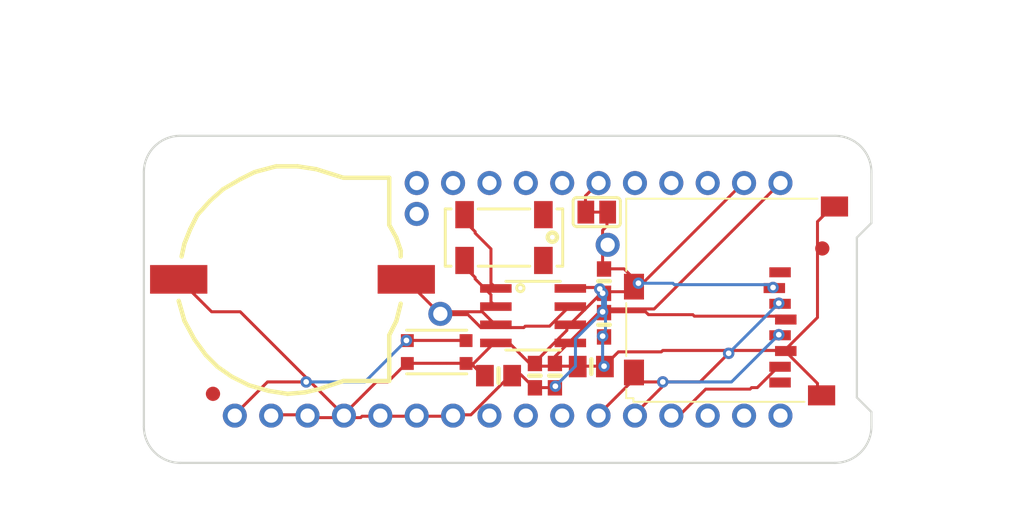
<source format=kicad_pcb>
(kicad_pcb (version 20171130) (host pcbnew "(5.1.2)-1")
  (layers (0 Top signal) (31 Bottom signal) (34 B.Paste user) (35 F.Paste user) (36 B.SilkS user) (37 F.SilkS user) (38 B.Mask user) (39 F.Mask user) (44 Edge.Cuts user))
  (net 0 "")
  (net 1 G)
  (net 2 TX)
  (net 3 RX)
  (net 4 F)
  (net 5 E)
  (net 6 D)
  (net 7 C)
  (net 8 B)
  (net 9 A)
  (net 10 AREF)
  (net 11 USB)
  (net 12 N)
  (net 13 M)
  (net 14 L)
  (net 15 J)
  (net 16 I)
  (net 17 H)
  (net 18 SCL)
  (net 19 SDA)
  (net 20 GND)
  (net 21 MOSI)
  (net 22 MISO)
  (net 23 SCK)
  (net 24 +3V3)
  (net 25 SD_CS)
  (net 26 RESET)
  (net 27 N$7)
  (net 28 N$8)
  (net 29 VBAT)
  (net 30 EN)
  (net 31 CR1220)
  (net 32 INT1)
  (net 33 CS)
  (net 34 N$1)
  (module bm2.unrouted:MICROSD (layer Top) (at 156.8831 112.1156 90)
    (fp_text reference X4 hide)
    (fp_text value microsd hide)
    (pad 1 smd rect (at 9 10.64 90) (size 0.7 1.5) (layers Top F.Paste F.Mask))
    (pad 2 smd rect (at 7.9 10.24 90) (size 0.7 1.5) (layers Top F.Paste F.Mask) (net 25 SD_CS))
    (pad 3 smd rect (at 6.8 10.64 90) (size 0.7 1.5) (layers Top F.Paste F.Mask) (net 21 MOSI))
    (pad 4 smd rect (at 5.7 11.04 90) (size 0.7 1.5) (layers Top F.Paste F.Mask) (net 24 +3V3))
    (pad 5 smd rect (at 4.6 10.64 90) (size 0.7 1.5) (layers Top F.Paste F.Mask) (net 23 SCK))
    (pad 6 smd rect (at 3.5 11.04 90) (size 0.7 1.5) (layers Top F.Paste F.Mask) (net 20 GND))
    (pad 7 smd rect (at 2.4 10.64 90) (size 0.7 1.5) (layers Top F.Paste F.Mask) (net 22 MISO))
    (pad 8 smd rect (at 1.3 10.64 90) (size 0.7 1.5) (layers Top F.Paste F.Mask))
    (pad CD2 smd rect (at 8 0.44 180) (size 1.4 1.8) (layers Top F.Paste F.Mask))
    (pad CD1 smd rect (at 2 0.44 180) (size 1.4 1.8) (layers Top F.Paste F.Mask))
    (pad MT2 smd rect (at 13.6 14.44 90) (size 1.4 1.9) (layers Top F.Paste F.Mask) (net 20 GND))
    (pad MT1 smd rect (at 0.4 13.54 90) (size 1.4 1.9) (layers Top F.Paste F.Mask) (net 20 GND))
  )
  (module bm2.unrouted:BTN_KMR2_4.6X2.8 (layer Top) (at 143.5481 108.6866 180)
    (fp_text reference SW1 hide)
    (fp_text value KMR2 hide)
    (pad A' smd rect (at -2.05 -0.8 180) (size 0.9 0.9) (layers Top F.Paste F.Mask) (net 20 GND))
    (pad B' smd rect (at -2.05 0.8 180) (size 0.9 0.9) (layers Top F.Paste F.Mask) (net 26 RESET))
    (pad B smd rect (at 2.05 0.8 180) (size 0.9 0.9) (layers Top F.Paste F.Mask) (net 26 RESET))
    (pad A smd rect (at 2.05 -0.8 180) (size 0.9 0.9) (layers Top F.Paste F.Mask) (net 20 GND))
  )
  (module bm2.unrouted:SOIC8_150MIL (layer Top) (at 150.2791 106.1466 270)
    (fp_text reference IC1 hide)
    (fp_text value PCF8523T hide)
    (pad 5 smd rect (at 1.905 -2.6 270) (size 0.6 2.2) (layers Top F.Paste F.Mask) (net 19 SDA))
    (pad 6 smd rect (at 0.635 -2.6 270) (size 0.6 2.2) (layers Top F.Paste F.Mask) (net 18 SCL))
    (pad 8 smd rect (at -1.905 -2.6 270) (size 0.6 2.2) (layers Top F.Paste F.Mask) (net 34 N$1))
    (pad 4 smd rect (at 1.905 2.6 270) (size 0.6 2.2) (layers Top F.Paste F.Mask) (net 20 GND))
    (pad 3 smd rect (at 0.635 2.6 270) (size 0.6 2.2) (layers Top F.Paste F.Mask) (net 31 CR1220))
    (pad 1 smd rect (at -1.905 2.6 270) (size 0.6 2.2) (layers Top F.Paste F.Mask) (net 27 N$7))
    (pad 7 smd rect (at -0.635 -2.6 270) (size 0.6 2.2) (layers Top F.Paste F.Mask) (net 32 INT1))
    (pad 2 smd rect (at -0.635 2.6 270) (size 0.6 2.2) (layers Top F.Paste F.Mask) (net 28 N$8))
  )
  (module bm2.unrouted:CRYSTAL_8X3.8 (layer Top) (at 148.2471 100.6856)
    (fp_text reference Y1 hide)
    (fp_text value 32khz hide)
    (pad P$4 smd rect (at -2.75 -1.6) (size 1.3 1.9) (layers Top F.Paste F.Mask) (net 27 N$7))
    (pad P$3 smd rect (at 2.75 -1.6) (size 1.3 1.9) (layers Top F.Paste F.Mask))
    (pad P$2 smd rect (at 2.75 1.6) (size 1.3 1.9) (layers Top F.Paste F.Mask))
    (pad P$1 smd rect (at -2.75 1.6) (size 1.3 1.9) (layers Top F.Paste F.Mask) (net 28 N$8))
  )
  (module bm2.unrouted:0603-NO (layer Top) (at 151.8031 110.3376 270)
    (fp_text reference R1 hide)
    (fp_text value 10K hide)
    (pad 2 smd rect (at 0.85 0 270) (size 1.075 1) (layers Top F.Paste F.Mask) (net 24 +3V3))
    (pad 1 smd rect (at -0.85 0 270) (size 1.075 1) (layers Top F.Paste F.Mask) (net 19 SDA))
  )
  (module bm2.unrouted:0603-NO (layer Top) (at 150.4061 110.3376 270)
    (fp_text reference R2 hide)
    (fp_text value 10K hide)
    (pad 2 smd rect (at 0.85 0 270) (size 1.075 1) (layers Top F.Paste F.Mask) (net 24 +3V3))
    (pad 1 smd rect (at -0.85 0 270) (size 1.075 1) (layers Top F.Paste F.Mask) (net 18 SCL))
  )
  (module bm2.unrouted:0603-NO (layer Top) (at 155.2321 103.7336 270)
    (fp_text reference R3 hide)
    (fp_text value 100K hide)
    (pad 2 smd rect (at 0.85 0 270) (size 1.075 1) (layers Top F.Paste F.Mask) (net 24 +3V3))
    (pad 1 smd rect (at -0.85 0 270) (size 1.075 1) (layers Top F.Paste F.Mask) (net 25 SD_CS))
  )
  (module bm2.unrouted:CR1220-2 (layer Top) (at 133.1341 103.6066)
    (fp_text reference B1 hide)
    (fp_text value cr1220 hide)
    (pad + smd rect (at 8.29 0) (size 4 2) (layers Top F.Paste F.Mask) (net 31 CR1220))
    (pad - smd rect (at -7.6 0) (size 4 2) (layers Top F.Paste F.Mask) (net 20 GND))
    (pad "" np_thru_hole circle (at -3.5 0) (size 1.5 1.5) (drill 1.5) (layers *.Cu *.Mask))
    (pad "" np_thru_hole circle (at 3.95 0) (size 1.5 1.5) (drill 1.5) (layers *.Cu *.Mask))
  )
  (module bm2.unrouted:0805-NO (layer Top) (at 154.3431 109.7026 180)
    (fp_text reference C1 hide)
    (fp_text value 10uF hide)
    (pad 2 smd rect (at 0.95 0 180) (size 1.24 1.5) (layers Top F.Paste F.Mask) (net 20 GND))
    (pad 1 smd rect (at -0.95 0 180) (size 1.24 1.5) (layers Top F.Paste F.Mask) (net 34 N$1))
  )
  (module bm2.unrouted:1X11_ROUND (layer Top) (at 154.8511 96.8756)
    (fp_text reference JP1 hide)
    (fp_text value "")
    (pad 11 thru_hole circle (at 12.7 0 90) (size 1.6764 1.6764) (drill 1) (layers *.Cu *.Mask) (net 19 SDA))
    (pad 10 thru_hole circle (at 10.16 0 90) (size 1.6764 1.6764) (drill 1) (layers *.Cu *.Mask) (net 18 SCL))
    (pad 9 thru_hole circle (at 7.62 0 90) (size 1.6764 1.6764) (drill 1) (layers *.Cu *.Mask) (net 17 H))
    (pad 8 thru_hole circle (at 5.08 0 90) (size 1.6764 1.6764) (drill 1) (layers *.Cu *.Mask) (net 16 I))
    (pad 7 thru_hole circle (at 2.54 0 90) (size 1.6764 1.6764) (drill 1) (layers *.Cu *.Mask) (net 15 J))
    (pad 6 thru_hole circle (at 0 0 90) (size 1.6764 1.6764) (drill 1) (layers *.Cu *.Mask) (net 33 CS))
    (pad 5 thru_hole circle (at -2.54 0 90) (size 1.6764 1.6764) (drill 1) (layers *.Cu *.Mask) (net 14 L))
    (pad 4 thru_hole circle (at -5.08 0 90) (size 1.6764 1.6764) (drill 1) (layers *.Cu *.Mask) (net 13 M))
    (pad 3 thru_hole circle (at -7.62 0 90) (size 1.6764 1.6764) (drill 1) (layers *.Cu *.Mask) (net 12 N))
    (pad 2 thru_hole circle (at -10.16 0 90) (size 1.6764 1.6764) (drill 1) (layers *.Cu *.Mask) (net 11 USB))
    (pad 1 thru_hole circle (at -12.7 0 90) (size 1.6764 1.6764) (drill 1) (layers *.Cu *.Mask) (net 30 EN))
  )
  (module bm2.unrouted:1X16_ROUND (layer Top) (at 148.5011 113.1316 180)
    (fp_text reference JP2 hide)
    (fp_text value "")
    (pad 16 thru_hole circle (at 19.05 0 270) (size 1.6764 1.6764) (drill 1) (layers *.Cu *.Mask) (net 26 RESET))
    (pad 15 thru_hole circle (at 16.51 0 270) (size 1.6764 1.6764) (drill 1) (layers *.Cu *.Mask) (net 24 +3V3))
    (pad 14 thru_hole circle (at 13.97 0 270) (size 1.6764 1.6764) (drill 1) (layers *.Cu *.Mask) (net 10 AREF))
    (pad 13 thru_hole circle (at 11.43 0 270) (size 1.6764 1.6764) (drill 1) (layers *.Cu *.Mask) (net 20 GND))
    (pad 12 thru_hole circle (at 8.89 0 270) (size 1.6764 1.6764) (drill 1) (layers *.Cu *.Mask) (net 9 A))
    (pad 11 thru_hole circle (at 6.35 0 270) (size 1.6764 1.6764) (drill 1) (layers *.Cu *.Mask) (net 8 B))
    (pad 10 thru_hole circle (at 3.81 0 270) (size 1.6764 1.6764) (drill 1) (layers *.Cu *.Mask) (net 7 C))
    (pad 9 thru_hole circle (at 1.27 0 270) (size 1.6764 1.6764) (drill 1) (layers *.Cu *.Mask) (net 6 D))
    (pad 8 thru_hole circle (at -1.27 0 270) (size 1.6764 1.6764) (drill 1) (layers *.Cu *.Mask) (net 5 E))
    (pad 7 thru_hole circle (at -3.81 0 270) (size 1.6764 1.6764) (drill 1) (layers *.Cu *.Mask) (net 4 F))
    (pad 6 thru_hole circle (at -6.35 0 270) (size 1.6764 1.6764) (drill 1) (layers *.Cu *.Mask) (net 23 SCK))
    (pad 5 thru_hole circle (at -8.89 0 270) (size 1.6764 1.6764) (drill 1) (layers *.Cu *.Mask) (net 21 MOSI))
    (pad 4 thru_hole circle (at -11.43 0 270) (size 1.6764 1.6764) (drill 1) (layers *.Cu *.Mask) (net 22 MISO))
    (pad 3 thru_hole circle (at -13.97 0 270) (size 1.6764 1.6764) (drill 1) (layers *.Cu *.Mask) (net 3 RX))
    (pad 2 thru_hole circle (at -16.51 0 270) (size 1.6764 1.6764) (drill 1) (layers *.Cu *.Mask) (net 2 TX))
    (pad 1 thru_hole circle (at -19.05 0 270) (size 1.6764 1.6764) (drill 1) (layers *.Cu *.Mask) (net 1 G))
  )
  (module bm2.unrouted:1X01_ROUND (layer Top) (at 142.1511 99.0346)
    (fp_text reference JP3 hide)
    (fp_text value "")
    (pad 1 thru_hole circle (at 0 0 90) (size 1.6764 1.6764) (drill 1) (layers *.Cu *.Mask) (net 29 VBAT))
  )
  (module bm2.unrouted:1X01_ROUND (layer Top) (at 155.4861 101.1936)
    (fp_text reference SDCS hide)
    (fp_text value "")
    (pad 1 thru_hole circle (at 0 0 90) (size 1.6764 1.6764) (drill 1) (layers *.Cu *.Mask) (net 25 SD_CS))
  )
  (module bm2.unrouted:SOLDERJUMPER_CLOSEDWIRE (layer Top) (at 154.7241 98.9076)
    (fp_text reference SJ1 hide)
    (fp_text value "")
    (pad WIRE smd rect (at 0 0) (size 0.635 0.2032) (layers Top F.Mask))
    (pad 2 smd rect (at 0.762 0) (size 1.1684 1.6002) (layers Top F.Mask) (net 25 SD_CS))
    (pad 1 smd rect (at -0.762 0) (size 1.1684 1.6002) (layers Top F.Mask) (net 33 CS))
  )
  (module bm2.unrouted:1X01_ROUND (layer Top) (at 143.8021 106.0196)
    (fp_text reference INT1 hide)
    (fp_text value "")
    (pad 1 thru_hole circle (at 0 0 90) (size 1.6764 1.6764) (drill 1) (layers *.Cu *.Mask) (net 32 INT1))
  )
  (module bm2.unrouted:FIDUCIAL_1MM (layer Top) (at 170.4721 101.4476)
    (fp_text reference FID1 hide)
    (fp_text value FIDUCIAL_1MM hide)
    (pad 1 smd roundrect (at 0 0) (size 1 1) (layers Top F.Mask) (roundrect_rratio 0.5))
  )
  (module bm2.unrouted:FIDUCIAL_1MM (layer Top) (at 127.9271 111.6076)
    (fp_text reference FID2 hide)
    (fp_text value FIDUCIAL_1MM hide)
    (pad 1 smd roundrect (at 0 0) (size 1 1) (layers Top F.Mask) (roundrect_rratio 0.5))
  )
  (module bm2.unrouted:0603-NO (layer Top) (at 155.2321 106.7816 270)
    (fp_text reference R4 hide)
    (fp_text value 1K hide)
    (pad 2 smd rect (at 0.85 0 270) (size 1.075 1) (layers Top F.Paste F.Mask) (net 34 N$1))
    (pad 1 smd rect (at -0.85 0 270) (size 1.075 1) (layers Top F.Paste F.Mask) (net 24 +3V3))
  )
  (module bm2.unrouted:0805-NO (layer Top) (at 147.8661 110.3376 180)
    (fp_text reference C2 hide)
    (fp_text value 10uF hide)
    (pad 2 smd rect (at 0.95 0 180) (size 1.24 1.5) (layers Top F.Paste F.Mask) (net 20 GND))
    (pad 1 smd rect (at -0.95 0 180) (size 1.24 1.5) (layers Top F.Paste F.Mask) (net 24 +3V3))
  )
  (gr_arc (start 171.3611 96.1136) (end 171.3611 93.5736) (angle 90) (layer Edge.Cuts) (width 0.15))
  (gr_line (start 173.9011 96.1136) (end 173.9011 99.6696) (layer Edge.Cuts) (width 0.15))
  (gr_line (start 173.9011 99.6696) (end 172.8851 100.6856) (layer Edge.Cuts) (width 0.15))
  (gr_line (start 172.8851 100.6856) (end 172.8851 111.8616) (layer Edge.Cuts) (width 0.15))
  (gr_line (start 172.8851 111.8616) (end 173.9011 112.8776) (layer Edge.Cuts) (width 0.15))
  (gr_line (start 173.9011 112.8776) (end 173.9011 113.8936) (layer Edge.Cuts) (width 0.15))
  (gr_arc (start 171.3611 113.8936) (end 173.9011 113.8936) (angle 90) (layer Edge.Cuts) (width 0.15))
  (gr_line (start 171.3611 116.4336) (end 125.6411 116.4336) (layer Edge.Cuts) (width 0.15))
  (gr_arc (start 125.6411 113.8936) (end 125.6411 116.4336) (angle 90) (layer Edge.Cuts) (width 0.15))
  (gr_line (start 123.1011 113.8936) (end 123.1011 96.1136) (layer Edge.Cuts) (width 0.15))
  (gr_arc (start 125.6411 96.1136) (end 123.1011 96.1136) (angle 90) (layer Edge.Cuts) (width 0.15))
  (gr_line (start 171.3611 93.5736) (end 125.6411 93.5736) (layer Edge.Cuts) (width 0.15))
  (via (at 167.43410 105.27560) (size 0.8001) (drill 0.3937) (layers Top Bottom) (net 21))
  (segment (start 167.43410 105.27560) (end 167.33410 105.37560) (width 0.2032) (layer Bottom) (net 21))
  (segment (start 167.33410 105.37560) (end 167.23410 105.47560) (width 0.2032) (layer Bottom) (net 21))
  (segment (start 167.23410 105.47560) (end 167.13410 105.57560) (width 0.2032) (layer Bottom) (net 21))
  (segment (start 167.13410 105.57560) (end 167.03410 105.67560) (width 0.2032) (layer Bottom) (net 21))
  (segment (start 167.03410 105.67560) (end 166.93410 105.77560) (width 0.2032) (layer Bottom) (net 21))
  (segment (start 166.93410 105.77560) (end 166.83410 105.87560) (width 0.2032) (layer Bottom) (net 21))
  (segment (start 166.83410 105.87560) (end 166.73410 105.97560) (width 0.2032) (layer Bottom) (net 21))
  (segment (start 166.73410 105.97560) (end 166.63410 106.07560) (width 0.2032) (layer Bottom) (net 21))
  (segment (start 166.63410 106.07560) (end 166.53410 106.17560) (width 0.2032) (layer Bottom) (net 21))
  (segment (start 166.53410 106.17560) (end 166.43410 106.27560) (width 0.2032) (layer Bottom) (net 21))
  (segment (start 166.43410 106.27560) (end 166.33410 106.37560) (width 0.2032) (layer Bottom) (net 21))
  (segment (start 166.33410 106.37560) (end 166.23410 106.47560) (width 0.2032) (layer Bottom) (net 21))
  (segment (start 166.23410 106.47560) (end 166.13410 106.57560) (width 0.2032) (layer Bottom) (net 21))
  (segment (start 166.13410 106.57560) (end 166.03410 106.67560) (width 0.2032) (layer Bottom) (net 21))
  (segment (start 166.03410 106.67560) (end 165.93410 106.77560) (width 0.2032) (layer Bottom) (net 21))
  (segment (start 165.93410 106.77560) (end 165.83410 106.87560) (width 0.2032) (layer Bottom) (net 21))
  (segment (start 165.83410 106.87560) (end 165.73410 106.97560) (width 0.2032) (layer Bottom) (net 21))
  (segment (start 165.73410 106.97560) (end 165.63410 107.07560) (width 0.2032) (layer Bottom) (net 21))
  (segment (start 165.63410 107.07560) (end 165.53410 107.17560) (width 0.2032) (layer Bottom) (net 21))
  (segment (start 165.53410 107.17560) (end 165.43410 107.27560) (width 0.2032) (layer Bottom) (net 21))
  (segment (start 165.43410 107.27560) (end 165.33410 107.37560) (width 0.2032) (layer Bottom) (net 21))
  (segment (start 165.33410 107.37560) (end 165.23410 107.47560) (width 0.2032) (layer Bottom) (net 21))
  (segment (start 165.23410 107.47560) (end 165.13410 107.57560) (width 0.2032) (layer Bottom) (net 21))
  (segment (start 165.13410 107.57560) (end 165.03410 107.67560) (width 0.2032) (layer Bottom) (net 21))
  (segment (start 165.03410 107.67560) (end 164.93410 107.77560) (width 0.2032) (layer Bottom) (net 21))
  (segment (start 164.93410 107.77560) (end 164.83410 107.87560) (width 0.2032) (layer Bottom) (net 21))
  (segment (start 164.83410 107.87560) (end 164.73410 107.97560) (width 0.2032) (layer Bottom) (net 21))
  (segment (start 164.73410 107.97560) (end 164.63410 108.07560) (width 0.2032) (layer Bottom) (net 21))
  (segment (start 164.63410 108.07560) (end 164.53410 108.17560) (width 0.2032) (layer Bottom) (net 21))
  (segment (start 164.53410 108.17560) (end 164.43410 108.27560) (width 0.2032) (layer Bottom) (net 21))
  (segment (start 164.43410 108.27560) (end 164.33410 108.37560) (width 0.2032) (layer Bottom) (net 21))
  (segment (start 164.33410 108.37560) (end 164.23410 108.47560) (width 0.2032) (layer Bottom) (net 21))
  (segment (start 164.23410 108.47560) (end 164.13410 108.57560) (width 0.2032) (layer Bottom) (net 21))
  (segment (start 164.13410 108.57560) (end 164.03410 108.67560) (width 0.2032) (layer Bottom) (net 21))
  (segment (start 164.03410 108.67560) (end 163.93410 108.77560) (width 0.2032) (layer Bottom) (net 21))
  (via (at 163.93410 108.77560) (size 0.8001) (drill 0.3937) (layers Top Bottom) (net 21))
  (segment (start 163.93410 108.77560) (end 163.83410 108.87560) (width 0.2032) (layer Top) (net 21))
  (segment (start 163.83410 108.87560) (end 163.73410 108.97560) (width 0.2032) (layer Top) (net 21))
  (segment (start 163.73410 108.97560) (end 163.63410 109.07560) (width 0.2032) (layer Top) (net 21))
  (segment (start 163.63410 109.07560) (end 163.53410 109.17560) (width 0.2032) (layer Top) (net 21))
  (segment (start 163.53410 109.17560) (end 163.43410 109.27560) (width 0.2032) (layer Top) (net 21))
  (segment (start 163.43410 109.27560) (end 163.33410 109.37560) (width 0.2032) (layer Top) (net 21))
  (segment (start 163.33410 109.37560) (end 163.23410 109.47560) (width 0.2032) (layer Top) (net 21))
  (segment (start 163.23410 109.47560) (end 163.13410 109.57560) (width 0.2032) (layer Top) (net 21))
  (segment (start 163.13410 109.57560) (end 163.03410 109.67560) (width 0.2032) (layer Top) (net 21))
  (segment (start 163.03410 109.67560) (end 162.93410 109.77560) (width 0.2032) (layer Top) (net 21))
  (segment (start 162.93410 109.77560) (end 162.83410 109.87560) (width 0.2032) (layer Top) (net 21))
  (segment (start 162.83410 109.87560) (end 162.73410 109.97560) (width 0.2032) (layer Top) (net 21))
  (segment (start 162.73410 109.97560) (end 162.63410 110.07560) (width 0.2032) (layer Top) (net 21))
  (segment (start 162.63410 110.07560) (end 162.53410 110.17560) (width 0.2032) (layer Top) (net 21))
  (segment (start 162.53410 110.17560) (end 162.43410 110.27560) (width 0.2032) (layer Top) (net 21))
  (segment (start 162.43410 110.27560) (end 162.33410 110.37560) (width 0.2032) (layer Top) (net 21))
  (segment (start 162.33410 110.37560) (end 162.23410 110.47560) (width 0.2032) (layer Top) (net 21))
  (segment (start 162.23410 110.47560) (end 162.13410 110.57560) (width 0.2032) (layer Top) (net 21))
  (segment (start 162.13410 110.57560) (end 162.03410 110.67560) (width 0.2032) (layer Top) (net 21))
  (segment (start 162.03410 110.67560) (end 161.93410 110.77560) (width 0.2032) (layer Top) (net 21))
  (segment (start 161.93410 110.77560) (end 161.83410 110.77560) (width 0.2032) (layer Top) (net 21))
  (segment (start 161.83410 110.77560) (end 161.73410 110.77560) (width 0.2032) (layer Top) (net 21))
  (segment (start 161.73410 110.77560) (end 161.63410 110.77560) (width 0.2032) (layer Top) (net 21))
  (segment (start 161.63410 110.77560) (end 161.53410 110.77560) (width 0.2032) (layer Top) (net 21))
  (segment (start 161.53410 110.77560) (end 161.43410 110.77560) (width 0.2032) (layer Top) (net 21))
  (segment (start 161.43410 110.77560) (end 161.33410 110.77560) (width 0.2032) (layer Top) (net 21))
  (segment (start 161.33410 110.77560) (end 161.23410 110.77560) (width 0.2032) (layer Top) (net 21))
  (segment (start 161.23410 110.77560) (end 161.13410 110.77560) (width 0.2032) (layer Top) (net 21))
  (segment (start 161.13410 110.77560) (end 161.03410 110.77560) (width 0.2032) (layer Top) (net 21))
  (segment (start 161.03410 110.77560) (end 160.93410 110.77560) (width 0.2032) (layer Top) (net 21))
  (segment (start 160.93410 110.77560) (end 160.83410 110.77560) (width 0.2032) (layer Top) (net 21))
  (segment (start 160.83410 110.77560) (end 160.73410 110.77560) (width 0.2032) (layer Top) (net 21))
  (segment (start 160.73410 110.77560) (end 160.63410 110.77560) (width 0.2032) (layer Top) (net 21))
  (segment (start 160.63410 110.77560) (end 160.53410 110.77560) (width 0.2032) (layer Top) (net 21))
  (segment (start 160.53410 110.77560) (end 160.43410 110.77560) (width 0.2032) (layer Top) (net 21))
  (segment (start 160.43410 110.77560) (end 160.33410 110.77560) (width 0.2032) (layer Top) (net 21))
  (segment (start 160.33410 110.77560) (end 160.23410 110.77560) (width 0.2032) (layer Top) (net 21))
  (segment (start 160.23410 110.77560) (end 160.13410 110.77560) (width 0.2032) (layer Top) (net 21))
  (segment (start 160.13410 110.77560) (end 160.03410 110.77560) (width 0.2032) (layer Top) (net 21))
  (segment (start 160.03410 110.77560) (end 159.93410 110.77560) (width 0.2032) (layer Top) (net 21))
  (segment (start 159.93410 110.77560) (end 159.83410 110.77560) (width 0.2032) (layer Top) (net 21))
  (segment (start 159.83410 110.77560) (end 159.73410 110.77560) (width 0.2032) (layer Top) (net 21))
  (segment (start 159.73410 110.77560) (end 159.63410 110.77560) (width 0.2032) (layer Top) (net 21))
  (segment (start 159.63410 110.77560) (end 159.53410 110.87560) (width 0.2032) (layer Top) (net 21))
  (segment (start 159.53410 110.87560) (end 159.43410 110.97560) (width 0.2032) (layer Top) (net 21))
  (segment (start 159.43410 110.97560) (end 159.33410 111.07560) (width 0.2032) (layer Top) (net 21))
  (segment (start 159.33410 111.07560) (end 159.23410 111.17560) (width 0.2032) (layer Top) (net 21))
  (segment (start 159.23410 111.17560) (end 159.13410 111.27560) (width 0.2032) (layer Top) (net 21))
  (segment (start 159.13410 111.27560) (end 159.03410 111.37560) (width 0.2032) (layer Top) (net 21))
  (segment (start 159.03410 111.37560) (end 158.93410 111.47560) (width 0.2032) (layer Top) (net 21))
  (segment (start 158.93410 111.47560) (end 158.83410 111.57560) (width 0.2032) (layer Top) (net 21))
  (segment (start 158.83410 111.57560) (end 158.73410 111.67560) (width 0.2032) (layer Top) (net 21))
  (segment (start 158.73410 111.67560) (end 158.63410 111.77560) (width 0.2032) (layer Top) (net 21))
  (segment (start 158.63410 111.77560) (end 158.53410 111.87560) (width 0.2032) (layer Top) (net 21))
  (segment (start 158.53410 111.87560) (end 158.43410 111.97560) (width 0.2032) (layer Top) (net 21))
  (segment (start 158.43410 111.97560) (end 158.33410 112.07560) (width 0.2032) (layer Top) (net 21))
  (segment (start 158.33410 112.07560) (end 158.23410 112.17560) (width 0.2032) (layer Top) (net 21))
  (segment (start 158.23410 112.17560) (end 158.13410 112.27560) (width 0.2032) (layer Top) (net 21))
  (segment (start 158.13410 112.27560) (end 158.03410 112.37560) (width 0.2032) (layer Top) (net 21))
  (segment (start 158.03410 112.37560) (end 157.93410 112.47560) (width 0.2032) (layer Top) (net 21))
  (segment (start 157.93410 112.47560) (end 157.83410 112.57560) (width 0.2032) (layer Top) (net 21))
  (segment (start 157.83410 112.57560) (end 157.73410 112.67560) (width 0.2032) (layer Top) (net 21))
  (segment (start 157.73410 112.67560) (end 157.63410 112.77560) (width 0.2032) (layer Top) (net 21))
  (segment (start 157.63410 112.77560) (end 157.53410 112.87560) (width 0.2032) (layer Top) (net 21))
  (segment (start 157.53410 112.87560) (end 157.43410 112.97560) (width 0.2032) (layer Top) (net 21))
  (segment (start 157.43410 112.97560) (end 157.33410 113.07560) (width 0.2032) (layer Top) (net 21))
  (segment (start 167.43410 109.67560) (end 167.33410 109.77560) (width 0.2032) (layer Top) (net 22))
  (segment (start 167.33410 109.77560) (end 167.23410 109.87560) (width 0.2032) (layer Top) (net 22))
  (segment (start 167.23410 109.87560) (end 167.13410 109.97560) (width 0.2032) (layer Top) (net 22))
  (segment (start 167.13410 109.97560) (end 167.03410 110.07560) (width 0.2032) (layer Top) (net 22))
  (segment (start 167.03410 110.07560) (end 166.93410 110.17560) (width 0.2032) (layer Top) (net 22))
  (segment (start 166.93410 110.17560) (end 166.83410 110.27560) (width 0.2032) (layer Top) (net 22))
  (segment (start 166.83410 110.27560) (end 166.73410 110.37560) (width 0.2032) (layer Top) (net 22))
  (segment (start 166.73410 110.37560) (end 166.63410 110.47560) (width 0.2032) (layer Top) (net 22))
  (segment (start 166.63410 110.47560) (end 166.53410 110.57560) (width 0.2032) (layer Top) (net 22))
  (segment (start 166.53410 110.57560) (end 166.43410 110.67560) (width 0.2032) (layer Top) (net 22))
  (segment (start 166.43410 110.67560) (end 166.33410 110.77560) (width 0.2032) (layer Top) (net 22))
  (segment (start 166.33410 110.77560) (end 166.23410 110.87560) (width 0.2032) (layer Top) (net 22))
  (segment (start 166.23410 110.87560) (end 166.13410 110.97560) (width 0.2032) (layer Top) (net 22))
  (segment (start 166.13410 110.97560) (end 166.03410 111.07560) (width 0.2032) (layer Top) (net 22))
  (segment (start 166.03410 111.07560) (end 165.93410 111.17560) (width 0.2032) (layer Top) (net 22))
  (segment (start 165.93410 111.17560) (end 165.83410 111.17560) (width 0.2032) (layer Top) (net 22))
  (segment (start 165.83410 111.17560) (end 165.73410 111.17560) (width 0.2032) (layer Top) (net 22))
  (segment (start 165.73410 111.17560) (end 165.63410 111.17560) (width 0.2032) (layer Top) (net 22))
  (segment (start 165.63410 111.17560) (end 165.53410 111.17560) (width 0.2032) (layer Top) (net 22))
  (segment (start 165.53410 111.17560) (end 165.43410 111.27560) (width 0.2032) (layer Top) (net 22))
  (segment (start 165.43410 111.27560) (end 165.33410 111.27560) (width 0.2032) (layer Top) (net 22))
  (segment (start 165.33410 111.27560) (end 165.23410 111.27560) (width 0.2032) (layer Top) (net 22))
  (segment (start 165.23410 111.27560) (end 165.13410 111.27560) (width 0.2032) (layer Top) (net 22))
  (segment (start 165.13410 111.27560) (end 165.03410 111.27560) (width 0.2032) (layer Top) (net 22))
  (segment (start 165.03410 111.27560) (end 164.93410 111.27560) (width 0.2032) (layer Top) (net 22))
  (segment (start 164.93410 111.27560) (end 164.83410 111.27560) (width 0.2032) (layer Top) (net 22))
  (segment (start 164.83410 111.27560) (end 164.73410 111.27560) (width 0.2032) (layer Top) (net 22))
  (segment (start 164.73410 111.27560) (end 164.63410 111.27560) (width 0.2032) (layer Top) (net 22))
  (segment (start 164.63410 111.27560) (end 164.53410 111.27560) (width 0.2032) (layer Top) (net 22))
  (segment (start 164.53410 111.27560) (end 164.43410 111.27560) (width 0.2032) (layer Top) (net 22))
  (segment (start 164.43410 111.27560) (end 164.33410 111.27560) (width 0.2032) (layer Top) (net 22))
  (segment (start 164.33410 111.27560) (end 164.23410 111.27560) (width 0.2032) (layer Top) (net 22))
  (segment (start 164.23410 111.27560) (end 164.13410 111.27560) (width 0.2032) (layer Top) (net 22))
  (segment (start 164.13410 111.27560) (end 164.03410 111.27560) (width 0.2032) (layer Top) (net 22))
  (segment (start 164.03410 111.27560) (end 163.93410 111.27560) (width 0.2032) (layer Top) (net 22))
  (segment (start 163.93410 111.27560) (end 163.83410 111.27560) (width 0.2032) (layer Top) (net 22))
  (segment (start 163.83410 111.27560) (end 163.73410 111.27560) (width 0.2032) (layer Top) (net 22))
  (segment (start 163.73410 111.27560) (end 163.63410 111.27560) (width 0.2032) (layer Top) (net 22))
  (segment (start 163.63410 111.27560) (end 163.53410 111.27560) (width 0.2032) (layer Top) (net 22))
  (segment (start 163.53410 111.27560) (end 163.43410 111.27560) (width 0.2032) (layer Top) (net 22))
  (segment (start 163.43410 111.27560) (end 163.33410 111.27560) (width 0.2032) (layer Top) (net 22))
  (segment (start 163.33410 111.27560) (end 163.23410 111.27560) (width 0.2032) (layer Top) (net 22))
  (segment (start 163.23410 111.27560) (end 163.13410 111.27560) (width 0.2032) (layer Top) (net 22))
  (segment (start 163.13410 111.27560) (end 163.03410 111.27560) (width 0.2032) (layer Top) (net 22))
  (segment (start 163.03410 111.27560) (end 162.93410 111.27560) (width 0.2032) (layer Top) (net 22))
  (segment (start 162.93410 111.27560) (end 162.83410 111.27560) (width 0.2032) (layer Top) (net 22))
  (segment (start 162.83410 111.27560) (end 162.73410 111.27560) (width 0.2032) (layer Top) (net 22))
  (segment (start 162.73410 111.27560) (end 162.63410 111.27560) (width 0.2032) (layer Top) (net 22))
  (segment (start 162.63410 111.27560) (end 162.53410 111.27560) (width 0.2032) (layer Top) (net 22))
  (segment (start 162.53410 111.27560) (end 162.43410 111.27560) (width 0.2032) (layer Top) (net 22))
  (segment (start 162.43410 111.27560) (end 162.33410 111.27560) (width 0.2032) (layer Top) (net 22))
  (segment (start 162.33410 111.27560) (end 162.23410 111.37560) (width 0.2032) (layer Top) (net 22))
  (segment (start 162.23410 111.37560) (end 162.13410 111.47560) (width 0.2032) (layer Top) (net 22))
  (segment (start 162.13410 111.47560) (end 162.03410 111.57560) (width 0.2032) (layer Top) (net 22))
  (segment (start 162.03410 111.57560) (end 161.93410 111.67560) (width 0.2032) (layer Top) (net 22))
  (segment (start 161.93410 111.67560) (end 161.83410 111.77560) (width 0.2032) (layer Top) (net 22))
  (segment (start 161.83410 111.77560) (end 161.73410 111.87560) (width 0.2032) (layer Top) (net 22))
  (segment (start 161.73410 111.87560) (end 161.63410 111.97560) (width 0.2032) (layer Top) (net 22))
  (segment (start 161.63410 111.97560) (end 161.53410 112.07560) (width 0.2032) (layer Top) (net 22))
  (segment (start 161.53410 112.07560) (end 161.43410 112.17560) (width 0.2032) (layer Top) (net 22))
  (segment (start 161.43410 112.17560) (end 161.33410 112.27560) (width 0.2032) (layer Top) (net 22))
  (segment (start 161.33410 112.27560) (end 161.23410 112.37560) (width 0.2032) (layer Top) (net 22))
  (segment (start 161.23410 112.37560) (end 161.13410 112.47560) (width 0.2032) (layer Top) (net 22))
  (segment (start 161.13410 112.47560) (end 161.03410 112.57560) (width 0.2032) (layer Top) (net 22))
  (segment (start 161.03410 112.57560) (end 160.93410 112.67560) (width 0.2032) (layer Top) (net 22))
  (segment (start 160.93410 112.67560) (end 160.83410 112.77560) (width 0.2032) (layer Top) (net 22))
  (segment (start 160.83410 112.77560) (end 160.73410 112.87560) (width 0.2032) (layer Top) (net 22))
  (segment (start 160.73410 112.87560) (end 160.63410 112.97560) (width 0.2032) (layer Top) (net 22))
  (segment (start 160.63410 112.97560) (end 160.53410 113.07560) (width 0.2032) (layer Top) (net 22))
  (segment (start 160.53410 113.07560) (end 160.43410 113.07560) (width 0.2032) (layer Top) (net 22))
  (segment (start 160.43410 113.07560) (end 160.33410 113.07560) (width 0.2032) (layer Top) (net 22))
  (segment (start 160.33410 113.07560) (end 160.23410 113.07560) (width 0.2032) (layer Top) (net 22))
  (segment (start 160.23410 113.07560) (end 160.13410 113.07560) (width 0.2032) (layer Top) (net 22))
  (segment (start 160.13410 113.07560) (end 160.03410 113.07560) (width 0.2032) (layer Top) (net 22))
  (segment (start 160.03410 113.07560) (end 159.93410 113.07560) (width 0.2032) (layer Top) (net 22))
  (segment (start 159.93410 113.07560) (end 159.83410 113.07560) (width 0.2032) (layer Top) (net 22))
  (via (at 167.43410 107.47560) (size 0.8001) (drill 0.3937) (layers Top Bottom) (net 23))
  (segment (start 167.43410 107.47560) (end 167.33410 107.57560) (width 0.2032) (layer Bottom) (net 23))
  (segment (start 167.33410 107.57560) (end 167.23410 107.67560) (width 0.2032) (layer Bottom) (net 23))
  (segment (start 167.23410 107.67560) (end 167.13410 107.77560) (width 0.2032) (layer Bottom) (net 23))
  (segment (start 167.13410 107.77560) (end 167.03410 107.87560) (width 0.2032) (layer Bottom) (net 23))
  (segment (start 167.03410 107.87560) (end 166.93410 107.97560) (width 0.2032) (layer Bottom) (net 23))
  (segment (start 166.93410 107.97560) (end 166.83410 108.07560) (width 0.2032) (layer Bottom) (net 23))
  (segment (start 166.83410 108.07560) (end 166.73410 108.17560) (width 0.2032) (layer Bottom) (net 23))
  (segment (start 166.73410 108.17560) (end 166.63410 108.27560) (width 0.2032) (layer Bottom) (net 23))
  (segment (start 166.63410 108.27560) (end 166.53410 108.37560) (width 0.2032) (layer Bottom) (net 23))
  (segment (start 166.53410 108.37560) (end 166.43410 108.47560) (width 0.2032) (layer Bottom) (net 23))
  (segment (start 166.43410 108.47560) (end 166.33410 108.57560) (width 0.2032) (layer Bottom) (net 23))
  (segment (start 166.33410 108.57560) (end 166.23410 108.67560) (width 0.2032) (layer Bottom) (net 23))
  (segment (start 166.23410 108.67560) (end 166.13410 108.77560) (width 0.2032) (layer Bottom) (net 23))
  (segment (start 166.13410 108.77560) (end 166.03410 108.87560) (width 0.2032) (layer Bottom) (net 23))
  (segment (start 166.03410 108.87560) (end 165.93410 108.97560) (width 0.2032) (layer Bottom) (net 23))
  (segment (start 165.93410 108.97560) (end 165.83410 109.07560) (width 0.2032) (layer Bottom) (net 23))
  (segment (start 165.83410 109.07560) (end 165.73410 109.17560) (width 0.2032) (layer Bottom) (net 23))
  (segment (start 165.73410 109.17560) (end 165.63410 109.27560) (width 0.2032) (layer Bottom) (net 23))
  (segment (start 165.63410 109.27560) (end 165.53410 109.37560) (width 0.2032) (layer Bottom) (net 23))
  (segment (start 165.53410 109.37560) (end 165.43410 109.47560) (width 0.2032) (layer Bottom) (net 23))
  (segment (start 165.43410 109.47560) (end 165.33410 109.57560) (width 0.2032) (layer Bottom) (net 23))
  (segment (start 165.33410 109.57560) (end 165.23410 109.67560) (width 0.2032) (layer Bottom) (net 23))
  (segment (start 165.23410 109.67560) (end 165.13410 109.77560) (width 0.2032) (layer Bottom) (net 23))
  (segment (start 165.13410 109.77560) (end 165.03410 109.87560) (width 0.2032) (layer Bottom) (net 23))
  (segment (start 165.03410 109.87560) (end 164.93410 109.97560) (width 0.2032) (layer Bottom) (net 23))
  (segment (start 164.93410 109.97560) (end 164.83410 110.07560) (width 0.2032) (layer Bottom) (net 23))
  (segment (start 164.83410 110.07560) (end 164.73410 110.17560) (width 0.2032) (layer Bottom) (net 23))
  (segment (start 164.73410 110.17560) (end 164.63410 110.27560) (width 0.2032) (layer Bottom) (net 23))
  (segment (start 164.63410 110.27560) (end 164.53410 110.37560) (width 0.2032) (layer Bottom) (net 23))
  (segment (start 164.53410 110.37560) (end 164.43410 110.47560) (width 0.2032) (layer Bottom) (net 23))
  (segment (start 164.43410 110.47560) (end 164.33410 110.57560) (width 0.2032) (layer Bottom) (net 23))
  (segment (start 164.33410 110.57560) (end 164.23410 110.67560) (width 0.2032) (layer Bottom) (net 23))
  (segment (start 164.23410 110.67560) (end 164.13410 110.77560) (width 0.2032) (layer Bottom) (net 23))
  (segment (start 164.13410 110.77560) (end 164.03410 110.77560) (width 0.2032) (layer Bottom) (net 23))
  (segment (start 164.03410 110.77560) (end 163.93410 110.77560) (width 0.2032) (layer Bottom) (net 23))
  (segment (start 163.93410 110.77560) (end 163.83410 110.77560) (width 0.2032) (layer Bottom) (net 23))
  (segment (start 163.83410 110.77560) (end 163.73410 110.77560) (width 0.2032) (layer Bottom) (net 23))
  (segment (start 163.73410 110.77560) (end 163.63410 110.77560) (width 0.2032) (layer Bottom) (net 23))
  (segment (start 163.63410 110.77560) (end 163.53410 110.77560) (width 0.2032) (layer Bottom) (net 23))
  (segment (start 163.53410 110.77560) (end 163.43410 110.77560) (width 0.2032) (layer Bottom) (net 23))
  (segment (start 163.43410 110.77560) (end 163.33410 110.77560) (width 0.2032) (layer Bottom) (net 23))
  (segment (start 163.33410 110.77560) (end 163.23410 110.77560) (width 0.2032) (layer Bottom) (net 23))
  (segment (start 163.23410 110.77560) (end 163.13410 110.77560) (width 0.2032) (layer Bottom) (net 23))
  (segment (start 163.13410 110.77560) (end 163.03410 110.77560) (width 0.2032) (layer Bottom) (net 23))
  (segment (start 163.03410 110.77560) (end 162.93410 110.77560) (width 0.2032) (layer Bottom) (net 23))
  (segment (start 162.93410 110.77560) (end 162.83410 110.77560) (width 0.2032) (layer Bottom) (net 23))
  (segment (start 162.83410 110.77560) (end 162.73410 110.77560) (width 0.2032) (layer Bottom) (net 23))
  (segment (start 162.73410 110.77560) (end 162.63410 110.77560) (width 0.2032) (layer Bottom) (net 23))
  (segment (start 162.63410 110.77560) (end 162.53410 110.77560) (width 0.2032) (layer Bottom) (net 23))
  (segment (start 162.53410 110.77560) (end 162.43410 110.77560) (width 0.2032) (layer Bottom) (net 23))
  (segment (start 162.43410 110.77560) (end 162.33410 110.77560) (width 0.2032) (layer Bottom) (net 23))
  (segment (start 162.33410 110.77560) (end 162.23410 110.77560) (width 0.2032) (layer Bottom) (net 23))
  (segment (start 162.23410 110.77560) (end 162.13410 110.77560) (width 0.2032) (layer Bottom) (net 23))
  (segment (start 162.13410 110.77560) (end 162.03410 110.77560) (width 0.2032) (layer Bottom) (net 23))
  (segment (start 162.03410 110.77560) (end 161.93410 110.77560) (width 0.2032) (layer Bottom) (net 23))
  (segment (start 161.93410 110.77560) (end 161.83410 110.77560) (width 0.2032) (layer Bottom) (net 23))
  (segment (start 161.83410 110.77560) (end 161.73410 110.77560) (width 0.2032) (layer Bottom) (net 23))
  (segment (start 161.73410 110.77560) (end 161.63410 110.77560) (width 0.2032) (layer Bottom) (net 23))
  (segment (start 161.63410 110.77560) (end 161.53410 110.77560) (width 0.2032) (layer Bottom) (net 23))
  (segment (start 161.53410 110.77560) (end 161.43410 110.77560) (width 0.2032) (layer Bottom) (net 23))
  (segment (start 161.43410 110.77560) (end 161.33410 110.77560) (width 0.2032) (layer Bottom) (net 23))
  (segment (start 161.33410 110.77560) (end 161.23410 110.77560) (width 0.2032) (layer Bottom) (net 23))
  (segment (start 161.23410 110.77560) (end 161.13410 110.77560) (width 0.2032) (layer Bottom) (net 23))
  (segment (start 161.13410 110.77560) (end 161.03410 110.77560) (width 0.2032) (layer Bottom) (net 23))
  (segment (start 161.03410 110.77560) (end 160.93410 110.77560) (width 0.2032) (layer Bottom) (net 23))
  (segment (start 160.93410 110.77560) (end 160.83410 110.77560) (width 0.2032) (layer Bottom) (net 23))
  (segment (start 160.83410 110.77560) (end 160.73410 110.77560) (width 0.2032) (layer Bottom) (net 23))
  (segment (start 160.73410 110.77560) (end 160.63410 110.77560) (width 0.2032) (layer Bottom) (net 23))
  (segment (start 160.63410 110.77560) (end 160.53410 110.77560) (width 0.2032) (layer Bottom) (net 23))
  (segment (start 160.53410 110.77560) (end 160.43410 110.77560) (width 0.2032) (layer Bottom) (net 23))
  (segment (start 160.43410 110.77560) (end 160.33410 110.77560) (width 0.2032) (layer Bottom) (net 23))
  (segment (start 160.33410 110.77560) (end 160.23410 110.77560) (width 0.2032) (layer Bottom) (net 23))
  (segment (start 160.23410 110.77560) (end 160.13410 110.77560) (width 0.2032) (layer Bottom) (net 23))
  (segment (start 160.13410 110.77560) (end 160.03410 110.77560) (width 0.2032) (layer Bottom) (net 23))
  (segment (start 160.03410 110.77560) (end 159.93410 110.77560) (width 0.2032) (layer Bottom) (net 23))
  (segment (start 159.93410 110.77560) (end 159.83410 110.77560) (width 0.2032) (layer Bottom) (net 23))
  (segment (start 159.83410 110.77560) (end 159.73410 110.77560) (width 0.2032) (layer Bottom) (net 23))
  (segment (start 159.73410 110.77560) (end 159.63410 110.77560) (width 0.2032) (layer Bottom) (net 23))
  (segment (start 159.63410 110.77560) (end 159.53410 110.77560) (width 0.2032) (layer Bottom) (net 23))
  (segment (start 159.53410 110.77560) (end 159.43410 110.77560) (width 0.2032) (layer Bottom) (net 23))
  (segment (start 159.43410 110.77560) (end 159.33410 110.77560) (width 0.2032) (layer Bottom) (net 23))
  (via (at 159.33410 110.77560) (size 0.8001) (drill 0.3937) (layers Top Bottom) (net 23))
  (segment (start 159.33410 110.77560) (end 159.23410 110.77560) (width 0.2032) (layer Top) (net 23))
  (segment (start 159.23410 110.77560) (end 159.13410 110.77560) (width 0.2032) (layer Top) (net 23))
  (segment (start 159.13410 110.77560) (end 159.03410 110.77560) (width 0.2032) (layer Top) (net 23))
  (segment (start 159.03410 110.77560) (end 158.93410 110.77560) (width 0.2032) (layer Top) (net 23))
  (segment (start 158.93410 110.77560) (end 158.83410 110.77560) (width 0.2032) (layer Top) (net 23))
  (segment (start 158.83410 110.77560) (end 158.73410 110.77560) (width 0.2032) (layer Top) (net 23))
  (segment (start 158.73410 110.77560) (end 158.63410 110.77560) (width 0.2032) (layer Top) (net 23))
  (segment (start 158.63410 110.77560) (end 158.53410 110.77560) (width 0.2032) (layer Top) (net 23))
  (segment (start 158.53410 110.77560) (end 158.43410 110.77560) (width 0.2032) (layer Top) (net 23))
  (segment (start 158.43410 110.77560) (end 158.33410 110.77560) (width 0.2032) (layer Top) (net 23))
  (segment (start 158.33410 110.77560) (end 158.23410 110.77560) (width 0.2032) (layer Top) (net 23))
  (segment (start 158.23410 110.77560) (end 158.13410 110.77560) (width 0.2032) (layer Top) (net 23))
  (segment (start 158.13410 110.77560) (end 158.03410 110.77560) (width 0.2032) (layer Top) (net 23))
  (segment (start 158.03410 110.77560) (end 157.93410 110.77560) (width 0.2032) (layer Top) (net 23))
  (segment (start 157.93410 110.77560) (end 157.83410 110.77560) (width 0.2032) (layer Top) (net 23))
  (segment (start 157.83410 110.77560) (end 157.73410 110.77560) (width 0.2032) (layer Top) (net 23))
  (segment (start 157.73410 110.77560) (end 157.63410 110.77560) (width 0.2032) (layer Top) (net 23))
  (segment (start 157.63410 110.77560) (end 157.53410 110.77560) (width 0.2032) (layer Top) (net 23))
  (segment (start 157.53410 110.77560) (end 157.43410 110.77560) (width 0.2032) (layer Top) (net 23))
  (segment (start 157.43410 110.77560) (end 157.33410 110.77560) (width 0.2032) (layer Top) (net 23))
  (segment (start 157.33410 110.77560) (end 157.23410 110.77560) (width 0.2032) (layer Top) (net 23))
  (segment (start 157.23410 110.77560) (end 157.13410 110.77560) (width 0.2032) (layer Top) (net 23))
  (segment (start 157.13410 110.77560) (end 157.03410 110.87560) (width 0.2032) (layer Top) (net 23))
  (segment (start 157.03410 110.87560) (end 156.93410 110.97560) (width 0.2032) (layer Top) (net 23))
  (segment (start 156.93410 110.97560) (end 156.83410 111.07560) (width 0.2032) (layer Top) (net 23))
  (segment (start 156.83410 111.07560) (end 156.73410 111.17560) (width 0.2032) (layer Top) (net 23))
  (segment (start 156.73410 111.17560) (end 156.63410 111.27560) (width 0.2032) (layer Top) (net 23))
  (segment (start 156.63410 111.27560) (end 156.53410 111.37560) (width 0.2032) (layer Top) (net 23))
  (segment (start 156.53410 111.37560) (end 156.43410 111.47560) (width 0.2032) (layer Top) (net 23))
  (segment (start 156.43410 111.47560) (end 156.33410 111.57560) (width 0.2032) (layer Top) (net 23))
  (segment (start 156.33410 111.57560) (end 156.23410 111.67560) (width 0.2032) (layer Top) (net 23))
  (segment (start 156.23410 111.67560) (end 156.13410 111.77560) (width 0.2032) (layer Top) (net 23))
  (segment (start 156.13410 111.77560) (end 156.03410 111.87560) (width 0.2032) (layer Top) (net 23))
  (segment (start 156.03410 111.87560) (end 155.93410 111.97560) (width 0.2032) (layer Top) (net 23))
  (segment (start 155.93410 111.97560) (end 155.83410 112.07560) (width 0.2032) (layer Top) (net 23))
  (segment (start 155.83410 112.07560) (end 155.73410 112.17560) (width 0.2032) (layer Top) (net 23))
  (segment (start 155.73410 112.17560) (end 155.63410 112.27560) (width 0.2032) (layer Top) (net 23))
  (segment (start 155.63410 112.27560) (end 155.53410 112.37560) (width 0.2032) (layer Top) (net 23))
  (segment (start 155.53410 112.37560) (end 155.43410 112.47560) (width 0.2032) (layer Top) (net 23))
  (segment (start 155.43410 112.47560) (end 155.33410 112.57560) (width 0.2032) (layer Top) (net 23))
  (segment (start 155.33410 112.57560) (end 155.23410 112.67560) (width 0.2032) (layer Top) (net 23))
  (segment (start 155.23410 112.67560) (end 155.13410 112.77560) (width 0.2032) (layer Top) (net 23))
  (segment (start 155.13410 112.77560) (end 155.03410 112.87560) (width 0.2032) (layer Top) (net 23))
  (segment (start 155.03410 112.87560) (end 154.93410 112.97560) (width 0.2032) (layer Top) (net 23))
  (segment (start 154.93410 112.97560) (end 154.83410 113.07560) (width 0.2032) (layer Top) (net 23))
  (segment (start 147.63410 104.17560) (end 147.53410 104.07560) (width 0.2032) (layer Top) (net 27))
  (segment (start 147.53410 104.07560) (end 147.43410 103.97560) (width 0.2032) (layer Top) (net 27))
  (segment (start 147.43410 103.97560) (end 147.33410 103.87560) (width 0.2032) (layer Top) (net 27))
  (segment (start 147.33410 103.87560) (end 147.33410 103.77560) (width 0.2032) (layer Top) (net 27))
  (segment (start 147.33410 103.77560) (end 147.33410 103.67560) (width 0.2032) (layer Top) (net 27))
  (segment (start 147.33410 103.67560) (end 147.33410 103.57560) (width 0.2032) (layer Top) (net 27))
  (segment (start 147.33410 103.57560) (end 147.33410 103.47560) (width 0.2032) (layer Top) (net 27))
  (segment (start 147.33410 103.47560) (end 147.33410 103.37560) (width 0.2032) (layer Top) (net 27))
  (segment (start 147.33410 103.37560) (end 147.33410 103.27560) (width 0.2032) (layer Top) (net 27))
  (segment (start 147.33410 103.27560) (end 147.33410 103.17560) (width 0.2032) (layer Top) (net 27))
  (segment (start 147.33410 103.17560) (end 147.33410 103.07560) (width 0.2032) (layer Top) (net 27))
  (segment (start 147.33410 103.07560) (end 147.33410 102.97560) (width 0.2032) (layer Top) (net 27))
  (segment (start 147.33410 102.97560) (end 147.33410 102.87560) (width 0.2032) (layer Top) (net 27))
  (segment (start 147.33410 102.87560) (end 147.33410 102.77560) (width 0.2032) (layer Top) (net 27))
  (segment (start 147.33410 102.77560) (end 147.33410 102.67560) (width 0.2032) (layer Top) (net 27))
  (segment (start 147.33410 102.67560) (end 147.33410 102.57560) (width 0.2032) (layer Top) (net 27))
  (segment (start 147.33410 102.57560) (end 147.33410 102.47560) (width 0.2032) (layer Top) (net 27))
  (segment (start 147.33410 102.47560) (end 147.33410 102.37560) (width 0.2032) (layer Top) (net 27))
  (segment (start 147.33410 102.37560) (end 147.33410 102.27560) (width 0.2032) (layer Top) (net 27))
  (segment (start 147.33410 102.27560) (end 147.33410 102.17560) (width 0.2032) (layer Top) (net 27))
  (segment (start 147.33410 102.17560) (end 147.33410 102.07560) (width 0.2032) (layer Top) (net 27))
  (segment (start 147.33410 102.07560) (end 147.33410 101.97560) (width 0.2032) (layer Top) (net 27))
  (segment (start 147.33410 101.97560) (end 147.33410 101.87560) (width 0.2032) (layer Top) (net 27))
  (segment (start 147.33410 101.87560) (end 147.33410 101.77560) (width 0.2032) (layer Top) (net 27))
  (segment (start 147.33410 101.77560) (end 147.33410 101.67560) (width 0.2032) (layer Top) (net 27))
  (segment (start 147.33410 101.67560) (end 147.33410 101.57560) (width 0.2032) (layer Top) (net 27))
  (segment (start 147.33410 101.57560) (end 147.33410 101.47560) (width 0.2032) (layer Top) (net 27))
  (segment (start 147.33410 101.47560) (end 147.23410 101.37560) (width 0.2032) (layer Top) (net 27))
  (segment (start 147.23410 101.37560) (end 147.13410 101.27560) (width 0.2032) (layer Top) (net 27))
  (segment (start 147.13410 101.27560) (end 147.03410 101.17560) (width 0.2032) (layer Top) (net 27))
  (segment (start 147.03410 101.17560) (end 146.93410 101.07560) (width 0.2032) (layer Top) (net 27))
  (segment (start 146.93410 101.07560) (end 146.83410 100.97560) (width 0.2032) (layer Top) (net 27))
  (segment (start 146.83410 100.97560) (end 146.73410 100.87560) (width 0.2032) (layer Top) (net 27))
  (segment (start 146.73410 100.87560) (end 146.63410 100.77560) (width 0.2032) (layer Top) (net 27))
  (segment (start 146.63410 100.77560) (end 146.53410 100.67560) (width 0.2032) (layer Top) (net 27))
  (segment (start 146.53410 100.67560) (end 146.43410 100.57560) (width 0.2032) (layer Top) (net 27))
  (segment (start 146.43410 100.57560) (end 146.33410 100.47560) (width 0.2032) (layer Top) (net 27))
  (segment (start 146.33410 100.47560) (end 146.23410 100.37560) (width 0.2032) (layer Top) (net 27))
  (segment (start 146.23410 100.37560) (end 146.23410 100.27560) (width 0.2032) (layer Top) (net 27))
  (segment (start 146.23410 100.27560) (end 146.13410 100.17560) (width 0.2032) (layer Top) (net 27))
  (segment (start 146.13410 100.17560) (end 146.03410 100.07560) (width 0.2032) (layer Top) (net 27))
  (segment (start 146.03410 100.07560) (end 145.93410 99.97560) (width 0.2032) (layer Top) (net 27))
  (segment (start 145.93410 99.97560) (end 145.83410 99.87560) (width 0.2032) (layer Top) (net 27))
  (segment (start 145.83410 99.87560) (end 145.73410 99.77560) (width 0.2032) (layer Top) (net 27))
  (segment (start 145.73410 99.77560) (end 145.63410 99.67560) (width 0.2032) (layer Top) (net 27))
  (segment (start 145.63410 99.67560) (end 145.53410 99.57560) (width 0.2032) (layer Top) (net 27))
  (segment (start 145.53410 99.57560) (end 145.43410 99.47560) (width 0.2032) (layer Top) (net 27))
  (segment (start 145.43410 99.47560) (end 145.43410 99.37560) (width 0.2032) (layer Top) (net 27))
  (segment (start 145.43410 99.37560) (end 145.43410 99.27560) (width 0.2032) (layer Top) (net 27))
  (segment (start 145.43410 99.27560) (end 145.43410 99.17560) (width 0.2032) (layer Top) (net 27))
  (segment (start 145.43410 99.17560) (end 145.43410 99.07560) (width 0.2032) (layer Top) (net 27))
  (segment (start 147.63410 105.47560) (end 147.53410 105.37560) (width 0.2032) (layer Top) (net 28))
  (segment (start 147.53410 105.37560) (end 147.43410 105.27560) (width 0.2032) (layer Top) (net 28))
  (segment (start 147.43410 105.27560) (end 147.33410 105.17560) (width 0.2032) (layer Top) (net 28))
  (segment (start 147.33410 105.17560) (end 147.33410 105.07560) (width 0.2032) (layer Top) (net 28))
  (segment (start 147.33410 105.07560) (end 147.33410 104.97560) (width 0.2032) (layer Top) (net 28))
  (segment (start 147.33410 104.97560) (end 147.33410 104.87560) (width 0.2032) (layer Top) (net 28))
  (segment (start 147.33410 104.87560) (end 147.33410 104.77560) (width 0.2032) (layer Top) (net 28))
  (segment (start 147.33410 104.77560) (end 147.33410 104.67560) (width 0.2032) (layer Top) (net 28))
  (segment (start 147.33410 104.67560) (end 147.23410 104.57560) (width 0.2032) (layer Top) (net 28))
  (segment (start 147.23410 104.57560) (end 147.13410 104.47560) (width 0.2032) (layer Top) (net 28))
  (segment (start 147.13410 104.47560) (end 147.03410 104.37560) (width 0.2032) (layer Top) (net 28))
  (segment (start 147.03410 104.37560) (end 146.93410 104.27560) (width 0.2032) (layer Top) (net 28))
  (segment (start 146.93410 104.27560) (end 146.83410 104.17560) (width 0.2032) (layer Top) (net 28))
  (segment (start 146.83410 104.17560) (end 146.73410 104.07560) (width 0.2032) (layer Top) (net 28))
  (segment (start 146.73410 104.07560) (end 146.63410 103.97560) (width 0.2032) (layer Top) (net 28))
  (segment (start 146.63410 103.97560) (end 146.53410 103.87560) (width 0.2032) (layer Top) (net 28))
  (segment (start 146.53410 103.87560) (end 146.43410 103.77560) (width 0.2032) (layer Top) (net 28))
  (segment (start 146.43410 103.77560) (end 146.33410 103.67560) (width 0.2032) (layer Top) (net 28))
  (segment (start 146.33410 103.67560) (end 146.23410 103.57560) (width 0.2032) (layer Top) (net 28))
  (segment (start 146.23410 103.57560) (end 146.23410 103.47560) (width 0.2032) (layer Top) (net 28))
  (segment (start 146.23410 103.47560) (end 146.13410 103.37560) (width 0.2032) (layer Top) (net 28))
  (segment (start 146.13410 103.37560) (end 146.03410 103.27560) (width 0.2032) (layer Top) (net 28))
  (segment (start 146.03410 103.27560) (end 145.93410 103.17560) (width 0.2032) (layer Top) (net 28))
  (segment (start 145.93410 103.17560) (end 145.83410 103.07560) (width 0.2032) (layer Top) (net 28))
  (segment (start 145.83410 103.07560) (end 145.73410 102.97560) (width 0.2032) (layer Top) (net 28))
  (segment (start 145.73410 102.97560) (end 145.63410 102.87560) (width 0.2032) (layer Top) (net 28))
  (segment (start 145.63410 102.87560) (end 145.53410 102.77560) (width 0.2032) (layer Top) (net 28))
  (segment (start 145.53410 102.77560) (end 145.43410 102.67560) (width 0.2032) (layer Top) (net 28))
  (segment (start 145.43410 102.67560) (end 145.43410 102.57560) (width 0.2032) (layer Top) (net 28))
  (segment (start 145.43410 102.57560) (end 145.43410 102.47560) (width 0.2032) (layer Top) (net 28))
  (segment (start 145.43410 102.47560) (end 145.43410 102.37560) (width 0.2032) (layer Top) (net 28))
  (segment (start 145.43410 102.37560) (end 145.43410 102.27560) (width 0.2032) (layer Top) (net 28))
  (segment (start 147.63410 106.77560) (end 147.53410 106.67560) (width 0.2032) (layer Top) (net 31))
  (segment (start 147.53410 106.67560) (end 147.43410 106.57560) (width 0.2032) (layer Top) (net 31))
  (segment (start 147.43410 106.57560) (end 147.33410 106.47560) (width 0.2032) (layer Top) (net 31))
  (segment (start 147.33410 106.47560) (end 147.23410 106.37560) (width 0.2032) (layer Top) (net 31))
  (segment (start 147.23410 106.37560) (end 147.13410 106.27560) (width 0.2032) (layer Top) (net 31))
  (segment (start 147.13410 106.27560) (end 147.03410 106.17560) (width 0.2032) (layer Top) (net 31))
  (segment (start 147.03410 106.17560) (end 146.93410 106.07560) (width 0.2032) (layer Top) (net 31))
  (segment (start 146.93410 106.07560) (end 146.83410 105.97560) (width 0.2032) (layer Top) (net 31))
  (segment (start 146.83410 105.97560) (end 146.73410 105.87560) (width 0.2032) (layer Top) (net 31))
  (segment (start 146.73410 105.87560) (end 146.63410 105.87560) (width 0.2032) (layer Top) (net 31))
  (segment (start 146.63410 105.87560) (end 146.53410 105.87560) (width 0.2032) (layer Top) (net 31))
  (segment (start 146.53410 105.87560) (end 146.43410 105.87560) (width 0.2032) (layer Top) (net 31))
  (segment (start 146.43410 105.87560) (end 146.33410 105.87560) (width 0.2032) (layer Top) (net 31))
  (segment (start 146.33410 105.87560) (end 146.23410 105.87560) (width 0.2032) (layer Top) (net 31))
  (segment (start 146.23410 105.87560) (end 146.13410 105.87560) (width 0.2032) (layer Top) (net 31))
  (segment (start 146.13410 105.87560) (end 146.03410 105.87560) (width 0.2032) (layer Top) (net 31))
  (segment (start 146.03410 105.87560) (end 145.93410 105.87560) (width 0.2032) (layer Top) (net 31))
  (segment (start 145.93410 105.87560) (end 145.83410 105.87560) (width 0.2032) (layer Top) (net 31))
  (segment (start 145.83410 105.87560) (end 145.73410 105.87560) (width 0.2032) (layer Top) (net 31))
  (segment (start 145.73410 105.87560) (end 145.63410 105.87560) (width 0.2032) (layer Top) (net 31))
  (segment (start 145.63410 105.87560) (end 145.53410 105.87560) (width 0.2032) (layer Top) (net 31))
  (segment (start 145.53410 105.87560) (end 145.43410 105.87560) (width 0.2032) (layer Top) (net 31))
  (segment (start 145.43410 105.87560) (end 145.33410 105.87560) (width 0.2032) (layer Top) (net 31))
  (segment (start 145.33410 105.87560) (end 145.23410 105.87560) (width 0.2032) (layer Top) (net 31))
  (segment (start 145.23410 105.87560) (end 145.13410 105.87560) (width 0.2032) (layer Top) (net 31))
  (segment (start 145.13410 105.87560) (end 145.03410 105.87560) (width 0.2032) (layer Top) (net 31))
  (segment (start 145.03410 105.87560) (end 144.93410 105.87560) (width 0.2032) (layer Top) (net 31))
  (segment (start 144.93410 105.87560) (end 144.83410 105.87560) (width 0.2032) (layer Top) (net 31))
  (segment (start 144.83410 105.87560) (end 144.73410 105.87560) (width 0.2032) (layer Top) (net 31))
  (segment (start 144.73410 105.87560) (end 144.63410 105.87560) (width 0.2032) (layer Top) (net 31))
  (segment (start 144.63410 105.87560) (end 144.53410 105.87560) (width 0.2032) (layer Top) (net 31))
  (segment (start 144.53410 105.87560) (end 144.43410 105.87560) (width 0.2032) (layer Top) (net 31))
  (segment (start 144.43410 105.87560) (end 144.33410 105.87560) (width 0.2032) (layer Top) (net 31))
  (segment (start 144.33410 105.87560) (end 144.23410 105.87560) (width 0.2032) (layer Top) (net 31))
  (segment (start 144.23410 105.87560) (end 144.13410 105.87560) (width 0.2032) (layer Top) (net 31))
  (segment (start 144.13410 105.87560) (end 144.03410 105.87560) (width 0.2032) (layer Top) (net 31))
  (segment (start 144.03410 105.87560) (end 143.93410 105.87560) (width 0.2032) (layer Top) (net 31))
  (segment (start 143.93410 105.87560) (end 143.83410 105.87560) (width 0.2032) (layer Top) (net 31))
  (segment (start 143.83410 105.87560) (end 143.73410 105.87560) (width 0.2032) (layer Top) (net 31))
  (segment (start 143.73410 105.87560) (end 143.63410 105.87560) (width 0.2032) (layer Top) (net 31))
  (segment (start 143.63410 105.87560) (end 143.53410 105.77560) (width 0.2032) (layer Top) (net 31))
  (segment (start 143.53410 105.77560) (end 143.43410 105.67560) (width 0.2032) (layer Top) (net 31))
  (segment (start 143.43410 105.67560) (end 143.33410 105.57560) (width 0.2032) (layer Top) (net 31))
  (segment (start 143.33410 105.57560) (end 143.23410 105.47560) (width 0.2032) (layer Top) (net 31))
  (segment (start 143.23410 105.47560) (end 143.13410 105.37560) (width 0.2032) (layer Top) (net 31))
  (segment (start 143.13410 105.37560) (end 143.03410 105.27560) (width 0.2032) (layer Top) (net 31))
  (segment (start 143.03410 105.27560) (end 142.93410 105.17560) (width 0.2032) (layer Top) (net 31))
  (segment (start 142.93410 105.17560) (end 142.83410 105.07560) (width 0.2032) (layer Top) (net 31))
  (segment (start 142.83410 105.07560) (end 142.73410 104.97560) (width 0.2032) (layer Top) (net 31))
  (segment (start 142.73410 104.97560) (end 142.63410 104.87560) (width 0.2032) (layer Top) (net 31))
  (segment (start 142.63410 104.87560) (end 142.53410 104.77560) (width 0.2032) (layer Top) (net 31))
  (segment (start 142.53410 104.77560) (end 142.43410 104.67560) (width 0.2032) (layer Top) (net 31))
  (segment (start 142.43410 104.67560) (end 142.33410 104.57560) (width 0.2032) (layer Top) (net 31))
  (segment (start 142.33410 104.57560) (end 142.23410 104.47560) (width 0.2032) (layer Top) (net 31))
  (segment (start 142.23410 104.47560) (end 142.13410 104.37560) (width 0.2032) (layer Top) (net 31))
  (segment (start 142.13410 104.37560) (end 142.03410 104.27560) (width 0.2032) (layer Top) (net 31))
  (segment (start 142.03410 104.27560) (end 141.93410 104.17560) (width 0.2032) (layer Top) (net 31))
  (segment (start 141.93410 104.17560) (end 141.83410 104.07560) (width 0.2032) (layer Top) (net 31))
  (segment (start 141.83410 104.07560) (end 141.73410 103.97560) (width 0.2032) (layer Top) (net 31))
  (segment (start 141.73410 103.97560) (end 141.63410 103.87560) (width 0.2032) (layer Top) (net 31))
  (segment (start 141.63410 103.87560) (end 141.53410 103.77560) (width 0.2032) (layer Top) (net 31))
  (segment (start 141.53410 103.77560) (end 141.43410 103.67560) (width 0.2032) (layer Top) (net 31))
  (segment (start 141.43410 103.67560) (end 141.33410 103.57560) (width 0.2032) (layer Top) (net 31))
  (segment (start 152.83410 105.47560) (end 152.73410 105.57560) (width 0.2032) (layer Top) (net 32))
  (segment (start 152.73410 105.57560) (end 152.63410 105.67560) (width 0.2032) (layer Top) (net 32))
  (segment (start 152.63410 105.67560) (end 152.53410 105.77560) (width 0.2032) (layer Top) (net 32))
  (segment (start 152.53410 105.77560) (end 152.43410 105.87560) (width 0.2032) (layer Top) (net 32))
  (segment (start 152.43410 105.87560) (end 152.33410 105.97560) (width 0.2032) (layer Top) (net 32))
  (segment (start 152.33410 105.97560) (end 152.23410 106.07560) (width 0.2032) (layer Top) (net 32))
  (segment (start 152.23410 106.07560) (end 152.13410 106.17560) (width 0.2032) (layer Top) (net 32))
  (segment (start 152.13410 106.17560) (end 152.03410 106.27560) (width 0.2032) (layer Top) (net 32))
  (segment (start 152.03410 106.27560) (end 151.93410 106.37560) (width 0.2032) (layer Top) (net 32))
  (segment (start 151.93410 106.37560) (end 151.83410 106.47560) (width 0.2032) (layer Top) (net 32))
  (segment (start 151.83410 106.47560) (end 151.73410 106.57560) (width 0.2032) (layer Top) (net 32))
  (segment (start 151.73410 106.57560) (end 151.63410 106.67560) (width 0.2032) (layer Top) (net 32))
  (segment (start 151.63410 106.67560) (end 151.53410 106.77560) (width 0.2032) (layer Top) (net 32))
  (segment (start 151.53410 106.77560) (end 151.43410 106.87560) (width 0.2032) (layer Top) (net 32))
  (segment (start 151.43410 106.87560) (end 151.33410 106.87560) (width 0.2032) (layer Top) (net 32))
  (segment (start 151.33410 106.87560) (end 151.23410 106.87560) (width 0.2032) (layer Top) (net 32))
  (segment (start 151.23410 106.87560) (end 151.13410 106.87560) (width 0.2032) (layer Top) (net 32))
  (segment (start 151.13410 106.87560) (end 151.03410 106.87560) (width 0.2032) (layer Top) (net 32))
  (segment (start 151.03410 106.87560) (end 150.93410 106.87560) (width 0.2032) (layer Top) (net 32))
  (segment (start 150.93410 106.87560) (end 150.83410 106.87560) (width 0.2032) (layer Top) (net 32))
  (segment (start 150.83410 106.87560) (end 150.73410 106.87560) (width 0.2032) (layer Top) (net 32))
  (segment (start 150.73410 106.87560) (end 150.63410 106.87560) (width 0.2032) (layer Top) (net 32))
  (segment (start 150.63410 106.87560) (end 150.53410 106.87560) (width 0.2032) (layer Top) (net 32))
  (segment (start 150.53410 106.87560) (end 150.43410 106.87560) (width 0.2032) (layer Top) (net 32))
  (segment (start 150.43410 106.87560) (end 150.33410 106.87560) (width 0.2032) (layer Top) (net 32))
  (segment (start 150.33410 106.87560) (end 150.23410 106.87560) (width 0.2032) (layer Top) (net 32))
  (segment (start 150.23410 106.87560) (end 150.13410 106.87560) (width 0.2032) (layer Top) (net 32))
  (segment (start 150.13410 106.87560) (end 150.03410 106.87560) (width 0.2032) (layer Top) (net 32))
  (segment (start 150.03410 106.87560) (end 149.93410 106.87560) (width 0.2032) (layer Top) (net 32))
  (segment (start 149.93410 106.87560) (end 149.83410 106.87560) (width 0.2032) (layer Top) (net 32))
  (segment (start 149.83410 106.87560) (end 149.73410 106.87560) (width 0.2032) (layer Top) (net 32))
  (segment (start 149.73410 106.87560) (end 149.63410 106.97560) (width 0.2032) (layer Top) (net 32))
  (segment (start 149.63410 106.97560) (end 149.53410 106.97560) (width 0.2032) (layer Top) (net 32))
  (segment (start 149.53410 106.97560) (end 149.43410 106.97560) (width 0.2032) (layer Top) (net 32))
  (segment (start 149.43410 106.97560) (end 149.33410 106.97560) (width 0.2032) (layer Top) (net 32))
  (segment (start 149.33410 106.97560) (end 149.23410 106.97560) (width 0.2032) (layer Top) (net 32))
  (segment (start 149.23410 106.97560) (end 149.13410 106.97560) (width 0.2032) (layer Top) (net 32))
  (segment (start 149.13410 106.97560) (end 149.03410 106.97560) (width 0.2032) (layer Top) (net 32))
  (segment (start 149.03410 106.97560) (end 148.93410 106.97560) (width 0.2032) (layer Top) (net 32))
  (segment (start 148.93410 106.97560) (end 148.83410 106.97560) (width 0.2032) (layer Top) (net 32))
  (segment (start 148.83410 106.97560) (end 148.73410 106.97560) (width 0.2032) (layer Top) (net 32))
  (segment (start 148.73410 106.97560) (end 148.63410 106.97560) (width 0.2032) (layer Top) (net 32))
  (segment (start 148.63410 106.97560) (end 148.53410 106.97560) (width 0.2032) (layer Top) (net 32))
  (segment (start 148.53410 106.97560) (end 148.43410 106.97560) (width 0.2032) (layer Top) (net 32))
  (segment (start 148.43410 106.97560) (end 148.33410 106.97560) (width 0.2032) (layer Top) (net 32))
  (segment (start 148.33410 106.97560) (end 148.23410 106.97560) (width 0.2032) (layer Top) (net 32))
  (segment (start 148.23410 106.97560) (end 148.13410 106.97560) (width 0.2032) (layer Top) (net 32))
  (segment (start 148.13410 106.97560) (end 148.03410 106.97560) (width 0.2032) (layer Top) (net 32))
  (segment (start 148.03410 106.97560) (end 147.93410 106.97560) (width 0.2032) (layer Top) (net 32))
  (segment (start 147.93410 106.97560) (end 147.83410 106.97560) (width 0.2032) (layer Top) (net 32))
  (segment (start 147.83410 106.97560) (end 147.73410 106.97560) (width 0.2032) (layer Top) (net 32))
  (segment (start 147.73410 106.97560) (end 147.63410 106.97560) (width 0.2032) (layer Top) (net 32))
  (segment (start 147.63410 106.97560) (end 147.53410 106.97560) (width 0.2032) (layer Top) (net 32))
  (segment (start 147.53410 106.97560) (end 147.43410 106.97560) (width 0.2032) (layer Top) (net 32))
  (segment (start 147.43410 106.97560) (end 147.33410 106.97560) (width 0.2032) (layer Top) (net 32))
  (segment (start 147.33410 106.97560) (end 147.23410 106.97560) (width 0.2032) (layer Top) (net 32))
  (segment (start 147.23410 106.97560) (end 147.13410 106.97560) (width 0.2032) (layer Top) (net 32))
  (segment (start 147.13410 106.97560) (end 147.03410 106.97560) (width 0.2032) (layer Top) (net 32))
  (segment (start 147.03410 106.97560) (end 146.93410 106.97560) (width 0.2032) (layer Top) (net 32))
  (segment (start 146.93410 106.97560) (end 146.83410 106.97560) (width 0.2032) (layer Top) (net 32))
  (segment (start 146.83410 106.97560) (end 146.73410 106.97560) (width 0.2032) (layer Top) (net 32))
  (segment (start 146.73410 106.97560) (end 146.63410 106.97560) (width 0.2032) (layer Top) (net 32))
  (segment (start 146.63410 106.97560) (end 146.53410 106.87560) (width 0.2032) (layer Top) (net 32))
  (segment (start 146.53410 106.87560) (end 146.43410 106.77560) (width 0.2032) (layer Top) (net 32))
  (segment (start 146.43410 106.77560) (end 146.33410 106.67560) (width 0.2032) (layer Top) (net 32))
  (segment (start 146.33410 106.67560) (end 146.23410 106.57560) (width 0.2032) (layer Top) (net 32))
  (segment (start 146.23410 106.57560) (end 146.13410 106.47560) (width 0.2032) (layer Top) (net 32))
  (segment (start 146.13410 106.47560) (end 146.03410 106.37560) (width 0.2032) (layer Top) (net 32))
  (segment (start 146.03410 106.37560) (end 145.93410 106.27560) (width 0.2032) (layer Top) (net 32))
  (segment (start 145.93410 106.27560) (end 145.83410 106.17560) (width 0.2032) (layer Top) (net 32))
  (segment (start 145.83410 106.17560) (end 145.73410 106.07560) (width 0.2032) (layer Top) (net 32))
  (segment (start 145.73410 106.07560) (end 145.63410 106.07560) (width 0.2032) (layer Top) (net 32))
  (segment (start 145.63410 106.07560) (end 145.53410 106.07560) (width 0.2032) (layer Top) (net 32))
  (segment (start 145.53410 106.07560) (end 145.43410 106.07560) (width 0.2032) (layer Top) (net 32))
  (segment (start 145.43410 106.07560) (end 145.33410 106.07560) (width 0.2032) (layer Top) (net 32))
  (segment (start 145.33410 106.07560) (end 145.23410 106.07560) (width 0.2032) (layer Top) (net 32))
  (segment (start 145.23410 106.07560) (end 145.13410 106.07560) (width 0.2032) (layer Top) (net 32))
  (segment (start 145.13410 106.07560) (end 145.03410 106.07560) (width 0.2032) (layer Top) (net 32))
  (segment (start 145.03410 106.07560) (end 144.93410 106.07560) (width 0.2032) (layer Top) (net 32))
  (segment (start 144.93410 106.07560) (end 144.83410 106.07560) (width 0.2032) (layer Top) (net 32))
  (segment (start 144.83410 106.07560) (end 144.73410 106.07560) (width 0.2032) (layer Top) (net 32))
  (segment (start 144.73410 106.07560) (end 144.63410 106.07560) (width 0.2032) (layer Top) (net 32))
  (segment (start 144.63410 106.07560) (end 144.53410 106.07560) (width 0.2032) (layer Top) (net 32))
  (segment (start 144.53410 106.07560) (end 144.43410 106.07560) (width 0.2032) (layer Top) (net 32))
  (segment (start 144.43410 106.07560) (end 144.33410 106.07560) (width 0.2032) (layer Top) (net 32))
  (segment (start 144.33410 106.07560) (end 144.23410 106.07560) (width 0.2032) (layer Top) (net 32))
  (segment (start 144.23410 106.07560) (end 144.13410 106.07560) (width 0.2032) (layer Top) (net 32))
  (segment (start 144.13410 106.07560) (end 144.03410 106.07560) (width 0.2032) (layer Top) (net 32))
  (segment (start 144.03410 106.07560) (end 143.93410 106.07560) (width 0.2032) (layer Top) (net 32))
  (segment (start 143.93410 106.07560) (end 143.83410 106.07560) (width 0.2032) (layer Top) (net 32))
  (segment (start 143.83410 106.07560) (end 143.73410 105.97560) (width 0.2032) (layer Top) (net 32))
  (segment (start 154.83410 96.87560) (end 154.73410 96.97560) (width 0.2032) (layer Top) (net 33))
  (segment (start 154.73410 96.97560) (end 154.63410 97.07560) (width 0.2032) (layer Top) (net 33))
  (segment (start 154.63410 97.07560) (end 154.53410 97.17560) (width 0.2032) (layer Top) (net 33))
  (segment (start 154.53410 97.17560) (end 154.43410 97.27560) (width 0.2032) (layer Top) (net 33))
  (segment (start 154.43410 97.27560) (end 154.33410 97.37560) (width 0.2032) (layer Top) (net 33))
  (segment (start 154.33410 97.37560) (end 154.23410 97.47560) (width 0.2032) (layer Top) (net 33))
  (segment (start 154.23410 97.47560) (end 154.13410 97.57560) (width 0.2032) (layer Top) (net 33))
  (segment (start 154.13410 97.57560) (end 154.03410 97.67560) (width 0.2032) (layer Top) (net 33))
  (segment (start 154.03410 97.67560) (end 153.93410 97.77560) (width 0.2032) (layer Top) (net 33))
  (segment (start 153.93410 97.77560) (end 153.93410 97.87560) (width 0.2032) (layer Top) (net 33))
  (segment (start 153.93410 97.87560) (end 153.93410 97.97560) (width 0.2032) (layer Top) (net 33))
  (segment (start 153.93410 97.97560) (end 153.93410 98.07560) (width 0.2032) (layer Top) (net 33))
  (segment (start 153.93410 98.07560) (end 153.93410 98.17560) (width 0.2032) (layer Top) (net 33))
  (segment (start 153.93410 98.17560) (end 153.93410 98.27560) (width 0.2032) (layer Top) (net 33))
  (segment (start 153.93410 98.27560) (end 153.93410 98.37560) (width 0.2032) (layer Top) (net 33))
  (segment (start 153.93410 98.37560) (end 153.93410 98.47560) (width 0.2032) (layer Top) (net 33))
  (segment (start 153.93410 98.47560) (end 153.93410 98.57560) (width 0.2032) (layer Top) (net 33))
  (segment (start 153.93410 98.57560) (end 153.93410 98.67560) (width 0.2032) (layer Top) (net 33))
  (segment (start 153.93410 98.67560) (end 153.93410 98.77560) (width 0.2032) (layer Top) (net 33))
  (segment (start 153.93410 98.77560) (end 153.93410 98.87560) (width 0.2032) (layer Top) (net 33))
  (segment (start 152.83410 106.77560) (end 152.73410 106.87560) (width 0.2032) (layer Top) (net 18))
  (segment (start 152.73410 106.87560) (end 152.63410 106.97560) (width 0.2032) (layer Top) (net 18))
  (segment (start 152.63410 106.97560) (end 152.63410 107.07560) (width 0.2032) (layer Top) (net 18))
  (segment (start 152.63410 107.07560) (end 152.63410 107.17560) (width 0.2032) (layer Top) (net 18))
  (segment (start 152.63410 107.17560) (end 152.53410 107.27560) (width 0.2032) (layer Top) (net 18))
  (segment (start 152.53410 107.27560) (end 152.43410 107.37560) (width 0.2032) (layer Top) (net 18))
  (segment (start 152.43410 107.37560) (end 152.33410 107.47560) (width 0.2032) (layer Top) (net 18))
  (segment (start 152.33410 107.47560) (end 152.23410 107.57560) (width 0.2032) (layer Top) (net 18))
  (segment (start 152.23410 107.57560) (end 152.13410 107.67560) (width 0.2032) (layer Top) (net 18))
  (segment (start 152.13410 107.67560) (end 152.03410 107.77560) (width 0.2032) (layer Top) (net 18))
  (segment (start 152.03410 107.77560) (end 151.93410 107.87560) (width 0.2032) (layer Top) (net 18))
  (segment (start 151.93410 107.87560) (end 151.83410 107.97560) (width 0.2032) (layer Top) (net 18))
  (segment (start 151.83410 107.97560) (end 151.73410 108.07560) (width 0.2032) (layer Top) (net 18))
  (segment (start 151.73410 108.07560) (end 151.63410 108.17560) (width 0.2032) (layer Top) (net 18))
  (segment (start 151.63410 108.17560) (end 151.53410 108.27560) (width 0.2032) (layer Top) (net 18))
  (segment (start 151.53410 108.27560) (end 151.43410 108.37560) (width 0.2032) (layer Top) (net 18))
  (segment (start 151.43410 108.37560) (end 151.33410 108.47560) (width 0.2032) (layer Top) (net 18))
  (segment (start 151.33410 108.47560) (end 151.23410 108.57560) (width 0.2032) (layer Top) (net 18))
  (segment (start 151.23410 108.57560) (end 151.13410 108.67560) (width 0.2032) (layer Top) (net 18))
  (segment (start 151.13410 108.67560) (end 151.03410 108.77560) (width 0.2032) (layer Top) (net 18))
  (segment (start 151.03410 108.77560) (end 150.93410 108.87560) (width 0.2032) (layer Top) (net 18))
  (segment (start 150.93410 108.87560) (end 150.83410 108.97560) (width 0.2032) (layer Top) (net 18))
  (segment (start 150.83410 108.97560) (end 150.73410 109.07560) (width 0.2032) (layer Top) (net 18))
  (segment (start 150.73410 109.07560) (end 150.63410 109.17560) (width 0.2032) (layer Top) (net 18))
  (segment (start 150.63410 109.17560) (end 150.53410 109.27560) (width 0.2032) (layer Top) (net 18))
  (segment (start 150.53410 109.27560) (end 150.43410 109.37560) (width 0.2032) (layer Top) (net 18))
  (segment (start 150.43410 109.37560) (end 150.33410 109.47560) (width 0.2032) (layer Top) (net 18))
  (segment (start 164.93410 96.87560) (end 164.83410 96.97560) (width 0.2032) (layer Top) (net 18))
  (segment (start 164.83410 96.97560) (end 164.73410 97.07560) (width 0.2032) (layer Top) (net 18))
  (segment (start 164.73410 97.07560) (end 164.63410 97.17560) (width 0.2032) (layer Top) (net 18))
  (segment (start 164.63410 97.17560) (end 164.53410 97.27560) (width 0.2032) (layer Top) (net 18))
  (segment (start 164.53410 97.27560) (end 164.43410 97.37560) (width 0.2032) (layer Top) (net 18))
  (segment (start 164.43410 97.37560) (end 164.33410 97.47560) (width 0.2032) (layer Top) (net 18))
  (segment (start 164.33410 97.47560) (end 164.23410 97.57560) (width 0.2032) (layer Top) (net 18))
  (segment (start 164.23410 97.57560) (end 164.13410 97.67560) (width 0.2032) (layer Top) (net 18))
  (segment (start 164.13410 97.67560) (end 164.03410 97.77560) (width 0.2032) (layer Top) (net 18))
  (segment (start 164.03410 97.77560) (end 163.93410 97.87560) (width 0.2032) (layer Top) (net 18))
  (segment (start 163.93410 97.87560) (end 163.83410 97.97560) (width 0.2032) (layer Top) (net 18))
  (segment (start 163.83410 97.97560) (end 163.73410 98.07560) (width 0.2032) (layer Top) (net 18))
  (segment (start 163.73410 98.07560) (end 163.63410 98.17560) (width 0.2032) (layer Top) (net 18))
  (segment (start 163.63410 98.17560) (end 163.53410 98.27560) (width 0.2032) (layer Top) (net 18))
  (segment (start 163.53410 98.27560) (end 163.43410 98.37560) (width 0.2032) (layer Top) (net 18))
  (segment (start 163.43410 98.37560) (end 163.33410 98.47560) (width 0.2032) (layer Top) (net 18))
  (segment (start 163.33410 98.47560) (end 163.23410 98.57560) (width 0.2032) (layer Top) (net 18))
  (segment (start 163.23410 98.57560) (end 163.13410 98.67560) (width 0.2032) (layer Top) (net 18))
  (segment (start 163.13410 98.67560) (end 163.03410 98.77560) (width 0.2032) (layer Top) (net 18))
  (segment (start 163.03410 98.77560) (end 162.93410 98.87560) (width 0.2032) (layer Top) (net 18))
  (segment (start 162.93410 98.87560) (end 162.83410 98.97560) (width 0.2032) (layer Top) (net 18))
  (segment (start 162.83410 98.97560) (end 162.73410 99.07560) (width 0.2032) (layer Top) (net 18))
  (segment (start 162.73410 99.07560) (end 162.63410 99.17560) (width 0.2032) (layer Top) (net 18))
  (segment (start 162.63410 99.17560) (end 162.53410 99.27560) (width 0.2032) (layer Top) (net 18))
  (segment (start 162.53410 99.27560) (end 162.43410 99.37560) (width 0.2032) (layer Top) (net 18))
  (segment (start 162.43410 99.37560) (end 162.33410 99.47560) (width 0.2032) (layer Top) (net 18))
  (segment (start 162.33410 99.47560) (end 162.23410 99.57560) (width 0.2032) (layer Top) (net 18))
  (segment (start 162.23410 99.57560) (end 162.13410 99.67560) (width 0.2032) (layer Top) (net 18))
  (segment (start 162.13410 99.67560) (end 162.03410 99.77560) (width 0.2032) (layer Top) (net 18))
  (segment (start 162.03410 99.77560) (end 161.93410 99.87560) (width 0.2032) (layer Top) (net 18))
  (segment (start 161.93410 99.87560) (end 161.83410 99.97560) (width 0.2032) (layer Top) (net 18))
  (segment (start 161.83410 99.97560) (end 161.73410 100.07560) (width 0.2032) (layer Top) (net 18))
  (segment (start 161.73410 100.07560) (end 161.63410 100.17560) (width 0.2032) (layer Top) (net 18))
  (segment (start 161.63410 100.17560) (end 161.53410 100.27560) (width 0.2032) (layer Top) (net 18))
  (segment (start 161.53410 100.27560) (end 161.43410 100.37560) (width 0.2032) (layer Top) (net 18))
  (segment (start 161.43410 100.37560) (end 161.33410 100.47560) (width 0.2032) (layer Top) (net 18))
  (segment (start 161.33410 100.47560) (end 161.23410 100.57560) (width 0.2032) (layer Top) (net 18))
  (segment (start 161.23410 100.57560) (end 161.13410 100.67560) (width 0.2032) (layer Top) (net 18))
  (segment (start 161.13410 100.67560) (end 161.03410 100.77560) (width 0.2032) (layer Top) (net 18))
  (segment (start 161.03410 100.77560) (end 160.93410 100.87560) (width 0.2032) (layer Top) (net 18))
  (segment (start 160.93410 100.87560) (end 160.83410 100.97560) (width 0.2032) (layer Top) (net 18))
  (segment (start 160.83410 100.97560) (end 160.73410 101.07560) (width 0.2032) (layer Top) (net 18))
  (segment (start 160.73410 101.07560) (end 160.63410 101.17560) (width 0.2032) (layer Top) (net 18))
  (segment (start 160.63410 101.17560) (end 160.53410 101.27560) (width 0.2032) (layer Top) (net 18))
  (segment (start 160.53410 101.27560) (end 160.43410 101.37560) (width 0.2032) (layer Top) (net 18))
  (segment (start 160.43410 101.37560) (end 160.33410 101.47560) (width 0.2032) (layer Top) (net 18))
  (segment (start 160.33410 101.47560) (end 160.23410 101.57560) (width 0.2032) (layer Top) (net 18))
  (segment (start 160.23410 101.57560) (end 160.13410 101.67560) (width 0.2032) (layer Top) (net 18))
  (segment (start 160.13410 101.67560) (end 160.03410 101.77560) (width 0.2032) (layer Top) (net 18))
  (segment (start 160.03410 101.77560) (end 159.93410 101.87560) (width 0.2032) (layer Top) (net 18))
  (segment (start 159.93410 101.87560) (end 159.83410 101.97560) (width 0.2032) (layer Top) (net 18))
  (segment (start 159.83410 101.97560) (end 159.73410 102.07560) (width 0.2032) (layer Top) (net 18))
  (segment (start 159.73410 102.07560) (end 159.63410 102.17560) (width 0.2032) (layer Top) (net 18))
  (segment (start 159.63410 102.17560) (end 159.53410 102.27560) (width 0.2032) (layer Top) (net 18))
  (segment (start 159.53410 102.27560) (end 159.43410 102.37560) (width 0.2032) (layer Top) (net 18))
  (segment (start 159.43410 102.37560) (end 159.33410 102.47560) (width 0.2032) (layer Top) (net 18))
  (segment (start 159.33410 102.47560) (end 159.23410 102.57560) (width 0.2032) (layer Top) (net 18))
  (segment (start 159.23410 102.57560) (end 159.13410 102.67560) (width 0.2032) (layer Top) (net 18))
  (segment (start 159.13410 102.67560) (end 159.03410 102.77560) (width 0.2032) (layer Top) (net 18))
  (segment (start 159.03410 102.77560) (end 158.93410 102.87560) (width 0.2032) (layer Top) (net 18))
  (segment (start 158.93410 102.87560) (end 158.83410 102.97560) (width 0.2032) (layer Top) (net 18))
  (segment (start 158.83410 102.97560) (end 158.73410 103.07560) (width 0.2032) (layer Top) (net 18))
  (segment (start 158.73410 103.07560) (end 158.63410 103.17560) (width 0.2032) (layer Top) (net 18))
  (segment (start 158.63410 103.17560) (end 158.53410 103.27560) (width 0.2032) (layer Top) (net 18))
  (segment (start 158.53410 103.27560) (end 158.43410 103.37560) (width 0.2032) (layer Top) (net 18))
  (segment (start 158.43410 103.37560) (end 158.33410 103.47560) (width 0.2032) (layer Top) (net 18))
  (segment (start 158.33410 103.47560) (end 158.23410 103.57560) (width 0.2032) (layer Top) (net 18))
  (segment (start 158.23410 103.57560) (end 158.13410 103.67560) (width 0.2032) (layer Top) (net 18))
  (segment (start 158.13410 103.67560) (end 158.03410 103.77560) (width 0.2032) (layer Top) (net 18))
  (segment (start 158.03410 103.77560) (end 157.93410 103.87560) (width 0.2032) (layer Top) (net 18))
  (segment (start 157.93410 103.87560) (end 157.83410 103.97560) (width 0.2032) (layer Top) (net 18))
  (segment (start 157.83410 103.97560) (end 157.73410 104.07560) (width 0.2032) (layer Top) (net 18))
  (segment (start 157.73410 104.07560) (end 157.63410 104.17560) (width 0.2032) (layer Top) (net 18))
  (segment (start 157.63410 104.17560) (end 157.53410 104.27560) (width 0.2032) (layer Top) (net 18))
  (segment (start 157.53410 104.27560) (end 157.43410 104.37560) (width 0.2032) (layer Top) (net 18))
  (segment (start 157.43410 104.37560) (end 157.33410 104.47560) (width 0.2032) (layer Top) (net 18))
  (segment (start 157.33410 104.47560) (end 157.23410 104.47560) (width 0.2032) (layer Top) (net 18))
  (segment (start 157.23410 104.47560) (end 157.13410 104.47560) (width 0.2032) (layer Top) (net 18))
  (segment (start 157.13410 104.47560) (end 157.03410 104.47560) (width 0.2032) (layer Top) (net 18))
  (segment (start 157.03410 104.47560) (end 156.93410 104.47560) (width 0.2032) (layer Top) (net 18))
  (segment (start 156.93410 104.47560) (end 156.83410 104.47560) (width 0.2032) (layer Top) (net 18))
  (segment (start 156.83410 104.47560) (end 156.73410 104.47560) (width 0.2032) (layer Top) (net 18))
  (segment (start 156.73410 104.47560) (end 156.63410 104.47560) (width 0.2032) (layer Top) (net 18))
  (segment (start 156.63410 104.47560) (end 156.53410 104.47560) (width 0.2032) (layer Top) (net 18))
  (segment (start 156.53410 104.47560) (end 156.43410 104.47560) (width 0.2032) (layer Top) (net 18))
  (segment (start 156.43410 104.47560) (end 156.33410 104.47560) (width 0.2032) (layer Top) (net 18))
  (segment (start 156.33410 104.47560) (end 156.23410 104.47560) (width 0.2032) (layer Top) (net 18))
  (segment (start 156.23410 104.47560) (end 156.13410 104.47560) (width 0.2032) (layer Top) (net 18))
  (segment (start 156.13410 104.47560) (end 156.03410 104.47560) (width 0.2032) (layer Top) (net 18))
  (segment (start 156.03410 104.47560) (end 155.93410 104.47560) (width 0.2032) (layer Top) (net 18))
  (segment (start 155.93410 104.47560) (end 155.83410 104.47560) (width 0.2032) (layer Top) (net 18))
  (segment (start 155.83410 104.47560) (end 155.73410 104.47560) (width 0.2032) (layer Top) (net 18))
  (segment (start 155.73410 104.47560) (end 155.63410 104.47560) (width 0.2032) (layer Top) (net 18))
  (segment (start 155.63410 104.47560) (end 155.53410 104.47560) (width 0.2032) (layer Top) (net 18))
  (segment (start 155.53410 104.47560) (end 155.43410 104.47560) (width 0.2032) (layer Top) (net 18))
  (segment (start 155.43410 104.47560) (end 155.33410 104.47560) (width 0.2032) (layer Top) (net 18))
  (segment (start 155.33410 104.47560) (end 155.23410 104.47560) (width 0.2032) (layer Top) (net 18))
  (segment (start 155.23410 104.47560) (end 155.13410 104.47560) (width 0.2032) (layer Top) (net 18))
  (segment (start 155.13410 104.47560) (end 155.03410 104.57560) (width 0.2032) (layer Top) (net 18))
  (segment (start 155.03410 104.57560) (end 154.93410 104.67560) (width 0.2032) (layer Top) (net 18))
  (segment (start 154.93410 104.67560) (end 154.83410 104.77560) (width 0.2032) (layer Top) (net 18))
  (segment (start 154.83410 104.77560) (end 154.73410 104.87560) (width 0.2032) (layer Top) (net 18))
  (segment (start 154.73410 104.87560) (end 154.63410 104.97560) (width 0.2032) (layer Top) (net 18))
  (segment (start 154.63410 104.97560) (end 154.53410 105.07560) (width 0.2032) (layer Top) (net 18))
  (segment (start 154.53410 105.07560) (end 154.43410 105.17560) (width 0.2032) (layer Top) (net 18))
  (segment (start 154.43410 105.17560) (end 154.33410 105.27560) (width 0.2032) (layer Top) (net 18))
  (segment (start 154.33410 105.27560) (end 154.23410 105.37560) (width 0.2032) (layer Top) (net 18))
  (segment (start 154.23410 105.37560) (end 154.13410 105.47560) (width 0.2032) (layer Top) (net 18))
  (segment (start 154.13410 105.47560) (end 154.03410 105.57560) (width 0.2032) (layer Top) (net 18))
  (segment (start 154.03410 105.57560) (end 153.93410 105.67560) (width 0.2032) (layer Top) (net 18))
  (segment (start 153.93410 105.67560) (end 153.83410 105.77560) (width 0.2032) (layer Top) (net 18))
  (segment (start 153.83410 105.77560) (end 153.73410 105.87560) (width 0.2032) (layer Top) (net 18))
  (segment (start 153.73410 105.87560) (end 153.63410 105.97560) (width 0.2032) (layer Top) (net 18))
  (segment (start 153.63410 105.97560) (end 153.53410 106.07560) (width 0.2032) (layer Top) (net 18))
  (segment (start 153.53410 106.07560) (end 153.43410 106.17560) (width 0.2032) (layer Top) (net 18))
  (segment (start 153.43410 106.17560) (end 153.33410 106.27560) (width 0.2032) (layer Top) (net 18))
  (segment (start 153.33410 106.27560) (end 153.23410 106.37560) (width 0.2032) (layer Top) (net 18))
  (segment (start 153.23410 106.37560) (end 153.13410 106.47560) (width 0.2032) (layer Top) (net 18))
  (segment (start 153.13410 106.47560) (end 153.03410 106.57560) (width 0.2032) (layer Top) (net 18))
  (segment (start 153.03410 106.57560) (end 152.93410 106.67560) (width 0.2032) (layer Top) (net 18))
  (segment (start 152.93410 106.67560) (end 152.83410 106.77560) (width 0.2032) (layer Top) (net 18))
  (segment (start 152.83410 107.97560) (end 152.73410 108.07560) (width 0.2032) (layer Top) (net 19))
  (segment (start 152.73410 108.07560) (end 152.63410 108.17560) (width 0.2032) (layer Top) (net 19))
  (segment (start 152.63410 108.17560) (end 152.53410 108.27560) (width 0.2032) (layer Top) (net 19))
  (segment (start 152.53410 108.27560) (end 152.43410 108.37560) (width 0.2032) (layer Top) (net 19))
  (segment (start 152.43410 108.37560) (end 152.33410 108.47560) (width 0.2032) (layer Top) (net 19))
  (segment (start 152.33410 108.47560) (end 152.23410 108.57560) (width 0.2032) (layer Top) (net 19))
  (segment (start 152.23410 108.57560) (end 152.13410 108.67560) (width 0.2032) (layer Top) (net 19))
  (segment (start 152.13410 108.67560) (end 152.03410 108.77560) (width 0.2032) (layer Top) (net 19))
  (segment (start 152.03410 108.77560) (end 151.93410 108.87560) (width 0.2032) (layer Top) (net 19))
  (segment (start 151.93410 108.87560) (end 151.83410 108.97560) (width 0.2032) (layer Top) (net 19))
  (segment (start 151.83410 108.97560) (end 151.73410 109.07560) (width 0.2032) (layer Top) (net 19))
  (segment (start 151.73410 109.07560) (end 151.73410 109.17560) (width 0.2032) (layer Top) (net 19))
  (segment (start 151.73410 109.17560) (end 151.73410 109.27560) (width 0.2032) (layer Top) (net 19))
  (segment (start 151.73410 109.27560) (end 151.73410 109.37560) (width 0.2032) (layer Top) (net 19))
  (segment (start 151.73410 109.37560) (end 151.73410 109.47560) (width 0.2032) (layer Top) (net 19))
  (segment (start 167.53410 96.87560) (end 167.43410 96.97560) (width 0.2032) (layer Top) (net 19))
  (segment (start 167.43410 96.97560) (end 167.33410 97.07560) (width 0.2032) (layer Top) (net 19))
  (segment (start 167.33410 97.07560) (end 167.23410 97.17560) (width 0.2032) (layer Top) (net 19))
  (segment (start 167.23410 97.17560) (end 167.13410 97.27560) (width 0.2032) (layer Top) (net 19))
  (segment (start 167.13410 97.27560) (end 167.03410 97.37560) (width 0.2032) (layer Top) (net 19))
  (segment (start 167.03410 97.37560) (end 166.93410 97.47560) (width 0.2032) (layer Top) (net 19))
  (segment (start 166.93410 97.47560) (end 166.83410 97.57560) (width 0.2032) (layer Top) (net 19))
  (segment (start 166.83410 97.57560) (end 166.73410 97.67560) (width 0.2032) (layer Top) (net 19))
  (segment (start 166.73410 97.67560) (end 166.63410 97.77560) (width 0.2032) (layer Top) (net 19))
  (segment (start 166.63410 97.77560) (end 166.53410 97.87560) (width 0.2032) (layer Top) (net 19))
  (segment (start 166.53410 97.87560) (end 166.43410 97.97560) (width 0.2032) (layer Top) (net 19))
  (segment (start 166.43410 97.97560) (end 166.33410 98.07560) (width 0.2032) (layer Top) (net 19))
  (segment (start 166.33410 98.07560) (end 166.23410 98.17560) (width 0.2032) (layer Top) (net 19))
  (segment (start 166.23410 98.17560) (end 166.13410 98.27560) (width 0.2032) (layer Top) (net 19))
  (segment (start 166.13410 98.27560) (end 166.03410 98.37560) (width 0.2032) (layer Top) (net 19))
  (segment (start 166.03410 98.37560) (end 165.93410 98.47560) (width 0.2032) (layer Top) (net 19))
  (segment (start 165.93410 98.47560) (end 165.83410 98.57560) (width 0.2032) (layer Top) (net 19))
  (segment (start 165.83410 98.57560) (end 165.73410 98.67560) (width 0.2032) (layer Top) (net 19))
  (segment (start 165.73410 98.67560) (end 165.63410 98.77560) (width 0.2032) (layer Top) (net 19))
  (segment (start 165.63410 98.77560) (end 165.53410 98.87560) (width 0.2032) (layer Top) (net 19))
  (segment (start 165.53410 98.87560) (end 165.43410 98.97560) (width 0.2032) (layer Top) (net 19))
  (segment (start 165.43410 98.97560) (end 165.33410 99.07560) (width 0.2032) (layer Top) (net 19))
  (segment (start 165.33410 99.07560) (end 165.23410 99.17560) (width 0.2032) (layer Top) (net 19))
  (segment (start 165.23410 99.17560) (end 165.13410 99.27560) (width 0.2032) (layer Top) (net 19))
  (segment (start 165.13410 99.27560) (end 165.03410 99.37560) (width 0.2032) (layer Top) (net 19))
  (segment (start 165.03410 99.37560) (end 164.93410 99.47560) (width 0.2032) (layer Top) (net 19))
  (segment (start 164.93410 99.47560) (end 164.83410 99.57560) (width 0.2032) (layer Top) (net 19))
  (segment (start 164.83410 99.57560) (end 164.73410 99.67560) (width 0.2032) (layer Top) (net 19))
  (segment (start 164.73410 99.67560) (end 164.63410 99.77560) (width 0.2032) (layer Top) (net 19))
  (segment (start 164.63410 99.77560) (end 164.53410 99.87560) (width 0.2032) (layer Top) (net 19))
  (segment (start 164.53410 99.87560) (end 164.43410 99.97560) (width 0.2032) (layer Top) (net 19))
  (segment (start 164.43410 99.97560) (end 164.33410 100.07560) (width 0.2032) (layer Top) (net 19))
  (segment (start 164.33410 100.07560) (end 164.23410 100.17560) (width 0.2032) (layer Top) (net 19))
  (segment (start 164.23410 100.17560) (end 164.13410 100.27560) (width 0.2032) (layer Top) (net 19))
  (segment (start 164.13410 100.27560) (end 164.03410 100.37560) (width 0.2032) (layer Top) (net 19))
  (segment (start 164.03410 100.37560) (end 163.93410 100.47560) (width 0.2032) (layer Top) (net 19))
  (segment (start 163.93410 100.47560) (end 163.83410 100.57560) (width 0.2032) (layer Top) (net 19))
  (segment (start 163.83410 100.57560) (end 163.73410 100.67560) (width 0.2032) (layer Top) (net 19))
  (segment (start 163.73410 100.67560) (end 163.63410 100.77560) (width 0.2032) (layer Top) (net 19))
  (segment (start 163.63410 100.77560) (end 163.53410 100.87560) (width 0.2032) (layer Top) (net 19))
  (segment (start 163.53410 100.87560) (end 163.43410 100.97560) (width 0.2032) (layer Top) (net 19))
  (segment (start 163.43410 100.97560) (end 163.33410 101.07560) (width 0.2032) (layer Top) (net 19))
  (segment (start 163.33410 101.07560) (end 163.23410 101.17560) (width 0.2032) (layer Top) (net 19))
  (segment (start 163.23410 101.17560) (end 163.13410 101.27560) (width 0.2032) (layer Top) (net 19))
  (segment (start 163.13410 101.27560) (end 163.03410 101.37560) (width 0.2032) (layer Top) (net 19))
  (segment (start 163.03410 101.37560) (end 162.93410 101.47560) (width 0.2032) (layer Top) (net 19))
  (segment (start 162.93410 101.47560) (end 162.83410 101.57560) (width 0.2032) (layer Top) (net 19))
  (segment (start 162.83410 101.57560) (end 162.73410 101.67560) (width 0.2032) (layer Top) (net 19))
  (segment (start 162.73410 101.67560) (end 162.63410 101.77560) (width 0.2032) (layer Top) (net 19))
  (segment (start 162.63410 101.77560) (end 162.53410 101.87560) (width 0.2032) (layer Top) (net 19))
  (segment (start 162.53410 101.87560) (end 162.43410 101.97560) (width 0.2032) (layer Top) (net 19))
  (segment (start 162.43410 101.97560) (end 162.33410 102.07560) (width 0.2032) (layer Top) (net 19))
  (segment (start 162.33410 102.07560) (end 162.23410 102.17560) (width 0.2032) (layer Top) (net 19))
  (segment (start 162.23410 102.17560) (end 162.13410 102.27560) (width 0.2032) (layer Top) (net 19))
  (segment (start 162.13410 102.27560) (end 162.03410 102.37560) (width 0.2032) (layer Top) (net 19))
  (segment (start 162.03410 102.37560) (end 161.93410 102.47560) (width 0.2032) (layer Top) (net 19))
  (segment (start 161.93410 102.47560) (end 161.83410 102.57560) (width 0.2032) (layer Top) (net 19))
  (segment (start 161.83410 102.57560) (end 161.73410 102.67560) (width 0.2032) (layer Top) (net 19))
  (segment (start 161.73410 102.67560) (end 161.63410 102.77560) (width 0.2032) (layer Top) (net 19))
  (segment (start 161.63410 102.77560) (end 161.53410 102.87560) (width 0.2032) (layer Top) (net 19))
  (segment (start 161.53410 102.87560) (end 161.43410 102.97560) (width 0.2032) (layer Top) (net 19))
  (segment (start 161.43410 102.97560) (end 161.33410 103.07560) (width 0.2032) (layer Top) (net 19))
  (segment (start 161.33410 103.07560) (end 161.23410 103.17560) (width 0.2032) (layer Top) (net 19))
  (segment (start 161.23410 103.17560) (end 161.13410 103.27560) (width 0.2032) (layer Top) (net 19))
  (segment (start 161.13410 103.27560) (end 161.03410 103.37560) (width 0.2032) (layer Top) (net 19))
  (segment (start 161.03410 103.37560) (end 160.93410 103.47560) (width 0.2032) (layer Top) (net 19))
  (segment (start 160.93410 103.47560) (end 160.83410 103.57560) (width 0.2032) (layer Top) (net 19))
  (segment (start 160.83410 103.57560) (end 160.73410 103.67560) (width 0.2032) (layer Top) (net 19))
  (segment (start 160.73410 103.67560) (end 160.63410 103.77560) (width 0.2032) (layer Top) (net 19))
  (segment (start 160.63410 103.77560) (end 160.53410 103.87560) (width 0.2032) (layer Top) (net 19))
  (segment (start 160.53410 103.87560) (end 160.43410 103.97560) (width 0.2032) (layer Top) (net 19))
  (segment (start 160.43410 103.97560) (end 160.33410 104.07560) (width 0.2032) (layer Top) (net 19))
  (segment (start 160.33410 104.07560) (end 160.23410 104.17560) (width 0.2032) (layer Top) (net 19))
  (segment (start 160.23410 104.17560) (end 160.13410 104.27560) (width 0.2032) (layer Top) (net 19))
  (segment (start 160.13410 104.27560) (end 160.03410 104.37560) (width 0.2032) (layer Top) (net 19))
  (segment (start 160.03410 104.37560) (end 159.93410 104.47560) (width 0.2032) (layer Top) (net 19))
  (segment (start 159.93410 104.47560) (end 159.83410 104.57560) (width 0.2032) (layer Top) (net 19))
  (segment (start 159.83410 104.57560) (end 159.73410 104.67560) (width 0.2032) (layer Top) (net 19))
  (segment (start 159.73410 104.67560) (end 159.63410 104.77560) (width 0.2032) (layer Top) (net 19))
  (segment (start 159.63410 104.77560) (end 159.53410 104.87560) (width 0.2032) (layer Top) (net 19))
  (segment (start 159.53410 104.87560) (end 159.43410 104.97560) (width 0.2032) (layer Top) (net 19))
  (segment (start 159.43410 104.97560) (end 159.33410 105.07560) (width 0.2032) (layer Top) (net 19))
  (segment (start 159.33410 105.07560) (end 159.23410 105.17560) (width 0.2032) (layer Top) (net 19))
  (segment (start 159.23410 105.17560) (end 159.13410 105.27560) (width 0.2032) (layer Top) (net 19))
  (segment (start 159.13410 105.27560) (end 159.03410 105.37560) (width 0.2032) (layer Top) (net 19))
  (segment (start 159.03410 105.37560) (end 158.93410 105.47560) (width 0.2032) (layer Top) (net 19))
  (segment (start 158.93410 105.47560) (end 158.83410 105.57560) (width 0.2032) (layer Top) (net 19))
  (segment (start 158.83410 105.57560) (end 158.73410 105.67560) (width 0.2032) (layer Top) (net 19))
  (segment (start 158.73410 105.67560) (end 158.63410 105.67560) (width 0.2032) (layer Top) (net 19))
  (segment (start 158.63410 105.67560) (end 158.53410 105.67560) (width 0.2032) (layer Top) (net 19))
  (segment (start 158.53410 105.67560) (end 158.43410 105.67560) (width 0.2032) (layer Top) (net 19))
  (segment (start 158.43410 105.67560) (end 158.33410 105.67560) (width 0.2032) (layer Top) (net 19))
  (segment (start 158.33410 105.67560) (end 158.23410 105.67560) (width 0.2032) (layer Top) (net 19))
  (segment (start 158.23410 105.67560) (end 158.13410 105.67560) (width 0.2032) (layer Top) (net 19))
  (segment (start 158.13410 105.67560) (end 158.03410 105.67560) (width 0.2032) (layer Top) (net 19))
  (segment (start 158.03410 105.67560) (end 157.93410 105.67560) (width 0.2032) (layer Top) (net 19))
  (segment (start 157.93410 105.67560) (end 157.83410 105.67560) (width 0.2032) (layer Top) (net 19))
  (segment (start 157.83410 105.67560) (end 157.73410 105.67560) (width 0.2032) (layer Top) (net 19))
  (segment (start 157.73410 105.67560) (end 157.63410 105.67560) (width 0.2032) (layer Top) (net 19))
  (segment (start 157.63410 105.67560) (end 157.53410 105.67560) (width 0.2032) (layer Top) (net 19))
  (segment (start 157.53410 105.67560) (end 157.43410 105.67560) (width 0.2032) (layer Top) (net 19))
  (segment (start 157.43410 105.67560) (end 157.33410 105.67560) (width 0.2032) (layer Top) (net 19))
  (segment (start 157.33410 105.67560) (end 157.23410 105.67560) (width 0.2032) (layer Top) (net 19))
  (segment (start 157.23410 105.67560) (end 157.13410 105.67560) (width 0.2032) (layer Top) (net 19))
  (segment (start 157.13410 105.67560) (end 157.03410 105.67560) (width 0.2032) (layer Top) (net 19))
  (segment (start 157.03410 105.67560) (end 156.93410 105.67560) (width 0.2032) (layer Top) (net 19))
  (segment (start 156.93410 105.67560) (end 156.83410 105.67560) (width 0.2032) (layer Top) (net 19))
  (segment (start 156.83410 105.67560) (end 156.73410 105.67560) (width 0.2032) (layer Top) (net 19))
  (segment (start 156.73410 105.67560) (end 156.63410 105.67560) (width 0.2032) (layer Top) (net 19))
  (segment (start 156.63410 105.67560) (end 156.53410 105.67560) (width 0.2032) (layer Top) (net 19))
  (segment (start 156.53410 105.67560) (end 156.43410 105.67560) (width 0.2032) (layer Top) (net 19))
  (segment (start 156.43410 105.67560) (end 156.33410 105.67560) (width 0.2032) (layer Top) (net 19))
  (segment (start 156.33410 105.67560) (end 156.23410 105.67560) (width 0.2032) (layer Top) (net 19))
  (segment (start 156.23410 105.67560) (end 156.13410 105.67560) (width 0.2032) (layer Top) (net 19))
  (segment (start 156.13410 105.67560) (end 156.03410 105.67560) (width 0.2032) (layer Top) (net 19))
  (segment (start 156.03410 105.67560) (end 155.93410 105.67560) (width 0.2032) (layer Top) (net 19))
  (segment (start 155.93410 105.67560) (end 155.83410 105.67560) (width 0.2032) (layer Top) (net 19))
  (segment (start 155.83410 105.67560) (end 155.73410 105.67560) (width 0.2032) (layer Top) (net 19))
  (segment (start 155.73410 105.67560) (end 155.63410 105.67560) (width 0.2032) (layer Top) (net 19))
  (segment (start 155.63410 105.67560) (end 155.53410 105.67560) (width 0.2032) (layer Top) (net 19))
  (segment (start 155.53410 105.67560) (end 155.43410 105.67560) (width 0.2032) (layer Top) (net 19))
  (segment (start 155.43410 105.67560) (end 155.33410 105.67560) (width 0.2032) (layer Top) (net 19))
  (segment (start 155.33410 105.67560) (end 155.23410 105.67560) (width 0.2032) (layer Top) (net 19))
  (segment (start 155.23410 105.67560) (end 155.13410 105.67560) (width 0.2032) (layer Top) (net 19))
  (segment (start 155.13410 105.67560) (end 155.03410 105.77560) (width 0.2032) (layer Top) (net 19))
  (segment (start 155.03410 105.77560) (end 154.93410 105.87560) (width 0.2032) (layer Top) (net 19))
  (segment (start 154.93410 105.87560) (end 154.83410 105.97560) (width 0.2032) (layer Top) (net 19))
  (segment (start 154.83410 105.97560) (end 154.73410 106.07560) (width 0.2032) (layer Top) (net 19))
  (segment (start 154.73410 106.07560) (end 154.63410 106.17560) (width 0.2032) (layer Top) (net 19))
  (segment (start 154.63410 106.17560) (end 154.53410 106.27560) (width 0.2032) (layer Top) (net 19))
  (segment (start 154.53410 106.27560) (end 154.43410 106.37560) (width 0.2032) (layer Top) (net 19))
  (segment (start 154.43410 106.37560) (end 154.33410 106.47560) (width 0.2032) (layer Top) (net 19))
  (segment (start 154.33410 106.47560) (end 154.23410 106.57560) (width 0.2032) (layer Top) (net 19))
  (segment (start 154.23410 106.57560) (end 154.13410 106.67560) (width 0.2032) (layer Top) (net 19))
  (segment (start 154.13410 106.67560) (end 154.03410 106.77560) (width 0.2032) (layer Top) (net 19))
  (segment (start 154.03410 106.77560) (end 153.93410 106.87560) (width 0.2032) (layer Top) (net 19))
  (segment (start 153.93410 106.87560) (end 153.83410 106.97560) (width 0.2032) (layer Top) (net 19))
  (segment (start 153.83410 106.97560) (end 153.73410 107.07560) (width 0.2032) (layer Top) (net 19))
  (segment (start 153.73410 107.07560) (end 153.63410 107.17560) (width 0.2032) (layer Top) (net 19))
  (segment (start 153.63410 107.17560) (end 153.53410 107.27560) (width 0.2032) (layer Top) (net 19))
  (segment (start 153.53410 107.27560) (end 153.43410 107.37560) (width 0.2032) (layer Top) (net 19))
  (segment (start 153.43410 107.37560) (end 153.33410 107.47560) (width 0.2032) (layer Top) (net 19))
  (segment (start 153.33410 107.47560) (end 153.23410 107.57560) (width 0.2032) (layer Top) (net 19))
  (segment (start 153.23410 107.57560) (end 153.13410 107.67560) (width 0.2032) (layer Top) (net 19))
  (segment (start 153.13410 107.67560) (end 153.03410 107.77560) (width 0.2032) (layer Top) (net 19))
  (segment (start 153.03410 107.77560) (end 152.93410 107.87560) (width 0.2032) (layer Top) (net 19))
  (segment (start 152.93410 107.87560) (end 152.83410 107.97560) (width 0.2032) (layer Top) (net 19))
  (segment (start 137.03410 113.07560) (end 136.93410 112.97560) (width 0.2032) (layer Top) (net 20))
  (segment (start 136.93410 112.97560) (end 136.83410 112.87560) (width 0.2032) (layer Top) (net 20))
  (segment (start 136.83410 112.87560) (end 136.73410 112.77560) (width 0.2032) (layer Top) (net 20))
  (segment (start 136.73410 112.77560) (end 136.63410 112.67560) (width 0.2032) (layer Top) (net 20))
  (segment (start 136.63410 112.67560) (end 136.53410 112.57560) (width 0.2032) (layer Top) (net 20))
  (segment (start 136.53410 112.57560) (end 136.43410 112.47560) (width 0.2032) (layer Top) (net 20))
  (segment (start 136.43410 112.47560) (end 136.33410 112.37560) (width 0.2032) (layer Top) (net 20))
  (segment (start 136.33410 112.37560) (end 136.23410 112.27560) (width 0.2032) (layer Top) (net 20))
  (segment (start 136.23410 112.27560) (end 136.13410 112.17560) (width 0.2032) (layer Top) (net 20))
  (segment (start 136.13410 112.17560) (end 136.03410 112.07560) (width 0.2032) (layer Top) (net 20))
  (segment (start 136.03410 112.07560) (end 135.93410 111.97560) (width 0.2032) (layer Top) (net 20))
  (segment (start 135.93410 111.97560) (end 135.83410 111.87560) (width 0.2032) (layer Top) (net 20))
  (segment (start 135.83410 111.87560) (end 135.73410 111.77560) (width 0.2032) (layer Top) (net 20))
  (segment (start 135.73410 111.77560) (end 135.63410 111.67560) (width 0.2032) (layer Top) (net 20))
  (segment (start 135.63410 111.67560) (end 135.53410 111.57560) (width 0.2032) (layer Top) (net 20))
  (segment (start 135.53410 111.57560) (end 135.43410 111.47560) (width 0.2032) (layer Top) (net 20))
  (segment (start 135.43410 111.47560) (end 135.33410 111.37560) (width 0.2032) (layer Top) (net 20))
  (segment (start 135.33410 111.37560) (end 135.23410 111.27560) (width 0.2032) (layer Top) (net 20))
  (segment (start 135.23410 111.27560) (end 135.13410 111.17560) (width 0.2032) (layer Top) (net 20))
  (segment (start 135.13410 111.17560) (end 135.03410 111.07560) (width 0.2032) (layer Top) (net 20))
  (segment (start 135.03410 111.07560) (end 134.93410 110.97560) (width 0.2032) (layer Top) (net 20))
  (segment (start 134.93410 110.97560) (end 134.83410 110.87560) (width 0.2032) (layer Top) (net 20))
  (segment (start 134.83410 110.87560) (end 134.73410 110.77560) (width 0.2032) (layer Top) (net 20))
  (segment (start 134.73410 110.77560) (end 134.63410 110.67560) (width 0.2032) (layer Top) (net 20))
  (segment (start 134.63410 110.67560) (end 134.53410 110.57560) (width 0.2032) (layer Top) (net 20))
  (segment (start 134.53410 110.57560) (end 134.43410 110.47560) (width 0.2032) (layer Top) (net 20))
  (segment (start 134.43410 110.47560) (end 134.33410 110.37560) (width 0.2032) (layer Top) (net 20))
  (segment (start 134.33410 110.37560) (end 134.23410 110.27560) (width 0.2032) (layer Top) (net 20))
  (segment (start 134.23410 110.27560) (end 134.13410 110.17560) (width 0.2032) (layer Top) (net 20))
  (segment (start 134.13410 110.17560) (end 134.03410 110.07560) (width 0.2032) (layer Top) (net 20))
  (segment (start 134.03410 110.07560) (end 133.93410 109.97560) (width 0.2032) (layer Top) (net 20))
  (segment (start 133.93410 109.97560) (end 133.83410 109.87560) (width 0.2032) (layer Top) (net 20))
  (segment (start 133.83410 109.87560) (end 133.73410 109.77560) (width 0.2032) (layer Top) (net 20))
  (segment (start 133.73410 109.77560) (end 133.63410 109.67560) (width 0.2032) (layer Top) (net 20))
  (segment (start 133.63410 109.67560) (end 133.53410 109.57560) (width 0.2032) (layer Top) (net 20))
  (segment (start 133.53410 109.57560) (end 133.43410 109.47560) (width 0.2032) (layer Top) (net 20))
  (segment (start 133.43410 109.47560) (end 133.33410 109.37560) (width 0.2032) (layer Top) (net 20))
  (segment (start 133.33410 109.37560) (end 133.23410 109.27560) (width 0.2032) (layer Top) (net 20))
  (segment (start 133.23410 109.27560) (end 133.13410 109.17560) (width 0.2032) (layer Top) (net 20))
  (segment (start 133.13410 109.17560) (end 133.03410 109.07560) (width 0.2032) (layer Top) (net 20))
  (segment (start 133.03410 109.07560) (end 132.93410 108.97560) (width 0.2032) (layer Top) (net 20))
  (segment (start 132.93410 108.97560) (end 132.83410 108.87560) (width 0.2032) (layer Top) (net 20))
  (segment (start 132.83410 108.87560) (end 132.73410 108.77560) (width 0.2032) (layer Top) (net 20))
  (segment (start 132.73410 108.77560) (end 132.63410 108.67560) (width 0.2032) (layer Top) (net 20))
  (segment (start 132.63410 108.67560) (end 132.53410 108.57560) (width 0.2032) (layer Top) (net 20))
  (segment (start 132.53410 108.57560) (end 132.43410 108.47560) (width 0.2032) (layer Top) (net 20))
  (segment (start 132.43410 108.47560) (end 132.33410 108.37560) (width 0.2032) (layer Top) (net 20))
  (segment (start 132.33410 108.37560) (end 132.23410 108.27560) (width 0.2032) (layer Top) (net 20))
  (segment (start 132.23410 108.27560) (end 132.13410 108.17560) (width 0.2032) (layer Top) (net 20))
  (segment (start 132.13410 108.17560) (end 132.03410 108.07560) (width 0.2032) (layer Top) (net 20))
  (segment (start 132.03410 108.07560) (end 131.93410 107.97560) (width 0.2032) (layer Top) (net 20))
  (segment (start 131.93410 107.97560) (end 131.83410 107.87560) (width 0.2032) (layer Top) (net 20))
  (segment (start 131.83410 107.87560) (end 131.73410 107.77560) (width 0.2032) (layer Top) (net 20))
  (segment (start 131.73410 107.77560) (end 131.63410 107.67560) (width 0.2032) (layer Top) (net 20))
  (segment (start 131.63410 107.67560) (end 131.53410 107.57560) (width 0.2032) (layer Top) (net 20))
  (segment (start 131.53410 107.57560) (end 131.43410 107.47560) (width 0.2032) (layer Top) (net 20))
  (segment (start 131.43410 107.47560) (end 131.33410 107.37560) (width 0.2032) (layer Top) (net 20))
  (segment (start 131.33410 107.37560) (end 131.23410 107.27560) (width 0.2032) (layer Top) (net 20))
  (segment (start 131.23410 107.27560) (end 131.13410 107.17560) (width 0.2032) (layer Top) (net 20))
  (segment (start 131.13410 107.17560) (end 131.03410 107.07560) (width 0.2032) (layer Top) (net 20))
  (segment (start 131.03410 107.07560) (end 130.93410 106.97560) (width 0.2032) (layer Top) (net 20))
  (segment (start 130.93410 106.97560) (end 130.83410 106.87560) (width 0.2032) (layer Top) (net 20))
  (segment (start 130.83410 106.87560) (end 130.73410 106.77560) (width 0.2032) (layer Top) (net 20))
  (segment (start 130.73410 106.77560) (end 130.63410 106.67560) (width 0.2032) (layer Top) (net 20))
  (segment (start 130.63410 106.67560) (end 130.53410 106.57560) (width 0.2032) (layer Top) (net 20))
  (segment (start 130.53410 106.57560) (end 130.43410 106.47560) (width 0.2032) (layer Top) (net 20))
  (segment (start 130.43410 106.47560) (end 130.33410 106.37560) (width 0.2032) (layer Top) (net 20))
  (segment (start 130.33410 106.37560) (end 130.23410 106.27560) (width 0.2032) (layer Top) (net 20))
  (segment (start 130.23410 106.27560) (end 130.13410 106.17560) (width 0.2032) (layer Top) (net 20))
  (segment (start 130.13410 106.17560) (end 130.03410 106.07560) (width 0.2032) (layer Top) (net 20))
  (segment (start 130.03410 106.07560) (end 129.93410 105.97560) (width 0.2032) (layer Top) (net 20))
  (segment (start 129.93410 105.97560) (end 129.83410 105.87560) (width 0.2032) (layer Top) (net 20))
  (segment (start 129.83410 105.87560) (end 129.73410 105.87560) (width 0.2032) (layer Top) (net 20))
  (segment (start 129.73410 105.87560) (end 129.63410 105.87560) (width 0.2032) (layer Top) (net 20))
  (segment (start 129.63410 105.87560) (end 129.53410 105.87560) (width 0.2032) (layer Top) (net 20))
  (segment (start 129.53410 105.87560) (end 129.43410 105.87560) (width 0.2032) (layer Top) (net 20))
  (segment (start 129.43410 105.87560) (end 129.33410 105.87560) (width 0.2032) (layer Top) (net 20))
  (segment (start 129.33410 105.87560) (end 129.23410 105.87560) (width 0.2032) (layer Top) (net 20))
  (segment (start 129.23410 105.87560) (end 129.13410 105.87560) (width 0.2032) (layer Top) (net 20))
  (segment (start 129.13410 105.87560) (end 129.03410 105.87560) (width 0.2032) (layer Top) (net 20))
  (segment (start 129.03410 105.87560) (end 128.93410 105.87560) (width 0.2032) (layer Top) (net 20))
  (segment (start 128.93410 105.87560) (end 128.83410 105.87560) (width 0.2032) (layer Top) (net 20))
  (segment (start 128.83410 105.87560) (end 128.73410 105.87560) (width 0.2032) (layer Top) (net 20))
  (segment (start 128.73410 105.87560) (end 128.63410 105.87560) (width 0.2032) (layer Top) (net 20))
  (segment (start 128.63410 105.87560) (end 128.53410 105.87560) (width 0.2032) (layer Top) (net 20))
  (segment (start 128.53410 105.87560) (end 128.43410 105.87560) (width 0.2032) (layer Top) (net 20))
  (segment (start 128.43410 105.87560) (end 128.33410 105.87560) (width 0.2032) (layer Top) (net 20))
  (segment (start 128.33410 105.87560) (end 128.23410 105.87560) (width 0.2032) (layer Top) (net 20))
  (segment (start 128.23410 105.87560) (end 128.13410 105.87560) (width 0.2032) (layer Top) (net 20))
  (segment (start 128.13410 105.87560) (end 128.03410 105.87560) (width 0.2032) (layer Top) (net 20))
  (segment (start 128.03410 105.87560) (end 127.93410 105.87560) (width 0.2032) (layer Top) (net 20))
  (segment (start 127.93410 105.87560) (end 127.83410 105.87560) (width 0.2032) (layer Top) (net 20))
  (segment (start 127.83410 105.87560) (end 127.73410 105.77560) (width 0.2032) (layer Top) (net 20))
  (segment (start 127.73410 105.77560) (end 127.63410 105.67560) (width 0.2032) (layer Top) (net 20))
  (segment (start 127.63410 105.67560) (end 127.53410 105.57560) (width 0.2032) (layer Top) (net 20))
  (segment (start 127.53410 105.57560) (end 127.43410 105.47560) (width 0.2032) (layer Top) (net 20))
  (segment (start 127.43410 105.47560) (end 127.33410 105.37560) (width 0.2032) (layer Top) (net 20))
  (segment (start 127.33410 105.37560) (end 127.23410 105.27560) (width 0.2032) (layer Top) (net 20))
  (segment (start 127.23410 105.27560) (end 127.13410 105.17560) (width 0.2032) (layer Top) (net 20))
  (segment (start 127.13410 105.17560) (end 127.03410 105.07560) (width 0.2032) (layer Top) (net 20))
  (segment (start 127.03410 105.07560) (end 126.93410 104.97560) (width 0.2032) (layer Top) (net 20))
  (segment (start 126.93410 104.97560) (end 126.83410 104.87560) (width 0.2032) (layer Top) (net 20))
  (segment (start 126.83410 104.87560) (end 126.73410 104.77560) (width 0.2032) (layer Top) (net 20))
  (segment (start 126.73410 104.77560) (end 126.63410 104.67560) (width 0.2032) (layer Top) (net 20))
  (segment (start 126.63410 104.67560) (end 126.53410 104.57560) (width 0.2032) (layer Top) (net 20))
  (segment (start 126.53410 104.57560) (end 126.43410 104.47560) (width 0.2032) (layer Top) (net 20))
  (segment (start 126.43410 104.47560) (end 126.33410 104.37560) (width 0.2032) (layer Top) (net 20))
  (segment (start 126.33410 104.37560) (end 126.23410 104.27560) (width 0.2032) (layer Top) (net 20))
  (segment (start 126.23410 104.27560) (end 126.13410 104.17560) (width 0.2032) (layer Top) (net 20))
  (segment (start 126.13410 104.17560) (end 126.03410 104.07560) (width 0.2032) (layer Top) (net 20))
  (segment (start 126.03410 104.07560) (end 125.93410 103.97560) (width 0.2032) (layer Top) (net 20))
  (segment (start 125.93410 103.97560) (end 125.83410 103.87560) (width 0.2032) (layer Top) (net 20))
  (segment (start 125.83410 103.87560) (end 125.73410 103.77560) (width 0.2032) (layer Top) (net 20))
  (segment (start 125.73410 103.77560) (end 125.63410 103.67560) (width 0.2032) (layer Top) (net 20))
  (segment (start 125.63410 103.67560) (end 125.53410 103.57560) (width 0.2032) (layer Top) (net 20))
  (segment (start 141.43410 109.47560) (end 141.33410 109.57560) (width 0.2032) (layer Top) (net 20))
  (segment (start 141.33410 109.57560) (end 141.23410 109.67560) (width 0.2032) (layer Top) (net 20))
  (segment (start 141.23410 109.67560) (end 141.13410 109.77560) (width 0.2032) (layer Top) (net 20))
  (segment (start 141.13410 109.77560) (end 141.03410 109.87560) (width 0.2032) (layer Top) (net 20))
  (segment (start 141.03410 109.87560) (end 140.93410 109.97560) (width 0.2032) (layer Top) (net 20))
  (segment (start 140.93410 109.97560) (end 140.83410 110.07560) (width 0.2032) (layer Top) (net 20))
  (segment (start 140.83410 110.07560) (end 140.73410 110.17560) (width 0.2032) (layer Top) (net 20))
  (segment (start 140.73410 110.17560) (end 140.63410 110.27560) (width 0.2032) (layer Top) (net 20))
  (segment (start 140.63410 110.27560) (end 140.53410 110.37560) (width 0.2032) (layer Top) (net 20))
  (segment (start 140.53410 110.37560) (end 140.43410 110.47560) (width 0.2032) (layer Top) (net 20))
  (segment (start 140.43410 110.47560) (end 140.33410 110.57560) (width 0.2032) (layer Top) (net 20))
  (segment (start 140.33410 110.57560) (end 140.23410 110.67560) (width 0.2032) (layer Top) (net 20))
  (segment (start 140.23410 110.67560) (end 140.13410 110.77560) (width 0.2032) (layer Top) (net 20))
  (segment (start 140.13410 110.77560) (end 140.03410 110.77560) (width 0.2032) (layer Top) (net 20))
  (segment (start 140.03410 110.77560) (end 139.93410 110.77560) (width 0.2032) (layer Top) (net 20))
  (segment (start 139.93410 110.77560) (end 139.83410 110.77560) (width 0.2032) (layer Top) (net 20))
  (segment (start 139.83410 110.77560) (end 139.73410 110.77560) (width 0.2032) (layer Top) (net 20))
  (segment (start 139.73410 110.77560) (end 139.63410 110.77560) (width 0.2032) (layer Top) (net 20))
  (segment (start 139.63410 110.77560) (end 139.53410 110.77560) (width 0.2032) (layer Top) (net 20))
  (segment (start 139.53410 110.77560) (end 139.43410 110.77560) (width 0.2032) (layer Top) (net 20))
  (segment (start 139.43410 110.77560) (end 139.33410 110.77560) (width 0.2032) (layer Top) (net 20))
  (segment (start 139.33410 110.77560) (end 139.23410 110.87560) (width 0.2032) (layer Top) (net 20))
  (segment (start 139.23410 110.87560) (end 139.13410 110.97560) (width 0.2032) (layer Top) (net 20))
  (segment (start 139.13410 110.97560) (end 139.03410 111.07560) (width 0.2032) (layer Top) (net 20))
  (segment (start 139.03410 111.07560) (end 138.93410 111.17560) (width 0.2032) (layer Top) (net 20))
  (segment (start 138.93410 111.17560) (end 138.83410 111.27560) (width 0.2032) (layer Top) (net 20))
  (segment (start 138.83410 111.27560) (end 138.73410 111.37560) (width 0.2032) (layer Top) (net 20))
  (segment (start 138.73410 111.37560) (end 138.63410 111.47560) (width 0.2032) (layer Top) (net 20))
  (segment (start 138.63410 111.47560) (end 138.53410 111.57560) (width 0.2032) (layer Top) (net 20))
  (segment (start 138.53410 111.57560) (end 138.43410 111.67560) (width 0.2032) (layer Top) (net 20))
  (segment (start 138.43410 111.67560) (end 138.33410 111.77560) (width 0.2032) (layer Top) (net 20))
  (segment (start 138.33410 111.77560) (end 138.23410 111.87560) (width 0.2032) (layer Top) (net 20))
  (segment (start 138.23410 111.87560) (end 138.13410 111.97560) (width 0.2032) (layer Top) (net 20))
  (segment (start 138.13410 111.97560) (end 138.03410 112.07560) (width 0.2032) (layer Top) (net 20))
  (segment (start 138.03410 112.07560) (end 137.93410 112.17560) (width 0.2032) (layer Top) (net 20))
  (segment (start 137.93410 112.17560) (end 137.83410 112.27560) (width 0.2032) (layer Top) (net 20))
  (segment (start 137.83410 112.27560) (end 137.73410 112.37560) (width 0.2032) (layer Top) (net 20))
  (segment (start 137.73410 112.37560) (end 137.63410 112.47560) (width 0.2032) (layer Top) (net 20))
  (segment (start 137.63410 112.47560) (end 137.53410 112.57560) (width 0.2032) (layer Top) (net 20))
  (segment (start 137.53410 112.57560) (end 137.43410 112.67560) (width 0.2032) (layer Top) (net 20))
  (segment (start 137.43410 112.67560) (end 137.33410 112.77560) (width 0.2032) (layer Top) (net 20))
  (segment (start 137.33410 112.77560) (end 137.23410 112.87560) (width 0.2032) (layer Top) (net 20))
  (segment (start 137.23410 112.87560) (end 137.13410 112.97560) (width 0.2032) (layer Top) (net 20))
  (segment (start 137.13410 112.97560) (end 137.03410 113.07560) (width 0.2032) (layer Top) (net 20))
  (segment (start 145.53410 109.47560) (end 145.43410 109.47560) (width 0.2032) (layer Top) (net 20))
  (segment (start 145.43410 109.47560) (end 145.33410 109.47560) (width 0.2032) (layer Top) (net 20))
  (segment (start 145.33410 109.47560) (end 145.23410 109.47560) (width 0.2032) (layer Top) (net 20))
  (segment (start 145.23410 109.47560) (end 145.13410 109.47560) (width 0.2032) (layer Top) (net 20))
  (segment (start 145.13410 109.47560) (end 145.03410 109.47560) (width 0.2032) (layer Top) (net 20))
  (segment (start 145.03410 109.47560) (end 144.93410 109.47560) (width 0.2032) (layer Top) (net 20))
  (segment (start 144.93410 109.47560) (end 144.83410 109.47560) (width 0.2032) (layer Top) (net 20))
  (segment (start 144.83410 109.47560) (end 144.73410 109.47560) (width 0.2032) (layer Top) (net 20))
  (segment (start 144.73410 109.47560) (end 144.63410 109.47560) (width 0.2032) (layer Top) (net 20))
  (segment (start 144.63410 109.47560) (end 144.53410 109.47560) (width 0.2032) (layer Top) (net 20))
  (segment (start 144.53410 109.47560) (end 144.43410 109.47560) (width 0.2032) (layer Top) (net 20))
  (segment (start 144.43410 109.47560) (end 144.33410 109.47560) (width 0.2032) (layer Top) (net 20))
  (segment (start 144.33410 109.47560) (end 144.23410 109.47560) (width 0.2032) (layer Top) (net 20))
  (segment (start 144.23410 109.47560) (end 144.13410 109.47560) (width 0.2032) (layer Top) (net 20))
  (segment (start 144.13410 109.47560) (end 144.03410 109.47560) (width 0.2032) (layer Top) (net 20))
  (segment (start 144.03410 109.47560) (end 143.93410 109.47560) (width 0.2032) (layer Top) (net 20))
  (segment (start 143.93410 109.47560) (end 143.83410 109.47560) (width 0.2032) (layer Top) (net 20))
  (segment (start 143.83410 109.47560) (end 143.73410 109.47560) (width 0.2032) (layer Top) (net 20))
  (segment (start 143.73410 109.47560) (end 143.63410 109.47560) (width 0.2032) (layer Top) (net 20))
  (segment (start 143.63410 109.47560) (end 143.53410 109.47560) (width 0.2032) (layer Top) (net 20))
  (segment (start 143.53410 109.47560) (end 143.43410 109.47560) (width 0.2032) (layer Top) (net 20))
  (segment (start 143.43410 109.47560) (end 143.33410 109.47560) (width 0.2032) (layer Top) (net 20))
  (segment (start 143.33410 109.47560) (end 143.23410 109.47560) (width 0.2032) (layer Top) (net 20))
  (segment (start 143.23410 109.47560) (end 143.13410 109.47560) (width 0.2032) (layer Top) (net 20))
  (segment (start 143.13410 109.47560) (end 143.03410 109.47560) (width 0.2032) (layer Top) (net 20))
  (segment (start 143.03410 109.47560) (end 142.93410 109.47560) (width 0.2032) (layer Top) (net 20))
  (segment (start 142.93410 109.47560) (end 142.83410 109.47560) (width 0.2032) (layer Top) (net 20))
  (segment (start 142.83410 109.47560) (end 142.73410 109.47560) (width 0.2032) (layer Top) (net 20))
  (segment (start 142.73410 109.47560) (end 142.63410 109.47560) (width 0.2032) (layer Top) (net 20))
  (segment (start 142.63410 109.47560) (end 142.53410 109.47560) (width 0.2032) (layer Top) (net 20))
  (segment (start 142.53410 109.47560) (end 142.43410 109.47560) (width 0.2032) (layer Top) (net 20))
  (segment (start 142.43410 109.47560) (end 142.33410 109.47560) (width 0.2032) (layer Top) (net 20))
  (segment (start 142.33410 109.47560) (end 142.23410 109.47560) (width 0.2032) (layer Top) (net 20))
  (segment (start 142.23410 109.47560) (end 142.13410 109.47560) (width 0.2032) (layer Top) (net 20))
  (segment (start 142.13410 109.47560) (end 142.03410 109.47560) (width 0.2032) (layer Top) (net 20))
  (segment (start 142.03410 109.47560) (end 141.93410 109.47560) (width 0.2032) (layer Top) (net 20))
  (segment (start 141.93410 109.47560) (end 141.83410 109.47560) (width 0.2032) (layer Top) (net 20))
  (segment (start 141.83410 109.47560) (end 141.73410 109.47560) (width 0.2032) (layer Top) (net 20))
  (segment (start 141.73410 109.47560) (end 141.63410 109.47560) (width 0.2032) (layer Top) (net 20))
  (segment (start 141.63410 109.47560) (end 141.53410 109.47560) (width 0.2032) (layer Top) (net 20))
  (segment (start 141.53410 109.47560) (end 141.43410 109.47560) (width 0.2032) (layer Top) (net 20))
  (segment (start 146.83410 110.27560) (end 146.73410 110.27560) (width 0.2032) (layer Top) (net 20))
  (segment (start 146.73410 110.27560) (end 146.63410 110.17560) (width 0.2032) (layer Top) (net 20))
  (segment (start 146.63410 110.17560) (end 146.53410 110.07560) (width 0.2032) (layer Top) (net 20))
  (segment (start 146.53410 110.07560) (end 146.43410 109.97560) (width 0.2032) (layer Top) (net 20))
  (segment (start 146.43410 109.97560) (end 146.33410 109.87560) (width 0.2032) (layer Top) (net 20))
  (segment (start 146.33410 109.87560) (end 146.23410 109.77560) (width 0.2032) (layer Top) (net 20))
  (segment (start 146.23410 109.77560) (end 146.13410 109.67560) (width 0.2032) (layer Top) (net 20))
  (segment (start 146.13410 109.67560) (end 146.03410 109.57560) (width 0.2032) (layer Top) (net 20))
  (segment (start 146.03410 109.57560) (end 145.93410 109.47560) (width 0.2032) (layer Top) (net 20))
  (segment (start 145.93410 109.47560) (end 145.83410 109.47560) (width 0.2032) (layer Top) (net 20))
  (segment (start 145.83410 109.47560) (end 145.73410 109.47560) (width 0.2032) (layer Top) (net 20))
  (segment (start 145.73410 109.47560) (end 145.63410 109.47560) (width 0.2032) (layer Top) (net 20))
  (segment (start 145.63410 109.47560) (end 145.53410 109.47560) (width 0.2032) (layer Top) (net 20))
  (segment (start 147.63410 107.97560) (end 147.53410 108.07560) (width 0.2032) (layer Top) (net 20))
  (segment (start 147.53410 108.07560) (end 147.43410 108.17560) (width 0.2032) (layer Top) (net 20))
  (segment (start 147.43410 108.17560) (end 147.33410 108.27560) (width 0.2032) (layer Top) (net 20))
  (segment (start 147.33410 108.27560) (end 147.23410 108.37560) (width 0.2032) (layer Top) (net 20))
  (segment (start 147.23410 108.37560) (end 147.13410 108.47560) (width 0.2032) (layer Top) (net 20))
  (segment (start 147.13410 108.47560) (end 147.03410 108.57560) (width 0.2032) (layer Top) (net 20))
  (segment (start 147.03410 108.57560) (end 146.93410 108.67560) (width 0.2032) (layer Top) (net 20))
  (segment (start 146.93410 108.67560) (end 146.83410 108.77560) (width 0.2032) (layer Top) (net 20))
  (segment (start 146.83410 108.77560) (end 146.73410 108.87560) (width 0.2032) (layer Top) (net 20))
  (segment (start 146.73410 108.87560) (end 146.63410 108.97560) (width 0.2032) (layer Top) (net 20))
  (segment (start 146.63410 108.97560) (end 146.53410 109.07560) (width 0.2032) (layer Top) (net 20))
  (segment (start 146.53410 109.07560) (end 146.43410 109.17560) (width 0.2032) (layer Top) (net 20))
  (segment (start 146.43410 109.17560) (end 146.33410 109.27560) (width 0.2032) (layer Top) (net 20))
  (segment (start 146.33410 109.27560) (end 146.23410 109.37560) (width 0.2032) (layer Top) (net 20))
  (segment (start 146.23410 109.37560) (end 146.13410 109.47560) (width 0.2032) (layer Top) (net 20))
  (segment (start 146.13410 109.47560) (end 146.03410 109.57560) (width 0.2032) (layer Top) (net 20))
  (segment (start 153.33410 109.67560) (end 153.23410 109.67560) (width 0.2032) (layer Top) (net 20))
  (segment (start 153.23410 109.67560) (end 153.13410 109.67560) (width 0.2032) (layer Top) (net 20))
  (segment (start 153.13410 109.67560) (end 153.03410 109.67560) (width 0.2032) (layer Top) (net 20))
  (segment (start 153.03410 109.67560) (end 152.93410 109.67560) (width 0.2032) (layer Top) (net 20))
  (segment (start 152.93410 109.67560) (end 152.83410 109.67560) (width 0.2032) (layer Top) (net 20))
  (segment (start 152.83410 109.67560) (end 152.73410 109.67560) (width 0.2032) (layer Top) (net 20))
  (segment (start 152.73410 109.67560) (end 152.63410 109.67560) (width 0.2032) (layer Top) (net 20))
  (segment (start 152.63410 109.67560) (end 152.53410 109.67560) (width 0.2032) (layer Top) (net 20))
  (segment (start 152.53410 109.67560) (end 152.43410 109.67560) (width 0.2032) (layer Top) (net 20))
  (segment (start 152.43410 109.67560) (end 152.33410 109.67560) (width 0.2032) (layer Top) (net 20))
  (segment (start 152.33410 109.67560) (end 152.23410 109.67560) (width 0.2032) (layer Top) (net 20))
  (segment (start 152.23410 109.67560) (end 152.13410 109.67560) (width 0.2032) (layer Top) (net 20))
  (segment (start 152.13410 109.67560) (end 152.03410 109.67560) (width 0.2032) (layer Top) (net 20))
  (segment (start 152.03410 109.67560) (end 151.93410 109.67560) (width 0.2032) (layer Top) (net 20))
  (segment (start 151.93410 109.67560) (end 151.83410 109.67560) (width 0.2032) (layer Top) (net 20))
  (segment (start 151.83410 109.67560) (end 151.73410 109.67560) (width 0.2032) (layer Top) (net 20))
  (segment (start 151.73410 109.67560) (end 151.63410 109.67560) (width 0.2032) (layer Top) (net 20))
  (segment (start 151.63410 109.67560) (end 151.53410 109.67560) (width 0.2032) (layer Top) (net 20))
  (segment (start 151.53410 109.67560) (end 151.43410 109.67560) (width 0.2032) (layer Top) (net 20))
  (segment (start 151.43410 109.67560) (end 151.33410 109.67560) (width 0.2032) (layer Top) (net 20))
  (segment (start 151.33410 109.67560) (end 151.23410 109.67560) (width 0.2032) (layer Top) (net 20))
  (segment (start 151.23410 109.67560) (end 151.13410 109.67560) (width 0.2032) (layer Top) (net 20))
  (segment (start 151.13410 109.67560) (end 151.03410 109.67560) (width 0.2032) (layer Top) (net 20))
  (segment (start 151.03410 109.67560) (end 150.93410 109.67560) (width 0.2032) (layer Top) (net 20))
  (segment (start 150.93410 109.67560) (end 150.83410 109.67560) (width 0.2032) (layer Top) (net 20))
  (segment (start 150.83410 109.67560) (end 150.73410 109.67560) (width 0.2032) (layer Top) (net 20))
  (segment (start 150.73410 109.67560) (end 150.63410 109.67560) (width 0.2032) (layer Top) (net 20))
  (segment (start 150.63410 109.67560) (end 150.53410 109.67560) (width 0.2032) (layer Top) (net 20))
  (segment (start 150.53410 109.67560) (end 150.43410 109.67560) (width 0.2032) (layer Top) (net 20))
  (segment (start 150.43410 109.67560) (end 150.33410 109.67560) (width 0.2032) (layer Top) (net 20))
  (segment (start 150.33410 109.67560) (end 150.23410 109.67560) (width 0.2032) (layer Top) (net 20))
  (segment (start 150.23410 109.67560) (end 150.13410 109.57560) (width 0.2032) (layer Top) (net 20))
  (segment (start 150.13410 109.57560) (end 150.03410 109.47560) (width 0.2032) (layer Top) (net 20))
  (segment (start 150.03410 109.47560) (end 149.93410 109.37560) (width 0.2032) (layer Top) (net 20))
  (segment (start 149.93410 109.37560) (end 149.83410 109.27560) (width 0.2032) (layer Top) (net 20))
  (segment (start 149.83410 109.27560) (end 149.73410 109.17560) (width 0.2032) (layer Top) (net 20))
  (segment (start 149.73410 109.17560) (end 149.63410 109.07560) (width 0.2032) (layer Top) (net 20))
  (segment (start 149.63410 109.07560) (end 149.53410 108.97560) (width 0.2032) (layer Top) (net 20))
  (segment (start 149.53410 108.97560) (end 149.43410 108.87560) (width 0.2032) (layer Top) (net 20))
  (segment (start 149.43410 108.87560) (end 149.33410 108.77560) (width 0.2032) (layer Top) (net 20))
  (segment (start 149.33410 108.77560) (end 149.23410 108.67560) (width 0.2032) (layer Top) (net 20))
  (segment (start 149.23410 108.67560) (end 149.13410 108.57560) (width 0.2032) (layer Top) (net 20))
  (segment (start 149.13410 108.57560) (end 149.03410 108.47560) (width 0.2032) (layer Top) (net 20))
  (segment (start 149.03410 108.47560) (end 148.93410 108.37560) (width 0.2032) (layer Top) (net 20))
  (segment (start 148.93410 108.37560) (end 148.83410 108.27560) (width 0.2032) (layer Top) (net 20))
  (segment (start 148.83410 108.27560) (end 148.73410 108.17560) (width 0.2032) (layer Top) (net 20))
  (segment (start 148.73410 108.17560) (end 148.63410 108.07560) (width 0.2032) (layer Top) (net 20))
  (segment (start 148.63410 108.07560) (end 148.53410 107.97560) (width 0.2032) (layer Top) (net 20))
  (segment (start 148.53410 107.97560) (end 148.43410 107.97560) (width 0.2032) (layer Top) (net 20))
  (segment (start 148.43410 107.97560) (end 148.33410 107.97560) (width 0.2032) (layer Top) (net 20))
  (segment (start 148.33410 107.97560) (end 148.23410 107.97560) (width 0.2032) (layer Top) (net 20))
  (segment (start 148.23410 107.97560) (end 148.13410 107.97560) (width 0.2032) (layer Top) (net 20))
  (segment (start 148.13410 107.97560) (end 148.03410 107.97560) (width 0.2032) (layer Top) (net 20))
  (segment (start 148.03410 107.97560) (end 147.93410 107.97560) (width 0.2032) (layer Top) (net 20))
  (segment (start 147.93410 107.97560) (end 147.83410 107.97560) (width 0.2032) (layer Top) (net 20))
  (segment (start 147.83410 107.97560) (end 147.73410 107.97560) (width 0.2032) (layer Top) (net 20))
  (segment (start 147.73410 107.97560) (end 147.63410 107.97560) (width 0.2032) (layer Top) (net 20))
  (segment (start 167.83410 108.57560) (end 167.73410 108.57560) (width 0.2032) (layer Top) (net 20))
  (segment (start 167.73410 108.57560) (end 167.63410 108.57560) (width 0.2032) (layer Top) (net 20))
  (segment (start 167.63410 108.57560) (end 167.53410 108.57560) (width 0.2032) (layer Top) (net 20))
  (segment (start 167.53410 108.57560) (end 167.43410 108.57560) (width 0.2032) (layer Top) (net 20))
  (segment (start 167.43410 108.57560) (end 167.33410 108.57560) (width 0.2032) (layer Top) (net 20))
  (segment (start 167.33410 108.57560) (end 167.23410 108.57560) (width 0.2032) (layer Top) (net 20))
  (segment (start 167.23410 108.57560) (end 167.13410 108.57560) (width 0.2032) (layer Top) (net 20))
  (segment (start 167.13410 108.57560) (end 167.03410 108.57560) (width 0.2032) (layer Top) (net 20))
  (segment (start 167.03410 108.57560) (end 166.93410 108.57560) (width 0.2032) (layer Top) (net 20))
  (segment (start 166.93410 108.57560) (end 166.83410 108.57560) (width 0.2032) (layer Top) (net 20))
  (segment (start 166.83410 108.57560) (end 166.73410 108.57560) (width 0.2032) (layer Top) (net 20))
  (segment (start 166.73410 108.57560) (end 166.63410 108.57560) (width 0.2032) (layer Top) (net 20))
  (segment (start 166.63410 108.57560) (end 166.53410 108.57560) (width 0.2032) (layer Top) (net 20))
  (segment (start 166.53410 108.57560) (end 166.43410 108.57560) (width 0.2032) (layer Top) (net 20))
  (segment (start 166.43410 108.57560) (end 166.33410 108.57560) (width 0.2032) (layer Top) (net 20))
  (segment (start 166.33410 108.57560) (end 166.23410 108.57560) (width 0.2032) (layer Top) (net 20))
  (segment (start 166.23410 108.57560) (end 166.13410 108.57560) (width 0.2032) (layer Top) (net 20))
  (segment (start 166.13410 108.57560) (end 166.03410 108.57560) (width 0.2032) (layer Top) (net 20))
  (segment (start 166.03410 108.57560) (end 165.93410 108.57560) (width 0.2032) (layer Top) (net 20))
  (segment (start 165.93410 108.57560) (end 165.83410 108.57560) (width 0.2032) (layer Top) (net 20))
  (segment (start 165.83410 108.57560) (end 165.73410 108.57560) (width 0.2032) (layer Top) (net 20))
  (segment (start 165.73410 108.57560) (end 165.63410 108.57560) (width 0.2032) (layer Top) (net 20))
  (segment (start 165.63410 108.57560) (end 165.53410 108.57560) (width 0.2032) (layer Top) (net 20))
  (segment (start 165.53410 108.57560) (end 165.43410 108.57560) (width 0.2032) (layer Top) (net 20))
  (segment (start 165.43410 108.57560) (end 165.33410 108.57560) (width 0.2032) (layer Top) (net 20))
  (segment (start 165.33410 108.57560) (end 165.23410 108.57560) (width 0.2032) (layer Top) (net 20))
  (segment (start 165.23410 108.57560) (end 165.13410 108.57560) (width 0.2032) (layer Top) (net 20))
  (segment (start 165.13410 108.57560) (end 165.03410 108.57560) (width 0.2032) (layer Top) (net 20))
  (segment (start 165.03410 108.57560) (end 164.93410 108.57560) (width 0.2032) (layer Top) (net 20))
  (segment (start 164.93410 108.57560) (end 164.83410 108.57560) (width 0.2032) (layer Top) (net 20))
  (segment (start 164.83410 108.57560) (end 164.73410 108.57560) (width 0.2032) (layer Top) (net 20))
  (segment (start 164.73410 108.57560) (end 164.63410 108.57560) (width 0.2032) (layer Top) (net 20))
  (segment (start 164.63410 108.57560) (end 164.53410 108.57560) (width 0.2032) (layer Top) (net 20))
  (segment (start 164.53410 108.57560) (end 164.43410 108.57560) (width 0.2032) (layer Top) (net 20))
  (segment (start 164.43410 108.57560) (end 164.33410 108.57560) (width 0.2032) (layer Top) (net 20))
  (segment (start 164.33410 108.57560) (end 164.23410 108.57560) (width 0.2032) (layer Top) (net 20))
  (segment (start 164.23410 108.57560) (end 164.13410 108.57560) (width 0.2032) (layer Top) (net 20))
  (segment (start 164.13410 108.57560) (end 164.03410 108.57560) (width 0.2032) (layer Top) (net 20))
  (segment (start 164.03410 108.57560) (end 163.93410 108.57560) (width 0.2032) (layer Top) (net 20))
  (segment (start 163.93410 108.57560) (end 163.83410 108.57560) (width 0.2032) (layer Top) (net 20))
  (segment (start 163.83410 108.57560) (end 163.73410 108.57560) (width 0.2032) (layer Top) (net 20))
  (segment (start 163.73410 108.57560) (end 163.63410 108.57560) (width 0.2032) (layer Top) (net 20))
  (segment (start 163.63410 108.57560) (end 163.53410 108.57560) (width 0.2032) (layer Top) (net 20))
  (segment (start 163.53410 108.57560) (end 163.43410 108.57560) (width 0.2032) (layer Top) (net 20))
  (segment (start 163.43410 108.57560) (end 163.33410 108.57560) (width 0.2032) (layer Top) (net 20))
  (segment (start 163.33410 108.57560) (end 163.23410 108.57560) (width 0.2032) (layer Top) (net 20))
  (segment (start 163.23410 108.57560) (end 163.13410 108.57560) (width 0.2032) (layer Top) (net 20))
  (segment (start 163.13410 108.57560) (end 163.03410 108.57560) (width 0.2032) (layer Top) (net 20))
  (segment (start 163.03410 108.57560) (end 162.93410 108.57560) (width 0.2032) (layer Top) (net 20))
  (segment (start 162.93410 108.57560) (end 162.83410 108.57560) (width 0.2032) (layer Top) (net 20))
  (segment (start 162.83410 108.57560) (end 162.73410 108.57560) (width 0.2032) (layer Top) (net 20))
  (segment (start 162.73410 108.57560) (end 162.63410 108.57560) (width 0.2032) (layer Top) (net 20))
  (segment (start 162.63410 108.57560) (end 162.53410 108.57560) (width 0.2032) (layer Top) (net 20))
  (segment (start 162.53410 108.57560) (end 162.43410 108.57560) (width 0.2032) (layer Top) (net 20))
  (segment (start 162.43410 108.57560) (end 162.33410 108.57560) (width 0.2032) (layer Top) (net 20))
  (segment (start 162.33410 108.57560) (end 162.23410 108.57560) (width 0.2032) (layer Top) (net 20))
  (segment (start 162.23410 108.57560) (end 162.13410 108.57560) (width 0.2032) (layer Top) (net 20))
  (segment (start 162.13410 108.57560) (end 162.03410 108.57560) (width 0.2032) (layer Top) (net 20))
  (segment (start 162.03410 108.57560) (end 161.93410 108.57560) (width 0.2032) (layer Top) (net 20))
  (segment (start 161.93410 108.57560) (end 161.83410 108.57560) (width 0.2032) (layer Top) (net 20))
  (segment (start 161.83410 108.57560) (end 161.73410 108.57560) (width 0.2032) (layer Top) (net 20))
  (segment (start 161.73410 108.57560) (end 161.63410 108.57560) (width 0.2032) (layer Top) (net 20))
  (segment (start 161.63410 108.57560) (end 161.53410 108.57560) (width 0.2032) (layer Top) (net 20))
  (segment (start 161.53410 108.57560) (end 161.43410 108.57560) (width 0.2032) (layer Top) (net 20))
  (segment (start 161.43410 108.57560) (end 161.33410 108.57560) (width 0.2032) (layer Top) (net 20))
  (segment (start 161.33410 108.57560) (end 161.23410 108.57560) (width 0.2032) (layer Top) (net 20))
  (segment (start 161.23410 108.57560) (end 161.13410 108.57560) (width 0.2032) (layer Top) (net 20))
  (segment (start 161.13410 108.57560) (end 161.03410 108.57560) (width 0.2032) (layer Top) (net 20))
  (segment (start 161.03410 108.57560) (end 160.93410 108.57560) (width 0.2032) (layer Top) (net 20))
  (segment (start 160.93410 108.57560) (end 160.83410 108.57560) (width 0.2032) (layer Top) (net 20))
  (segment (start 160.83410 108.57560) (end 160.73410 108.57560) (width 0.2032) (layer Top) (net 20))
  (segment (start 160.73410 108.57560) (end 160.63410 108.57560) (width 0.2032) (layer Top) (net 20))
  (segment (start 160.63410 108.57560) (end 160.53410 108.57560) (width 0.2032) (layer Top) (net 20))
  (segment (start 160.53410 108.57560) (end 160.43410 108.57560) (width 0.2032) (layer Top) (net 20))
  (segment (start 160.43410 108.57560) (end 160.33410 108.57560) (width 0.2032) (layer Top) (net 20))
  (segment (start 160.33410 108.57560) (end 160.23410 108.57560) (width 0.2032) (layer Top) (net 20))
  (segment (start 160.23410 108.57560) (end 160.13410 108.57560) (width 0.2032) (layer Top) (net 20))
  (segment (start 160.13410 108.57560) (end 160.03410 108.57560) (width 0.2032) (layer Top) (net 20))
  (segment (start 160.03410 108.57560) (end 159.93410 108.57560) (width 0.2032) (layer Top) (net 20))
  (segment (start 159.93410 108.57560) (end 159.83410 108.57560) (width 0.2032) (layer Top) (net 20))
  (segment (start 159.83410 108.57560) (end 159.73410 108.57560) (width 0.2032) (layer Top) (net 20))
  (segment (start 159.73410 108.57560) (end 159.63410 108.57560) (width 0.2032) (layer Top) (net 20))
  (segment (start 159.63410 108.57560) (end 159.53410 108.57560) (width 0.2032) (layer Top) (net 20))
  (segment (start 159.53410 108.57560) (end 159.43410 108.57560) (width 0.2032) (layer Top) (net 20))
  (segment (start 159.43410 108.57560) (end 159.33410 108.57560) (width 0.2032) (layer Top) (net 20))
  (segment (start 159.33410 108.57560) (end 159.23410 108.67560) (width 0.2032) (layer Top) (net 20))
  (segment (start 159.23410 108.67560) (end 159.13410 108.67560) (width 0.2032) (layer Top) (net 20))
  (segment (start 159.13410 108.67560) (end 159.03410 108.67560) (width 0.2032) (layer Top) (net 20))
  (segment (start 159.03410 108.67560) (end 158.93410 108.67560) (width 0.2032) (layer Top) (net 20))
  (segment (start 158.93410 108.67560) (end 158.83410 108.67560) (width 0.2032) (layer Top) (net 20))
  (segment (start 158.83410 108.67560) (end 158.73410 108.67560) (width 0.2032) (layer Top) (net 20))
  (segment (start 158.73410 108.67560) (end 158.63410 108.67560) (width 0.2032) (layer Top) (net 20))
  (segment (start 158.63410 108.67560) (end 158.53410 108.67560) (width 0.2032) (layer Top) (net 20))
  (segment (start 158.53410 108.67560) (end 158.43410 108.67560) (width 0.2032) (layer Top) (net 20))
  (segment (start 158.43410 108.67560) (end 158.33410 108.67560) (width 0.2032) (layer Top) (net 20))
  (segment (start 158.33410 108.67560) (end 158.23410 108.67560) (width 0.2032) (layer Top) (net 20))
  (segment (start 158.23410 108.67560) (end 158.13410 108.67560) (width 0.2032) (layer Top) (net 20))
  (segment (start 158.13410 108.67560) (end 158.03410 108.67560) (width 0.2032) (layer Top) (net 20))
  (segment (start 158.03410 108.67560) (end 157.93410 108.67560) (width 0.2032) (layer Top) (net 20))
  (segment (start 157.93410 108.67560) (end 157.83410 108.67560) (width 0.2032) (layer Top) (net 20))
  (segment (start 157.83410 108.67560) (end 157.73410 108.67560) (width 0.2032) (layer Top) (net 20))
  (segment (start 157.73410 108.67560) (end 157.63410 108.67560) (width 0.2032) (layer Top) (net 20))
  (segment (start 157.63410 108.67560) (end 157.53410 108.67560) (width 0.2032) (layer Top) (net 20))
  (segment (start 157.53410 108.67560) (end 157.43410 108.67560) (width 0.2032) (layer Top) (net 20))
  (segment (start 157.43410 108.67560) (end 157.33410 108.67560) (width 0.2032) (layer Top) (net 20))
  (segment (start 157.33410 108.67560) (end 157.23410 108.67560) (width 0.2032) (layer Top) (net 20))
  (segment (start 157.23410 108.67560) (end 157.13410 108.67560) (width 0.2032) (layer Top) (net 20))
  (segment (start 157.13410 108.67560) (end 157.03410 108.67560) (width 0.2032) (layer Top) (net 20))
  (segment (start 157.03410 108.67560) (end 156.93410 108.67560) (width 0.2032) (layer Top) (net 20))
  (segment (start 156.93410 108.67560) (end 156.83410 108.67560) (width 0.2032) (layer Top) (net 20))
  (segment (start 156.83410 108.67560) (end 156.73410 108.67560) (width 0.2032) (layer Top) (net 20))
  (segment (start 156.73410 108.67560) (end 156.63410 108.67560) (width 0.2032) (layer Top) (net 20))
  (segment (start 156.63410 108.67560) (end 156.53410 108.67560) (width 0.2032) (layer Top) (net 20))
  (segment (start 156.53410 108.67560) (end 156.43410 108.67560) (width 0.2032) (layer Top) (net 20))
  (segment (start 156.43410 108.67560) (end 156.33410 108.67560) (width 0.2032) (layer Top) (net 20))
  (segment (start 156.33410 108.67560) (end 156.23410 108.67560) (width 0.2032) (layer Top) (net 20))
  (segment (start 156.23410 108.67560) (end 156.13410 108.77560) (width 0.2032) (layer Top) (net 20))
  (segment (start 156.13410 108.77560) (end 156.03410 108.87560) (width 0.2032) (layer Top) (net 20))
  (segment (start 156.03410 108.87560) (end 155.93410 108.97560) (width 0.2032) (layer Top) (net 20))
  (segment (start 155.93410 108.97560) (end 155.83410 109.07560) (width 0.2032) (layer Top) (net 20))
  (segment (start 155.83410 109.07560) (end 155.73410 109.17560) (width 0.2032) (layer Top) (net 20))
  (segment (start 155.73410 109.17560) (end 155.63410 109.27560) (width 0.2032) (layer Top) (net 20))
  (segment (start 155.63410 109.27560) (end 155.53410 109.37560) (width 0.2032) (layer Top) (net 20))
  (segment (start 155.53410 109.37560) (end 155.43410 109.47560) (width 0.2032) (layer Top) (net 20))
  (segment (start 155.43410 109.47560) (end 155.33410 109.57560) (width 0.2032) (layer Top) (net 20))
  (segment (start 155.33410 109.57560) (end 155.23410 109.67560) (width 0.2032) (layer Top) (net 20))
  (segment (start 155.23410 109.67560) (end 155.13410 109.67560) (width 0.2032) (layer Top) (net 20))
  (segment (start 155.13410 109.67560) (end 155.03410 109.67560) (width 0.2032) (layer Top) (net 20))
  (segment (start 155.03410 109.67560) (end 154.93410 109.67560) (width 0.2032) (layer Top) (net 20))
  (segment (start 154.93410 109.67560) (end 154.83410 109.67560) (width 0.2032) (layer Top) (net 20))
  (segment (start 154.83410 109.67560) (end 154.73410 109.67560) (width 0.2032) (layer Top) (net 20))
  (segment (start 154.73410 109.67560) (end 154.63410 109.67560) (width 0.2032) (layer Top) (net 20))
  (segment (start 154.63410 109.67560) (end 154.53410 109.67560) (width 0.2032) (layer Top) (net 20))
  (segment (start 154.53410 109.67560) (end 154.43410 109.67560) (width 0.2032) (layer Top) (net 20))
  (segment (start 154.43410 109.67560) (end 154.33410 109.67560) (width 0.2032) (layer Top) (net 20))
  (segment (start 154.33410 109.67560) (end 154.23410 109.67560) (width 0.2032) (layer Top) (net 20))
  (segment (start 154.23410 109.67560) (end 154.13410 109.67560) (width 0.2032) (layer Top) (net 20))
  (segment (start 154.13410 109.67560) (end 154.03410 109.67560) (width 0.2032) (layer Top) (net 20))
  (segment (start 154.03410 109.67560) (end 153.93410 109.67560) (width 0.2032) (layer Top) (net 20))
  (segment (start 153.93410 109.67560) (end 153.83410 109.67560) (width 0.2032) (layer Top) (net 20))
  (segment (start 153.83410 109.67560) (end 153.73410 109.67560) (width 0.2032) (layer Top) (net 20))
  (segment (start 153.73410 109.67560) (end 153.63410 109.67560) (width 0.2032) (layer Top) (net 20))
  (segment (start 153.63410 109.67560) (end 153.53410 109.67560) (width 0.2032) (layer Top) (net 20))
  (segment (start 153.53410 109.67560) (end 153.43410 109.67560) (width 0.2032) (layer Top) (net 20))
  (segment (start 153.43410 109.67560) (end 153.33410 109.67560) (width 0.2032) (layer Top) (net 20))
  (segment (start 170.33410 111.67560) (end 170.23410 111.57560) (width 0.2032) (layer Top) (net 20))
  (segment (start 170.23410 111.57560) (end 170.13410 111.47560) (width 0.2032) (layer Top) (net 20))
  (segment (start 170.13410 111.47560) (end 170.13410 111.37560) (width 0.2032) (layer Top) (net 20))
  (segment (start 170.13410 111.37560) (end 170.13410 111.27560) (width 0.2032) (layer Top) (net 20))
  (segment (start 170.13410 111.27560) (end 170.13410 111.17560) (width 0.2032) (layer Top) (net 20))
  (segment (start 170.13410 111.17560) (end 170.13410 111.07560) (width 0.2032) (layer Top) (net 20))
  (segment (start 170.13410 111.07560) (end 170.13410 110.97560) (width 0.2032) (layer Top) (net 20))
  (segment (start 170.13410 110.97560) (end 170.13410 110.87560) (width 0.2032) (layer Top) (net 20))
  (segment (start 170.13410 110.87560) (end 170.03410 110.77560) (width 0.2032) (layer Top) (net 20))
  (segment (start 170.03410 110.77560) (end 169.93410 110.67560) (width 0.2032) (layer Top) (net 20))
  (segment (start 169.93410 110.67560) (end 169.83410 110.57560) (width 0.2032) (layer Top) (net 20))
  (segment (start 169.83410 110.57560) (end 169.73410 110.47560) (width 0.2032) (layer Top) (net 20))
  (segment (start 169.73410 110.47560) (end 169.63410 110.37560) (width 0.2032) (layer Top) (net 20))
  (segment (start 169.63410 110.37560) (end 169.53410 110.27560) (width 0.2032) (layer Top) (net 20))
  (segment (start 169.53410 110.27560) (end 169.43410 110.17560) (width 0.2032) (layer Top) (net 20))
  (segment (start 169.43410 110.17560) (end 169.33410 110.07560) (width 0.2032) (layer Top) (net 20))
  (segment (start 169.33410 110.07560) (end 169.23410 109.97560) (width 0.2032) (layer Top) (net 20))
  (segment (start 169.23410 109.97560) (end 169.13410 109.87560) (width 0.2032) (layer Top) (net 20))
  (segment (start 169.13410 109.87560) (end 169.03410 109.77560) (width 0.2032) (layer Top) (net 20))
  (segment (start 169.03410 109.77560) (end 168.93410 109.67560) (width 0.2032) (layer Top) (net 20))
  (segment (start 168.93410 109.67560) (end 168.83410 109.57560) (width 0.2032) (layer Top) (net 20))
  (segment (start 168.83410 109.57560) (end 168.73410 109.47560) (width 0.2032) (layer Top) (net 20))
  (segment (start 168.73410 109.47560) (end 168.63410 109.37560) (width 0.2032) (layer Top) (net 20))
  (segment (start 168.63410 109.37560) (end 168.53410 109.27560) (width 0.2032) (layer Top) (net 20))
  (segment (start 168.53410 109.27560) (end 168.43410 109.17560) (width 0.2032) (layer Top) (net 20))
  (segment (start 168.43410 109.17560) (end 168.33410 109.07560) (width 0.2032) (layer Top) (net 20))
  (segment (start 168.33410 109.07560) (end 168.23410 108.97560) (width 0.2032) (layer Top) (net 20))
  (segment (start 168.23410 108.97560) (end 168.13410 108.87560) (width 0.2032) (layer Top) (net 20))
  (segment (start 168.13410 108.87560) (end 168.03410 108.77560) (width 0.2032) (layer Top) (net 20))
  (segment (start 168.03410 108.77560) (end 167.93410 108.67560) (width 0.2032) (layer Top) (net 20))
  (segment (start 167.93410 108.67560) (end 167.83410 108.57560) (width 0.2032) (layer Top) (net 20))
  (segment (start 171.23410 98.47560) (end 171.13410 98.57560) (width 0.2032) (layer Top) (net 20))
  (segment (start 171.13410 98.57560) (end 171.03410 98.67560) (width 0.2032) (layer Top) (net 20))
  (segment (start 171.03410 98.67560) (end 170.93410 98.77560) (width 0.2032) (layer Top) (net 20))
  (segment (start 170.93410 98.77560) (end 170.83410 98.87560) (width 0.2032) (layer Top) (net 20))
  (segment (start 170.83410 98.87560) (end 170.73410 98.97560) (width 0.2032) (layer Top) (net 20))
  (segment (start 170.73410 98.97560) (end 170.63410 99.07560) (width 0.2032) (layer Top) (net 20))
  (segment (start 170.63410 99.07560) (end 170.53410 99.17560) (width 0.2032) (layer Top) (net 20))
  (segment (start 170.53410 99.17560) (end 170.43410 99.27560) (width 0.2032) (layer Top) (net 20))
  (segment (start 170.43410 99.27560) (end 170.33410 99.37560) (width 0.2032) (layer Top) (net 20))
  (segment (start 170.33410 99.37560) (end 170.23410 99.47560) (width 0.2032) (layer Top) (net 20))
  (segment (start 170.23410 99.47560) (end 170.13410 99.57560) (width 0.2032) (layer Top) (net 20))
  (segment (start 170.13410 99.57560) (end 170.13410 99.67560) (width 0.2032) (layer Top) (net 20))
  (segment (start 170.13410 99.67560) (end 170.13410 99.77560) (width 0.2032) (layer Top) (net 20))
  (segment (start 170.13410 99.77560) (end 170.13410 99.87560) (width 0.2032) (layer Top) (net 20))
  (segment (start 170.13410 99.87560) (end 170.13410 99.97560) (width 0.2032) (layer Top) (net 20))
  (segment (start 170.13410 99.97560) (end 170.13410 100.07560) (width 0.2032) (layer Top) (net 20))
  (segment (start 170.13410 100.07560) (end 170.13410 100.17560) (width 0.2032) (layer Top) (net 20))
  (segment (start 170.13410 100.17560) (end 170.13410 100.27560) (width 0.2032) (layer Top) (net 20))
  (segment (start 170.13410 100.27560) (end 170.13410 100.37560) (width 0.2032) (layer Top) (net 20))
  (segment (start 170.13410 100.37560) (end 170.13410 100.47560) (width 0.2032) (layer Top) (net 20))
  (segment (start 170.13410 100.47560) (end 170.13410 100.57560) (width 0.2032) (layer Top) (net 20))
  (segment (start 170.13410 100.57560) (end 170.13410 100.67560) (width 0.2032) (layer Top) (net 20))
  (segment (start 170.13410 100.67560) (end 170.13410 100.77560) (width 0.2032) (layer Top) (net 20))
  (segment (start 170.13410 100.77560) (end 170.13410 100.87560) (width 0.2032) (layer Top) (net 20))
  (segment (start 170.13410 100.87560) (end 170.13410 100.97560) (width 0.2032) (layer Top) (net 20))
  (segment (start 170.13410 100.97560) (end 170.13410 101.07560) (width 0.2032) (layer Top) (net 20))
  (segment (start 170.13410 101.07560) (end 170.13410 101.17560) (width 0.2032) (layer Top) (net 20))
  (segment (start 170.13410 101.17560) (end 170.13410 101.27560) (width 0.2032) (layer Top) (net 20))
  (segment (start 170.13410 101.27560) (end 170.13410 101.37560) (width 0.2032) (layer Top) (net 20))
  (segment (start 170.13410 101.37560) (end 170.13410 101.47560) (width 0.2032) (layer Top) (net 20))
  (segment (start 170.13410 101.47560) (end 170.13410 101.57560) (width 0.2032) (layer Top) (net 20))
  (segment (start 170.13410 101.57560) (end 170.13410 101.67560) (width 0.2032) (layer Top) (net 20))
  (segment (start 170.13410 101.67560) (end 170.13410 101.77560) (width 0.2032) (layer Top) (net 20))
  (segment (start 170.13410 101.77560) (end 170.13410 101.87560) (width 0.2032) (layer Top) (net 20))
  (segment (start 170.13410 101.87560) (end 170.13410 101.97560) (width 0.2032) (layer Top) (net 20))
  (segment (start 170.13410 101.97560) (end 170.13410 102.07560) (width 0.2032) (layer Top) (net 20))
  (segment (start 170.13410 102.07560) (end 170.13410 102.17560) (width 0.2032) (layer Top) (net 20))
  (segment (start 170.13410 102.17560) (end 170.13410 102.27560) (width 0.2032) (layer Top) (net 20))
  (segment (start 170.13410 102.27560) (end 170.13410 102.37560) (width 0.2032) (layer Top) (net 20))
  (segment (start 170.13410 102.37560) (end 170.13410 102.47560) (width 0.2032) (layer Top) (net 20))
  (segment (start 170.13410 102.47560) (end 170.13410 102.57560) (width 0.2032) (layer Top) (net 20))
  (segment (start 170.13410 102.57560) (end 170.13410 102.67560) (width 0.2032) (layer Top) (net 20))
  (segment (start 170.13410 102.67560) (end 170.13410 102.77560) (width 0.2032) (layer Top) (net 20))
  (segment (start 170.13410 102.77560) (end 170.13410 102.87560) (width 0.2032) (layer Top) (net 20))
  (segment (start 170.13410 102.87560) (end 170.13410 102.97560) (width 0.2032) (layer Top) (net 20))
  (segment (start 170.13410 102.97560) (end 170.13410 103.07560) (width 0.2032) (layer Top) (net 20))
  (segment (start 170.13410 103.07560) (end 170.13410 103.17560) (width 0.2032) (layer Top) (net 20))
  (segment (start 170.13410 103.17560) (end 170.13410 103.27560) (width 0.2032) (layer Top) (net 20))
  (segment (start 170.13410 103.27560) (end 170.13410 103.37560) (width 0.2032) (layer Top) (net 20))
  (segment (start 170.13410 103.37560) (end 170.13410 103.47560) (width 0.2032) (layer Top) (net 20))
  (segment (start 170.13410 103.47560) (end 170.13410 103.57560) (width 0.2032) (layer Top) (net 20))
  (segment (start 170.13410 103.57560) (end 170.13410 103.67560) (width 0.2032) (layer Top) (net 20))
  (segment (start 170.13410 103.67560) (end 170.13410 103.77560) (width 0.2032) (layer Top) (net 20))
  (segment (start 170.13410 103.77560) (end 170.13410 103.87560) (width 0.2032) (layer Top) (net 20))
  (segment (start 170.13410 103.87560) (end 170.13410 103.97560) (width 0.2032) (layer Top) (net 20))
  (segment (start 170.13410 103.97560) (end 170.13410 104.07560) (width 0.2032) (layer Top) (net 20))
  (segment (start 170.13410 104.07560) (end 170.13410 104.17560) (width 0.2032) (layer Top) (net 20))
  (segment (start 170.13410 104.17560) (end 170.13410 104.27560) (width 0.2032) (layer Top) (net 20))
  (segment (start 170.13410 104.27560) (end 170.13410 104.37560) (width 0.2032) (layer Top) (net 20))
  (segment (start 170.13410 104.37560) (end 170.13410 104.47560) (width 0.2032) (layer Top) (net 20))
  (segment (start 170.13410 104.47560) (end 170.13410 104.57560) (width 0.2032) (layer Top) (net 20))
  (segment (start 170.13410 104.57560) (end 170.13410 104.67560) (width 0.2032) (layer Top) (net 20))
  (segment (start 170.13410 104.67560) (end 170.13410 104.77560) (width 0.2032) (layer Top) (net 20))
  (segment (start 170.13410 104.77560) (end 170.13410 104.87560) (width 0.2032) (layer Top) (net 20))
  (segment (start 170.13410 104.87560) (end 170.13410 104.97560) (width 0.2032) (layer Top) (net 20))
  (segment (start 170.13410 104.97560) (end 170.13410 105.07560) (width 0.2032) (layer Top) (net 20))
  (segment (start 170.13410 105.07560) (end 170.13410 105.17560) (width 0.2032) (layer Top) (net 20))
  (segment (start 170.13410 105.17560) (end 170.13410 105.27560) (width 0.2032) (layer Top) (net 20))
  (segment (start 170.13410 105.27560) (end 170.13410 105.37560) (width 0.2032) (layer Top) (net 20))
  (segment (start 170.13410 105.37560) (end 170.13410 105.47560) (width 0.2032) (layer Top) (net 20))
  (segment (start 170.13410 105.47560) (end 170.13410 105.57560) (width 0.2032) (layer Top) (net 20))
  (segment (start 170.13410 105.57560) (end 170.13410 105.67560) (width 0.2032) (layer Top) (net 20))
  (segment (start 170.13410 105.67560) (end 170.13410 105.77560) (width 0.2032) (layer Top) (net 20))
  (segment (start 170.13410 105.77560) (end 170.13410 105.87560) (width 0.2032) (layer Top) (net 20))
  (segment (start 170.13410 105.87560) (end 170.13410 105.97560) (width 0.2032) (layer Top) (net 20))
  (segment (start 170.13410 105.97560) (end 170.13410 106.07560) (width 0.2032) (layer Top) (net 20))
  (segment (start 170.13410 106.07560) (end 170.13410 106.17560) (width 0.2032) (layer Top) (net 20))
  (segment (start 170.13410 106.17560) (end 170.13410 106.27560) (width 0.2032) (layer Top) (net 20))
  (segment (start 170.13410 106.27560) (end 170.03410 106.37560) (width 0.2032) (layer Top) (net 20))
  (segment (start 170.03410 106.37560) (end 169.93410 106.47560) (width 0.2032) (layer Top) (net 20))
  (segment (start 169.93410 106.47560) (end 169.83410 106.57560) (width 0.2032) (layer Top) (net 20))
  (segment (start 169.83410 106.57560) (end 169.73410 106.67560) (width 0.2032) (layer Top) (net 20))
  (segment (start 169.73410 106.67560) (end 169.63410 106.77560) (width 0.2032) (layer Top) (net 20))
  (segment (start 169.63410 106.77560) (end 169.53410 106.87560) (width 0.2032) (layer Top) (net 20))
  (segment (start 169.53410 106.87560) (end 169.43410 106.97560) (width 0.2032) (layer Top) (net 20))
  (segment (start 169.43410 106.97560) (end 169.33410 107.07560) (width 0.2032) (layer Top) (net 20))
  (segment (start 169.33410 107.07560) (end 169.23410 107.17560) (width 0.2032) (layer Top) (net 20))
  (segment (start 169.23410 107.17560) (end 169.13410 107.27560) (width 0.2032) (layer Top) (net 20))
  (segment (start 169.13410 107.27560) (end 169.03410 107.37560) (width 0.2032) (layer Top) (net 20))
  (segment (start 169.03410 107.37560) (end 168.93410 107.47560) (width 0.2032) (layer Top) (net 20))
  (segment (start 168.93410 107.47560) (end 168.83410 107.57560) (width 0.2032) (layer Top) (net 20))
  (segment (start 168.83410 107.57560) (end 168.73410 107.67560) (width 0.2032) (layer Top) (net 20))
  (segment (start 168.73410 107.67560) (end 168.63410 107.77560) (width 0.2032) (layer Top) (net 20))
  (segment (start 168.63410 107.77560) (end 168.53410 107.87560) (width 0.2032) (layer Top) (net 20))
  (segment (start 168.53410 107.87560) (end 168.43410 107.97560) (width 0.2032) (layer Top) (net 20))
  (segment (start 168.43410 107.97560) (end 168.33410 108.07560) (width 0.2032) (layer Top) (net 20))
  (segment (start 168.33410 108.07560) (end 168.23410 108.17560) (width 0.2032) (layer Top) (net 20))
  (segment (start 168.23410 108.17560) (end 168.13410 108.27560) (width 0.2032) (layer Top) (net 20))
  (segment (start 168.13410 108.27560) (end 168.03410 108.37560) (width 0.2032) (layer Top) (net 20))
  (segment (start 168.03410 108.37560) (end 167.93410 108.47560) (width 0.2032) (layer Top) (net 20))
  (segment (start 167.93410 108.47560) (end 167.83410 108.57560) (width 0.2032) (layer Top) (net 20))
  (segment (start 148.73410 110.27560) (end 148.63410 110.37560) (width 0.2032) (layer Top) (net 24))
  (segment (start 148.63410 110.37560) (end 148.53410 110.47560) (width 0.2032) (layer Top) (net 24))
  (segment (start 148.53410 110.47560) (end 148.43410 110.57560) (width 0.2032) (layer Top) (net 24))
  (segment (start 148.43410 110.57560) (end 148.33410 110.67560) (width 0.2032) (layer Top) (net 24))
  (segment (start 148.33410 110.67560) (end 148.23410 110.77560) (width 0.2032) (layer Top) (net 24))
  (segment (start 148.23410 110.77560) (end 148.13410 110.87560) (width 0.2032) (layer Top) (net 24))
  (segment (start 148.13410 110.87560) (end 148.03410 110.97560) (width 0.2032) (layer Top) (net 24))
  (segment (start 148.03410 110.97560) (end 147.93410 111.07560) (width 0.2032) (layer Top) (net 24))
  (segment (start 147.93410 111.07560) (end 147.83410 111.17560) (width 0.2032) (layer Top) (net 24))
  (segment (start 147.83410 111.17560) (end 147.73410 111.27560) (width 0.2032) (layer Top) (net 24))
  (segment (start 147.73410 111.27560) (end 147.63410 111.37560) (width 0.2032) (layer Top) (net 24))
  (segment (start 147.63410 111.37560) (end 147.53410 111.47560) (width 0.2032) (layer Top) (net 24))
  (segment (start 147.53410 111.47560) (end 147.43410 111.57560) (width 0.2032) (layer Top) (net 24))
  (segment (start 147.43410 111.57560) (end 147.33410 111.67560) (width 0.2032) (layer Top) (net 24))
  (segment (start 147.33410 111.67560) (end 147.23410 111.77560) (width 0.2032) (layer Top) (net 24))
  (segment (start 147.23410 111.77560) (end 147.13410 111.87560) (width 0.2032) (layer Top) (net 24))
  (segment (start 147.13410 111.87560) (end 147.03410 111.97560) (width 0.2032) (layer Top) (net 24))
  (segment (start 147.03410 111.97560) (end 146.93410 112.07560) (width 0.2032) (layer Top) (net 24))
  (segment (start 146.93410 112.07560) (end 146.83410 112.17560) (width 0.2032) (layer Top) (net 24))
  (segment (start 146.83410 112.17560) (end 146.73410 112.27560) (width 0.2032) (layer Top) (net 24))
  (segment (start 146.73410 112.27560) (end 146.63410 112.37560) (width 0.2032) (layer Top) (net 24))
  (segment (start 146.63410 112.37560) (end 146.53410 112.47560) (width 0.2032) (layer Top) (net 24))
  (segment (start 146.53410 112.47560) (end 146.43410 112.57560) (width 0.2032) (layer Top) (net 24))
  (segment (start 146.43410 112.57560) (end 146.33410 112.67560) (width 0.2032) (layer Top) (net 24))
  (segment (start 146.33410 112.67560) (end 146.23410 112.77560) (width 0.2032) (layer Top) (net 24))
  (segment (start 146.23410 112.77560) (end 146.13410 112.87560) (width 0.2032) (layer Top) (net 24))
  (segment (start 146.13410 112.87560) (end 146.03410 112.97560) (width 0.2032) (layer Top) (net 24))
  (segment (start 146.03410 112.97560) (end 145.93410 113.07560) (width 0.2032) (layer Top) (net 24))
  (segment (start 145.93410 113.07560) (end 145.83410 113.07560) (width 0.2032) (layer Top) (net 24))
  (segment (start 145.83410 113.07560) (end 145.73410 113.07560) (width 0.2032) (layer Top) (net 24))
  (segment (start 145.73410 113.07560) (end 145.63410 113.07560) (width 0.2032) (layer Top) (net 24))
  (segment (start 145.63410 113.07560) (end 145.53410 113.07560) (width 0.2032) (layer Top) (net 24))
  (segment (start 145.53410 113.07560) (end 145.43410 113.07560) (width 0.2032) (layer Top) (net 24))
  (segment (start 145.43410 113.07560) (end 145.33410 113.07560) (width 0.2032) (layer Top) (net 24))
  (segment (start 145.33410 113.07560) (end 145.23410 113.07560) (width 0.2032) (layer Top) (net 24))
  (segment (start 145.23410 113.07560) (end 145.13410 113.07560) (width 0.2032) (layer Top) (net 24))
  (segment (start 145.13410 113.07560) (end 145.03410 113.07560) (width 0.2032) (layer Top) (net 24))
  (segment (start 145.03410 113.07560) (end 144.93410 113.07560) (width 0.2032) (layer Top) (net 24))
  (segment (start 144.93410 113.07560) (end 144.83410 113.07560) (width 0.2032) (layer Top) (net 24))
  (segment (start 144.83410 113.07560) (end 144.73410 113.07560) (width 0.2032) (layer Top) (net 24))
  (segment (start 144.73410 113.07560) (end 144.63410 113.07560) (width 0.2032) (layer Top) (net 24))
  (segment (start 144.63410 113.07560) (end 144.53410 113.17560) (width 0.2032) (layer Top) (net 24))
  (segment (start 144.53410 113.17560) (end 144.43410 113.17560) (width 0.2032) (layer Top) (net 24))
  (segment (start 144.43410 113.17560) (end 144.33410 113.17560) (width 0.2032) (layer Top) (net 24))
  (segment (start 144.33410 113.17560) (end 144.23410 113.17560) (width 0.2032) (layer Top) (net 24))
  (segment (start 144.23410 113.17560) (end 144.13410 113.17560) (width 0.2032) (layer Top) (net 24))
  (segment (start 144.13410 113.17560) (end 144.03410 113.17560) (width 0.2032) (layer Top) (net 24))
  (segment (start 144.03410 113.17560) (end 143.93410 113.17560) (width 0.2032) (layer Top) (net 24))
  (segment (start 143.93410 113.17560) (end 143.83410 113.17560) (width 0.2032) (layer Top) (net 24))
  (segment (start 143.83410 113.17560) (end 143.73410 113.17560) (width 0.2032) (layer Top) (net 24))
  (segment (start 143.73410 113.17560) (end 143.63410 113.17560) (width 0.2032) (layer Top) (net 24))
  (segment (start 143.63410 113.17560) (end 143.53410 113.17560) (width 0.2032) (layer Top) (net 24))
  (segment (start 143.53410 113.17560) (end 143.43410 113.17560) (width 0.2032) (layer Top) (net 24))
  (segment (start 143.43410 113.17560) (end 143.33410 113.17560) (width 0.2032) (layer Top) (net 24))
  (segment (start 143.33410 113.17560) (end 143.23410 113.17560) (width 0.2032) (layer Top) (net 24))
  (segment (start 143.23410 113.17560) (end 143.13410 113.17560) (width 0.2032) (layer Top) (net 24))
  (segment (start 143.13410 113.17560) (end 143.03410 113.17560) (width 0.2032) (layer Top) (net 24))
  (segment (start 143.03410 113.17560) (end 142.93410 113.17560) (width 0.2032) (layer Top) (net 24))
  (segment (start 142.93410 113.17560) (end 142.83410 113.17560) (width 0.2032) (layer Top) (net 24))
  (segment (start 142.83410 113.17560) (end 142.73410 113.17560) (width 0.2032) (layer Top) (net 24))
  (segment (start 142.73410 113.17560) (end 142.63410 113.17560) (width 0.2032) (layer Top) (net 24))
  (segment (start 142.63410 113.17560) (end 142.53410 113.17560) (width 0.2032) (layer Top) (net 24))
  (segment (start 142.53410 113.17560) (end 142.43410 113.17560) (width 0.2032) (layer Top) (net 24))
  (segment (start 142.43410 113.17560) (end 142.33410 113.17560) (width 0.2032) (layer Top) (net 24))
  (segment (start 142.33410 113.17560) (end 142.23410 113.17560) (width 0.2032) (layer Top) (net 24))
  (segment (start 142.23410 113.17560) (end 142.13410 113.17560) (width 0.2032) (layer Top) (net 24))
  (segment (start 142.13410 113.17560) (end 142.03410 113.17560) (width 0.2032) (layer Top) (net 24))
  (segment (start 142.03410 113.17560) (end 141.93410 113.17560) (width 0.2032) (layer Top) (net 24))
  (segment (start 141.93410 113.17560) (end 141.83410 113.17560) (width 0.2032) (layer Top) (net 24))
  (segment (start 141.83410 113.17560) (end 141.73410 113.17560) (width 0.2032) (layer Top) (net 24))
  (segment (start 141.73410 113.17560) (end 141.63410 113.17560) (width 0.2032) (layer Top) (net 24))
  (segment (start 141.63410 113.17560) (end 141.53410 113.17560) (width 0.2032) (layer Top) (net 24))
  (segment (start 141.53410 113.17560) (end 141.43410 113.17560) (width 0.2032) (layer Top) (net 24))
  (segment (start 141.43410 113.17560) (end 141.33410 113.17560) (width 0.2032) (layer Top) (net 24))
  (segment (start 141.33410 113.17560) (end 141.23410 113.17560) (width 0.2032) (layer Top) (net 24))
  (segment (start 141.23410 113.17560) (end 141.13410 113.17560) (width 0.2032) (layer Top) (net 24))
  (segment (start 141.13410 113.17560) (end 141.03410 113.17560) (width 0.2032) (layer Top) (net 24))
  (segment (start 141.03410 113.17560) (end 140.93410 113.17560) (width 0.2032) (layer Top) (net 24))
  (segment (start 140.93410 113.17560) (end 140.83410 113.17560) (width 0.2032) (layer Top) (net 24))
  (segment (start 140.83410 113.17560) (end 140.73410 113.17560) (width 0.2032) (layer Top) (net 24))
  (segment (start 140.73410 113.17560) (end 140.63410 113.17560) (width 0.2032) (layer Top) (net 24))
  (segment (start 140.63410 113.17560) (end 140.53410 113.17560) (width 0.2032) (layer Top) (net 24))
  (segment (start 140.53410 113.17560) (end 140.43410 113.17560) (width 0.2032) (layer Top) (net 24))
  (segment (start 140.43410 113.17560) (end 140.33410 113.17560) (width 0.2032) (layer Top) (net 24))
  (segment (start 140.33410 113.17560) (end 140.23410 113.17560) (width 0.2032) (layer Top) (net 24))
  (segment (start 140.23410 113.17560) (end 140.13410 113.17560) (width 0.2032) (layer Top) (net 24))
  (segment (start 140.13410 113.17560) (end 140.03410 113.17560) (width 0.2032) (layer Top) (net 24))
  (segment (start 140.03410 113.17560) (end 139.93410 113.17560) (width 0.2032) (layer Top) (net 24))
  (segment (start 139.93410 113.17560) (end 139.83410 113.17560) (width 0.2032) (layer Top) (net 24))
  (segment (start 139.83410 113.17560) (end 139.73410 113.17560) (width 0.2032) (layer Top) (net 24))
  (segment (start 139.73410 113.17560) (end 139.63410 113.17560) (width 0.2032) (layer Top) (net 24))
  (segment (start 139.63410 113.17560) (end 139.53410 113.17560) (width 0.2032) (layer Top) (net 24))
  (segment (start 139.53410 113.17560) (end 139.43410 113.17560) (width 0.2032) (layer Top) (net 24))
  (segment (start 139.43410 113.17560) (end 139.33410 113.17560) (width 0.2032) (layer Top) (net 24))
  (segment (start 139.33410 113.17560) (end 139.23410 113.17560) (width 0.2032) (layer Top) (net 24))
  (segment (start 139.23410 113.17560) (end 139.13410 113.17560) (width 0.2032) (layer Top) (net 24))
  (segment (start 139.13410 113.17560) (end 139.03410 113.17560) (width 0.2032) (layer Top) (net 24))
  (segment (start 139.03410 113.17560) (end 138.93410 113.17560) (width 0.2032) (layer Top) (net 24))
  (segment (start 138.93410 113.17560) (end 138.83410 113.17560) (width 0.2032) (layer Top) (net 24))
  (segment (start 138.83410 113.17560) (end 138.73410 113.17560) (width 0.2032) (layer Top) (net 24))
  (segment (start 138.73410 113.17560) (end 138.63410 113.17560) (width 0.2032) (layer Top) (net 24))
  (segment (start 138.63410 113.17560) (end 138.53410 113.17560) (width 0.2032) (layer Top) (net 24))
  (segment (start 138.53410 113.17560) (end 138.43410 113.17560) (width 0.2032) (layer Top) (net 24))
  (segment (start 138.43410 113.17560) (end 138.33410 113.17560) (width 0.2032) (layer Top) (net 24))
  (segment (start 138.33410 113.17560) (end 138.23410 113.27560) (width 0.2032) (layer Top) (net 24))
  (segment (start 138.23410 113.27560) (end 138.13410 113.27560) (width 0.2032) (layer Top) (net 24))
  (segment (start 138.13410 113.27560) (end 138.03410 113.27560) (width 0.2032) (layer Top) (net 24))
  (segment (start 138.03410 113.27560) (end 137.93410 113.27560) (width 0.2032) (layer Top) (net 24))
  (segment (start 137.93410 113.27560) (end 137.83410 113.27560) (width 0.2032) (layer Top) (net 24))
  (segment (start 137.83410 113.27560) (end 137.73410 113.27560) (width 0.2032) (layer Top) (net 24))
  (segment (start 137.73410 113.27560) (end 137.63410 113.27560) (width 0.2032) (layer Top) (net 24))
  (segment (start 137.63410 113.27560) (end 137.53410 113.27560) (width 0.2032) (layer Top) (net 24))
  (segment (start 137.53410 113.27560) (end 137.43410 113.27560) (width 0.2032) (layer Top) (net 24))
  (segment (start 137.43410 113.27560) (end 137.33410 113.27560) (width 0.2032) (layer Top) (net 24))
  (segment (start 137.33410 113.27560) (end 137.23410 113.27560) (width 0.2032) (layer Top) (net 24))
  (segment (start 137.23410 113.27560) (end 137.13410 113.27560) (width 0.2032) (layer Top) (net 24))
  (segment (start 137.13410 113.27560) (end 137.03410 113.27560) (width 0.2032) (layer Top) (net 24))
  (segment (start 137.03410 113.27560) (end 136.93410 113.27560) (width 0.2032) (layer Top) (net 24))
  (segment (start 136.93410 113.27560) (end 136.83410 113.27560) (width 0.2032) (layer Top) (net 24))
  (segment (start 136.83410 113.27560) (end 136.73410 113.27560) (width 0.2032) (layer Top) (net 24))
  (segment (start 136.73410 113.27560) (end 136.63410 113.27560) (width 0.2032) (layer Top) (net 24))
  (segment (start 136.63410 113.27560) (end 136.53410 113.27560) (width 0.2032) (layer Top) (net 24))
  (segment (start 136.53410 113.27560) (end 136.43410 113.27560) (width 0.2032) (layer Top) (net 24))
  (segment (start 136.43410 113.27560) (end 136.33410 113.27560) (width 0.2032) (layer Top) (net 24))
  (segment (start 136.33410 113.27560) (end 136.23410 113.27560) (width 0.2032) (layer Top) (net 24))
  (segment (start 136.23410 113.27560) (end 136.13410 113.27560) (width 0.2032) (layer Top) (net 24))
  (segment (start 136.13410 113.27560) (end 136.03410 113.27560) (width 0.2032) (layer Top) (net 24))
  (segment (start 136.03410 113.27560) (end 135.93410 113.27560) (width 0.2032) (layer Top) (net 24))
  (segment (start 135.93410 113.27560) (end 135.83410 113.27560) (width 0.2032) (layer Top) (net 24))
  (segment (start 135.83410 113.27560) (end 135.73410 113.27560) (width 0.2032) (layer Top) (net 24))
  (segment (start 135.73410 113.27560) (end 135.63410 113.27560) (width 0.2032) (layer Top) (net 24))
  (segment (start 135.63410 113.27560) (end 135.53410 113.27560) (width 0.2032) (layer Top) (net 24))
  (segment (start 135.53410 113.27560) (end 135.43410 113.27560) (width 0.2032) (layer Top) (net 24))
  (segment (start 135.43410 113.27560) (end 135.33410 113.27560) (width 0.2032) (layer Top) (net 24))
  (segment (start 135.33410 113.27560) (end 135.23410 113.27560) (width 0.2032) (layer Top) (net 24))
  (segment (start 135.23410 113.27560) (end 135.13410 113.27560) (width 0.2032) (layer Top) (net 24))
  (segment (start 135.13410 113.27560) (end 135.03410 113.17560) (width 0.2032) (layer Top) (net 24))
  (segment (start 135.03410 113.17560) (end 134.93410 113.07560) (width 0.2032) (layer Top) (net 24))
  (segment (start 134.93410 113.07560) (end 134.83410 113.07560) (width 0.2032) (layer Top) (net 24))
  (segment (start 134.83410 113.07560) (end 134.73410 113.07560) (width 0.2032) (layer Top) (net 24))
  (segment (start 134.73410 113.07560) (end 134.63410 113.07560) (width 0.2032) (layer Top) (net 24))
  (segment (start 134.63410 113.07560) (end 134.53410 113.07560) (width 0.2032) (layer Top) (net 24))
  (segment (start 134.53410 113.07560) (end 134.43410 113.07560) (width 0.2032) (layer Top) (net 24))
  (segment (start 134.43410 113.07560) (end 134.33410 113.07560) (width 0.2032) (layer Top) (net 24))
  (segment (start 134.33410 113.07560) (end 134.23410 113.07560) (width 0.2032) (layer Top) (net 24))
  (segment (start 134.23410 113.07560) (end 134.13410 113.07560) (width 0.2032) (layer Top) (net 24))
  (segment (start 134.13410 113.07560) (end 134.03410 113.07560) (width 0.2032) (layer Top) (net 24))
  (segment (start 134.03410 113.07560) (end 133.93410 113.07560) (width 0.2032) (layer Top) (net 24))
  (segment (start 133.93410 113.07560) (end 133.83410 113.07560) (width 0.2032) (layer Top) (net 24))
  (segment (start 133.83410 113.07560) (end 133.73410 113.07560) (width 0.2032) (layer Top) (net 24))
  (segment (start 133.73410 113.07560) (end 133.63410 113.07560) (width 0.2032) (layer Top) (net 24))
  (segment (start 133.63410 113.07560) (end 133.53410 113.07560) (width 0.2032) (layer Top) (net 24))
  (segment (start 133.53410 113.07560) (end 133.43410 113.07560) (width 0.2032) (layer Top) (net 24))
  (segment (start 133.43410 113.07560) (end 133.33410 113.07560) (width 0.2032) (layer Top) (net 24))
  (segment (start 133.33410 113.07560) (end 133.23410 113.07560) (width 0.2032) (layer Top) (net 24))
  (segment (start 133.23410 113.07560) (end 133.13410 113.07560) (width 0.2032) (layer Top) (net 24))
  (segment (start 133.13410 113.07560) (end 133.03410 113.07560) (width 0.2032) (layer Top) (net 24))
  (segment (start 133.03410 113.07560) (end 132.93410 113.07560) (width 0.2032) (layer Top) (net 24))
  (segment (start 132.93410 113.07560) (end 132.83410 113.07560) (width 0.2032) (layer Top) (net 24))
  (segment (start 132.83410 113.07560) (end 132.73410 113.07560) (width 0.2032) (layer Top) (net 24))
  (segment (start 132.73410 113.07560) (end 132.63410 113.07560) (width 0.2032) (layer Top) (net 24))
  (segment (start 132.63410 113.07560) (end 132.53410 113.07560) (width 0.2032) (layer Top) (net 24))
  (segment (start 132.53410 113.07560) (end 132.43410 113.07560) (width 0.2032) (layer Top) (net 24))
  (segment (start 132.43410 113.07560) (end 132.33410 113.07560) (width 0.2032) (layer Top) (net 24))
  (segment (start 132.33410 113.07560) (end 132.23410 113.07560) (width 0.2032) (layer Top) (net 24))
  (segment (start 132.23410 113.07560) (end 132.13410 113.07560) (width 0.2032) (layer Top) (net 24))
  (segment (start 132.13410 113.07560) (end 132.03410 113.07560) (width 0.2032) (layer Top) (net 24))
  (segment (start 132.03410 113.07560) (end 131.93410 113.07560) (width 0.2032) (layer Top) (net 24))
  (segment (start 150.33410 111.17560) (end 150.23410 111.07560) (width 0.2032) (layer Top) (net 24))
  (segment (start 150.23410 111.07560) (end 150.13410 110.97560) (width 0.2032) (layer Top) (net 24))
  (segment (start 150.13410 110.97560) (end 150.03410 110.87560) (width 0.2032) (layer Top) (net 24))
  (segment (start 150.03410 110.87560) (end 149.93410 110.77560) (width 0.2032) (layer Top) (net 24))
  (segment (start 149.93410 110.77560) (end 149.83410 110.67560) (width 0.2032) (layer Top) (net 24))
  (segment (start 149.83410 110.67560) (end 149.73410 110.57560) (width 0.2032) (layer Top) (net 24))
  (segment (start 149.73410 110.57560) (end 149.63410 110.47560) (width 0.2032) (layer Top) (net 24))
  (segment (start 149.63410 110.47560) (end 149.53410 110.37560) (width 0.2032) (layer Top) (net 24))
  (segment (start 149.53410 110.37560) (end 149.43410 110.27560) (width 0.2032) (layer Top) (net 24))
  (segment (start 149.43410 110.27560) (end 149.33410 110.27560) (width 0.2032) (layer Top) (net 24))
  (segment (start 149.33410 110.27560) (end 149.23410 110.27560) (width 0.2032) (layer Top) (net 24))
  (segment (start 149.23410 110.27560) (end 149.13410 110.27560) (width 0.2032) (layer Top) (net 24))
  (segment (start 149.13410 110.27560) (end 149.03410 110.27560) (width 0.2032) (layer Top) (net 24))
  (segment (start 149.03410 110.27560) (end 148.93410 110.27560) (width 0.2032) (layer Top) (net 24))
  (segment (start 148.93410 110.27560) (end 148.83410 110.27560) (width 0.2032) (layer Top) (net 24))
  (segment (start 148.83410 110.27560) (end 148.73410 110.27560) (width 0.2032) (layer Top) (net 24))
  (segment (start 151.73410 111.17560) (end 151.63410 111.17560) (width 0.2032) (layer Top) (net 24))
  (segment (start 151.63410 111.17560) (end 151.53410 111.17560) (width 0.2032) (layer Top) (net 24))
  (segment (start 151.53410 111.17560) (end 151.43410 111.17560) (width 0.2032) (layer Top) (net 24))
  (segment (start 151.43410 111.17560) (end 151.33410 111.17560) (width 0.2032) (layer Top) (net 24))
  (segment (start 151.33410 111.17560) (end 151.23410 111.17560) (width 0.2032) (layer Top) (net 24))
  (segment (start 151.23410 111.17560) (end 151.13410 111.17560) (width 0.2032) (layer Top) (net 24))
  (segment (start 151.13410 111.17560) (end 151.03410 111.17560) (width 0.2032) (layer Top) (net 24))
  (segment (start 151.03410 111.17560) (end 150.93410 111.17560) (width 0.2032) (layer Top) (net 24))
  (segment (start 150.93410 111.17560) (end 150.83410 111.17560) (width 0.2032) (layer Top) (net 24))
  (segment (start 150.83410 111.17560) (end 150.73410 111.17560) (width 0.2032) (layer Top) (net 24))
  (segment (start 150.73410 111.17560) (end 150.63410 111.17560) (width 0.2032) (layer Top) (net 24))
  (segment (start 150.63410 111.17560) (end 150.53410 111.17560) (width 0.2032) (layer Top) (net 24))
  (segment (start 150.53410 111.17560) (end 150.43410 111.17560) (width 0.2032) (layer Top) (net 24))
  (segment (start 150.43410 111.17560) (end 150.33410 111.17560) (width 0.2032) (layer Top) (net 24))
  (via (at 155.13410 105.87560) (size 0.8001) (drill 0.3937) (layers Top Bottom) (net 24))
  (segment (start 155.13410 105.87560) (end 155.03410 105.97560) (width 0.2032) (layer Bottom) (net 24))
  (segment (start 155.03410 105.97560) (end 154.93410 106.07560) (width 0.2032) (layer Bottom) (net 24))
  (segment (start 154.93410 106.07560) (end 154.83410 106.17560) (width 0.2032) (layer Bottom) (net 24))
  (segment (start 154.83410 106.17560) (end 154.73410 106.27560) (width 0.2032) (layer Bottom) (net 24))
  (segment (start 154.73410 106.27560) (end 154.63410 106.37560) (width 0.2032) (layer Bottom) (net 24))
  (segment (start 154.63410 106.37560) (end 154.53410 106.47560) (width 0.2032) (layer Bottom) (net 24))
  (segment (start 154.53410 106.47560) (end 154.43410 106.57560) (width 0.2032) (layer Bottom) (net 24))
  (segment (start 154.43410 106.57560) (end 154.33410 106.67560) (width 0.2032) (layer Bottom) (net 24))
  (segment (start 154.33410 106.67560) (end 154.23410 106.77560) (width 0.2032) (layer Bottom) (net 24))
  (segment (start 154.23410 106.77560) (end 154.13410 106.87560) (width 0.2032) (layer Bottom) (net 24))
  (segment (start 154.13410 106.87560) (end 154.03410 106.97560) (width 0.2032) (layer Bottom) (net 24))
  (segment (start 154.03410 106.97560) (end 153.93410 107.07560) (width 0.2032) (layer Bottom) (net 24))
  (segment (start 153.93410 107.07560) (end 153.83410 107.17560) (width 0.2032) (layer Bottom) (net 24))
  (segment (start 153.83410 107.17560) (end 153.73410 107.27560) (width 0.2032) (layer Bottom) (net 24))
  (segment (start 153.73410 107.27560) (end 153.63410 107.37560) (width 0.2032) (layer Bottom) (net 24))
  (segment (start 153.63410 107.37560) (end 153.53410 107.47560) (width 0.2032) (layer Bottom) (net 24))
  (segment (start 153.53410 107.47560) (end 153.43410 107.57560) (width 0.2032) (layer Bottom) (net 24))
  (segment (start 153.43410 107.57560) (end 153.33410 107.67560) (width 0.2032) (layer Bottom) (net 24))
  (segment (start 153.33410 107.67560) (end 153.23410 107.77560) (width 0.2032) (layer Bottom) (net 24))
  (segment (start 153.23410 107.77560) (end 153.23410 107.87560) (width 0.2032) (layer Bottom) (net 24))
  (segment (start 153.23410 107.87560) (end 153.23410 107.97560) (width 0.2032) (layer Bottom) (net 24))
  (segment (start 153.23410 107.97560) (end 153.23410 108.07560) (width 0.2032) (layer Bottom) (net 24))
  (segment (start 153.23410 108.07560) (end 153.23410 108.17560) (width 0.2032) (layer Bottom) (net 24))
  (segment (start 153.23410 108.17560) (end 153.23410 108.27560) (width 0.2032) (layer Bottom) (net 24))
  (segment (start 153.23410 108.27560) (end 153.23410 108.37560) (width 0.2032) (layer Bottom) (net 24))
  (segment (start 153.23410 108.37560) (end 153.23410 108.47560) (width 0.2032) (layer Bottom) (net 24))
  (segment (start 153.23410 108.47560) (end 153.23410 108.57560) (width 0.2032) (layer Bottom) (net 24))
  (segment (start 153.23410 108.57560) (end 153.23410 108.67560) (width 0.2032) (layer Bottom) (net 24))
  (segment (start 153.23410 108.67560) (end 153.23410 108.77560) (width 0.2032) (layer Bottom) (net 24))
  (segment (start 153.23410 108.77560) (end 153.23410 108.87560) (width 0.2032) (layer Bottom) (net 24))
  (segment (start 153.23410 108.87560) (end 153.23410 108.97560) (width 0.2032) (layer Bottom) (net 24))
  (segment (start 153.23410 108.97560) (end 153.23410 109.07560) (width 0.2032) (layer Bottom) (net 24))
  (segment (start 153.23410 109.07560) (end 153.23410 109.17560) (width 0.2032) (layer Bottom) (net 24))
  (segment (start 153.23410 109.17560) (end 153.23410 109.27560) (width 0.2032) (layer Bottom) (net 24))
  (segment (start 153.23410 109.27560) (end 153.23410 109.37560) (width 0.2032) (layer Bottom) (net 24))
  (segment (start 153.23410 109.37560) (end 153.23410 109.47560) (width 0.2032) (layer Bottom) (net 24))
  (segment (start 153.23410 109.47560) (end 153.23410 109.57560) (width 0.2032) (layer Bottom) (net 24))
  (segment (start 153.23410 109.57560) (end 153.23410 109.67560) (width 0.2032) (layer Bottom) (net 24))
  (segment (start 153.23410 109.67560) (end 153.13410 109.77560) (width 0.2032) (layer Bottom) (net 24))
  (segment (start 153.13410 109.77560) (end 153.03410 109.87560) (width 0.2032) (layer Bottom) (net 24))
  (segment (start 153.03410 109.87560) (end 152.93410 109.97560) (width 0.2032) (layer Bottom) (net 24))
  (segment (start 152.93410 109.97560) (end 152.83410 110.07560) (width 0.2032) (layer Bottom) (net 24))
  (segment (start 152.83410 110.07560) (end 152.73410 110.17560) (width 0.2032) (layer Bottom) (net 24))
  (segment (start 152.73410 110.17560) (end 152.63410 110.27560) (width 0.2032) (layer Bottom) (net 24))
  (segment (start 152.63410 110.27560) (end 152.53410 110.37560) (width 0.2032) (layer Bottom) (net 24))
  (segment (start 152.53410 110.37560) (end 152.43410 110.47560) (width 0.2032) (layer Bottom) (net 24))
  (segment (start 152.43410 110.47560) (end 152.33410 110.57560) (width 0.2032) (layer Bottom) (net 24))
  (segment (start 152.33410 110.57560) (end 152.23410 110.67560) (width 0.2032) (layer Bottom) (net 24))
  (segment (start 152.23410 110.67560) (end 152.13410 110.77560) (width 0.2032) (layer Bottom) (net 24))
  (segment (start 152.13410 110.77560) (end 152.03410 110.87560) (width 0.2032) (layer Bottom) (net 24))
  (segment (start 152.03410 110.87560) (end 151.93410 110.97560) (width 0.2032) (layer Bottom) (net 24))
  (segment (start 151.93410 110.97560) (end 151.83410 111.07560) (width 0.2032) (layer Bottom) (net 24))
  (via (at 151.83410 111.07560) (size 0.8001) (drill 0.3937) (layers Top Bottom) (net 24))
  (segment (start 151.83410 111.07560) (end 151.73410 111.17560) (width 0.2032) (layer Top) (net 24))
  (via (at 155.13410 104.57560) (size 0.8001) (drill 0.3937) (layers Top Bottom) (net 24))
  (segment (start 155.13410 104.57560) (end 155.13410 104.67560) (width 0.2032) (layer Bottom) (net 24))
  (segment (start 155.13410 104.67560) (end 155.13410 104.77560) (width 0.2032) (layer Bottom) (net 24))
  (segment (start 155.13410 104.77560) (end 155.13410 104.87560) (width 0.2032) (layer Bottom) (net 24))
  (segment (start 155.13410 104.87560) (end 155.13410 104.97560) (width 0.2032) (layer Bottom) (net 24))
  (segment (start 155.13410 104.97560) (end 155.13410 105.07560) (width 0.2032) (layer Bottom) (net 24))
  (segment (start 155.13410 105.07560) (end 155.13410 105.17560) (width 0.2032) (layer Bottom) (net 24))
  (segment (start 155.13410 105.17560) (end 155.13410 105.27560) (width 0.2032) (layer Bottom) (net 24))
  (segment (start 155.13410 105.27560) (end 155.13410 105.37560) (width 0.2032) (layer Bottom) (net 24))
  (segment (start 155.13410 105.37560) (end 155.13410 105.47560) (width 0.2032) (layer Bottom) (net 24))
  (segment (start 155.13410 105.47560) (end 155.13410 105.57560) (width 0.2032) (layer Bottom) (net 24))
  (segment (start 155.13410 105.57560) (end 155.13410 105.67560) (width 0.2032) (layer Bottom) (net 24))
  (segment (start 155.13410 105.67560) (end 155.13410 105.77560) (width 0.2032) (layer Bottom) (net 24))
  (segment (start 155.13410 105.77560) (end 155.13410 105.87560) (width 0.2032) (layer Bottom) (net 24))
  (segment (start 167.83410 106.37560) (end 167.73410 106.27560) (width 0.2032) (layer Top) (net 24))
  (segment (start 167.73410 106.27560) (end 167.63410 106.17560) (width 0.2032) (layer Top) (net 24))
  (segment (start 167.63410 106.17560) (end 167.53410 106.17560) (width 0.2032) (layer Top) (net 24))
  (segment (start 167.53410 106.17560) (end 167.43410 106.17560) (width 0.2032) (layer Top) (net 24))
  (segment (start 167.43410 106.17560) (end 167.33410 106.17560) (width 0.2032) (layer Top) (net 24))
  (segment (start 167.33410 106.17560) (end 167.23410 106.17560) (width 0.2032) (layer Top) (net 24))
  (segment (start 167.23410 106.17560) (end 167.13410 106.17560) (width 0.2032) (layer Top) (net 24))
  (segment (start 167.13410 106.17560) (end 167.03410 106.17560) (width 0.2032) (layer Top) (net 24))
  (segment (start 167.03410 106.17560) (end 166.93410 106.17560) (width 0.2032) (layer Top) (net 24))
  (segment (start 166.93410 106.17560) (end 166.83410 106.17560) (width 0.2032) (layer Top) (net 24))
  (segment (start 166.83410 106.17560) (end 166.73410 106.17560) (width 0.2032) (layer Top) (net 24))
  (segment (start 166.73410 106.17560) (end 166.63410 106.17560) (width 0.2032) (layer Top) (net 24))
  (segment (start 166.63410 106.17560) (end 166.53410 106.17560) (width 0.2032) (layer Top) (net 24))
  (segment (start 166.53410 106.17560) (end 166.43410 106.17560) (width 0.2032) (layer Top) (net 24))
  (segment (start 166.43410 106.17560) (end 166.33410 106.17560) (width 0.2032) (layer Top) (net 24))
  (segment (start 166.33410 106.17560) (end 166.23410 106.17560) (width 0.2032) (layer Top) (net 24))
  (segment (start 166.23410 106.17560) (end 166.13410 106.17560) (width 0.2032) (layer Top) (net 24))
  (segment (start 166.13410 106.17560) (end 166.03410 106.17560) (width 0.2032) (layer Top) (net 24))
  (segment (start 166.03410 106.17560) (end 165.93410 106.17560) (width 0.2032) (layer Top) (net 24))
  (segment (start 165.93410 106.17560) (end 165.83410 106.17560) (width 0.2032) (layer Top) (net 24))
  (segment (start 165.83410 106.17560) (end 165.73410 106.17560) (width 0.2032) (layer Top) (net 24))
  (segment (start 165.73410 106.17560) (end 165.63410 106.17560) (width 0.2032) (layer Top) (net 24))
  (segment (start 165.63410 106.17560) (end 165.53410 106.17560) (width 0.2032) (layer Top) (net 24))
  (segment (start 165.53410 106.17560) (end 165.43410 106.17560) (width 0.2032) (layer Top) (net 24))
  (segment (start 165.43410 106.17560) (end 165.33410 106.17560) (width 0.2032) (layer Top) (net 24))
  (segment (start 165.33410 106.17560) (end 165.23410 106.17560) (width 0.2032) (layer Top) (net 24))
  (segment (start 165.23410 106.17560) (end 165.13410 106.17560) (width 0.2032) (layer Top) (net 24))
  (segment (start 165.13410 106.17560) (end 165.03410 106.17560) (width 0.2032) (layer Top) (net 24))
  (segment (start 165.03410 106.17560) (end 164.93410 106.17560) (width 0.2032) (layer Top) (net 24))
  (segment (start 164.93410 106.17560) (end 164.83410 106.17560) (width 0.2032) (layer Top) (net 24))
  (segment (start 164.83410 106.17560) (end 164.73410 106.17560) (width 0.2032) (layer Top) (net 24))
  (segment (start 164.73410 106.17560) (end 164.63410 106.17560) (width 0.2032) (layer Top) (net 24))
  (segment (start 164.63410 106.17560) (end 164.53410 106.17560) (width 0.2032) (layer Top) (net 24))
  (segment (start 164.53410 106.17560) (end 164.43410 106.17560) (width 0.2032) (layer Top) (net 24))
  (segment (start 164.43410 106.17560) (end 164.33410 106.17560) (width 0.2032) (layer Top) (net 24))
  (segment (start 164.33410 106.17560) (end 164.23410 106.17560) (width 0.2032) (layer Top) (net 24))
  (segment (start 164.23410 106.17560) (end 164.13410 106.17560) (width 0.2032) (layer Top) (net 24))
  (segment (start 164.13410 106.17560) (end 164.03410 106.17560) (width 0.2032) (layer Top) (net 24))
  (segment (start 164.03410 106.17560) (end 163.93410 106.17560) (width 0.2032) (layer Top) (net 24))
  (segment (start 163.93410 106.17560) (end 163.83410 106.17560) (width 0.2032) (layer Top) (net 24))
  (segment (start 163.83410 106.17560) (end 163.73410 106.17560) (width 0.2032) (layer Top) (net 24))
  (segment (start 163.73410 106.17560) (end 163.63410 106.17560) (width 0.2032) (layer Top) (net 24))
  (segment (start 163.63410 106.17560) (end 163.53410 106.17560) (width 0.2032) (layer Top) (net 24))
  (segment (start 163.53410 106.17560) (end 163.43410 106.17560) (width 0.2032) (layer Top) (net 24))
  (segment (start 163.43410 106.17560) (end 163.33410 106.17560) (width 0.2032) (layer Top) (net 24))
  (segment (start 163.33410 106.17560) (end 163.23410 106.17560) (width 0.2032) (layer Top) (net 24))
  (segment (start 163.23410 106.17560) (end 163.13410 106.17560) (width 0.2032) (layer Top) (net 24))
  (segment (start 163.13410 106.17560) (end 163.03410 106.17560) (width 0.2032) (layer Top) (net 24))
  (segment (start 163.03410 106.17560) (end 162.93410 106.17560) (width 0.2032) (layer Top) (net 24))
  (segment (start 162.93410 106.17560) (end 162.83410 106.17560) (width 0.2032) (layer Top) (net 24))
  (segment (start 162.83410 106.17560) (end 162.73410 106.17560) (width 0.2032) (layer Top) (net 24))
  (segment (start 162.73410 106.17560) (end 162.63410 106.17560) (width 0.2032) (layer Top) (net 24))
  (segment (start 162.63410 106.17560) (end 162.53410 106.17560) (width 0.2032) (layer Top) (net 24))
  (segment (start 162.53410 106.17560) (end 162.43410 106.17560) (width 0.2032) (layer Top) (net 24))
  (segment (start 162.43410 106.17560) (end 162.33410 106.17560) (width 0.2032) (layer Top) (net 24))
  (segment (start 162.33410 106.17560) (end 162.23410 106.17560) (width 0.2032) (layer Top) (net 24))
  (segment (start 162.23410 106.17560) (end 162.13410 106.17560) (width 0.2032) (layer Top) (net 24))
  (segment (start 162.13410 106.17560) (end 162.03410 106.17560) (width 0.2032) (layer Top) (net 24))
  (segment (start 162.03410 106.17560) (end 161.93410 106.17560) (width 0.2032) (layer Top) (net 24))
  (segment (start 161.93410 106.17560) (end 161.83410 106.17560) (width 0.2032) (layer Top) (net 24))
  (segment (start 161.83410 106.17560) (end 161.73410 106.17560) (width 0.2032) (layer Top) (net 24))
  (segment (start 161.73410 106.17560) (end 161.63410 106.17560) (width 0.2032) (layer Top) (net 24))
  (segment (start 161.63410 106.17560) (end 161.53410 106.17560) (width 0.2032) (layer Top) (net 24))
  (segment (start 161.53410 106.17560) (end 161.43410 106.07560) (width 0.2032) (layer Top) (net 24))
  (segment (start 161.43410 106.07560) (end 161.33410 106.07560) (width 0.2032) (layer Top) (net 24))
  (segment (start 161.33410 106.07560) (end 161.23410 106.07560) (width 0.2032) (layer Top) (net 24))
  (segment (start 161.23410 106.07560) (end 161.13410 106.07560) (width 0.2032) (layer Top) (net 24))
  (segment (start 161.13410 106.07560) (end 161.03410 106.07560) (width 0.2032) (layer Top) (net 24))
  (segment (start 161.03410 106.07560) (end 160.93410 106.07560) (width 0.2032) (layer Top) (net 24))
  (segment (start 160.93410 106.07560) (end 160.83410 106.07560) (width 0.2032) (layer Top) (net 24))
  (segment (start 160.83410 106.07560) (end 160.73410 106.07560) (width 0.2032) (layer Top) (net 24))
  (segment (start 160.73410 106.07560) (end 160.63410 106.07560) (width 0.2032) (layer Top) (net 24))
  (segment (start 160.63410 106.07560) (end 160.53410 106.07560) (width 0.2032) (layer Top) (net 24))
  (segment (start 160.53410 106.07560) (end 160.43410 106.07560) (width 0.2032) (layer Top) (net 24))
  (segment (start 160.43410 106.07560) (end 160.33410 106.07560) (width 0.2032) (layer Top) (net 24))
  (segment (start 160.33410 106.07560) (end 160.23410 106.07560) (width 0.2032) (layer Top) (net 24))
  (segment (start 160.23410 106.07560) (end 160.13410 106.07560) (width 0.2032) (layer Top) (net 24))
  (segment (start 160.13410 106.07560) (end 160.03410 106.07560) (width 0.2032) (layer Top) (net 24))
  (segment (start 160.03410 106.07560) (end 159.93410 106.07560) (width 0.2032) (layer Top) (net 24))
  (segment (start 159.93410 106.07560) (end 159.83410 106.07560) (width 0.2032) (layer Top) (net 24))
  (segment (start 159.83410 106.07560) (end 159.73410 106.07560) (width 0.2032) (layer Top) (net 24))
  (segment (start 159.73410 106.07560) (end 159.63410 106.07560) (width 0.2032) (layer Top) (net 24))
  (segment (start 159.63410 106.07560) (end 159.53410 106.07560) (width 0.2032) (layer Top) (net 24))
  (segment (start 159.53410 106.07560) (end 159.43410 106.07560) (width 0.2032) (layer Top) (net 24))
  (segment (start 159.43410 106.07560) (end 159.33410 106.07560) (width 0.2032) (layer Top) (net 24))
  (segment (start 159.33410 106.07560) (end 159.23410 106.07560) (width 0.2032) (layer Top) (net 24))
  (segment (start 159.23410 106.07560) (end 159.13410 106.07560) (width 0.2032) (layer Top) (net 24))
  (segment (start 159.13410 106.07560) (end 159.03410 106.07560) (width 0.2032) (layer Top) (net 24))
  (segment (start 159.03410 106.07560) (end 158.93410 106.07560) (width 0.2032) (layer Top) (net 24))
  (segment (start 158.93410 106.07560) (end 158.83410 106.07560) (width 0.2032) (layer Top) (net 24))
  (segment (start 158.83410 106.07560) (end 158.73410 106.07560) (width 0.2032) (layer Top) (net 24))
  (segment (start 158.73410 106.07560) (end 158.63410 106.07560) (width 0.2032) (layer Top) (net 24))
  (segment (start 158.63410 106.07560) (end 158.53410 106.07560) (width 0.2032) (layer Top) (net 24))
  (segment (start 158.53410 106.07560) (end 158.43410 106.07560) (width 0.2032) (layer Top) (net 24))
  (segment (start 158.43410 106.07560) (end 158.33410 106.07560) (width 0.2032) (layer Top) (net 24))
  (segment (start 158.33410 106.07560) (end 158.23410 105.97560) (width 0.2032) (layer Top) (net 24))
  (segment (start 158.23410 105.97560) (end 158.13410 105.87560) (width 0.2032) (layer Top) (net 24))
  (segment (start 158.13410 105.87560) (end 158.03410 105.87560) (width 0.2032) (layer Top) (net 24))
  (segment (start 158.03410 105.87560) (end 157.93410 105.87560) (width 0.2032) (layer Top) (net 24))
  (segment (start 157.93410 105.87560) (end 157.83410 105.87560) (width 0.2032) (layer Top) (net 24))
  (segment (start 157.83410 105.87560) (end 157.73410 105.87560) (width 0.2032) (layer Top) (net 24))
  (segment (start 157.73410 105.87560) (end 157.63410 105.87560) (width 0.2032) (layer Top) (net 24))
  (segment (start 157.63410 105.87560) (end 157.53410 105.87560) (width 0.2032) (layer Top) (net 24))
  (segment (start 157.53410 105.87560) (end 157.43410 105.87560) (width 0.2032) (layer Top) (net 24))
  (segment (start 157.43410 105.87560) (end 157.33410 105.87560) (width 0.2032) (layer Top) (net 24))
  (segment (start 157.33410 105.87560) (end 157.23410 105.87560) (width 0.2032) (layer Top) (net 24))
  (segment (start 157.23410 105.87560) (end 157.13410 105.87560) (width 0.2032) (layer Top) (net 24))
  (segment (start 157.13410 105.87560) (end 157.03410 105.87560) (width 0.2032) (layer Top) (net 24))
  (segment (start 157.03410 105.87560) (end 156.93410 105.87560) (width 0.2032) (layer Top) (net 24))
  (segment (start 156.93410 105.87560) (end 156.83410 105.87560) (width 0.2032) (layer Top) (net 24))
  (segment (start 156.83410 105.87560) (end 156.73410 105.87560) (width 0.2032) (layer Top) (net 24))
  (segment (start 156.73410 105.87560) (end 156.63410 105.87560) (width 0.2032) (layer Top) (net 24))
  (segment (start 156.63410 105.87560) (end 156.53410 105.87560) (width 0.2032) (layer Top) (net 24))
  (segment (start 156.53410 105.87560) (end 156.43410 105.87560) (width 0.2032) (layer Top) (net 24))
  (segment (start 156.43410 105.87560) (end 156.33410 105.87560) (width 0.2032) (layer Top) (net 24))
  (segment (start 156.33410 105.87560) (end 156.23410 105.87560) (width 0.2032) (layer Top) (net 24))
  (segment (start 156.23410 105.87560) (end 156.13410 105.87560) (width 0.2032) (layer Top) (net 24))
  (segment (start 156.13410 105.87560) (end 156.03410 105.87560) (width 0.2032) (layer Top) (net 24))
  (segment (start 156.03410 105.87560) (end 155.93410 105.87560) (width 0.2032) (layer Top) (net 24))
  (segment (start 155.93410 105.87560) (end 155.83410 105.87560) (width 0.2032) (layer Top) (net 24))
  (segment (start 155.83410 105.87560) (end 155.73410 105.87560) (width 0.2032) (layer Top) (net 24))
  (segment (start 155.73410 105.87560) (end 155.63410 105.87560) (width 0.2032) (layer Top) (net 24))
  (segment (start 155.63410 105.87560) (end 155.53410 105.87560) (width 0.2032) (layer Top) (net 24))
  (segment (start 155.53410 105.87560) (end 155.43410 105.87560) (width 0.2032) (layer Top) (net 24))
  (segment (start 155.43410 105.87560) (end 155.33410 105.87560) (width 0.2032) (layer Top) (net 24))
  (segment (start 155.33410 105.87560) (end 155.23410 105.87560) (width 0.2032) (layer Top) (net 24))
  (segment (start 155.23410 105.87560) (end 155.13410 105.87560) (width 0.2032) (layer Top) (net 24))
  (segment (start 155.43410 98.87560) (end 155.43410 98.97560) (width 0.2032) (layer Top) (net 25))
  (segment (start 155.43410 98.97560) (end 155.43410 99.07560) (width 0.2032) (layer Top) (net 25))
  (segment (start 155.43410 99.07560) (end 155.43410 99.17560) (width 0.2032) (layer Top) (net 25))
  (segment (start 155.43410 99.17560) (end 155.43410 99.27560) (width 0.2032) (layer Top) (net 25))
  (segment (start 155.43410 99.27560) (end 155.43410 99.37560) (width 0.2032) (layer Top) (net 25))
  (segment (start 155.43410 99.37560) (end 155.43410 99.47560) (width 0.2032) (layer Top) (net 25))
  (segment (start 155.43410 99.47560) (end 155.43410 99.57560) (width 0.2032) (layer Top) (net 25))
  (segment (start 155.43410 99.57560) (end 155.43410 99.67560) (width 0.2032) (layer Top) (net 25))
  (segment (start 155.43410 99.67560) (end 155.43410 99.77560) (width 0.2032) (layer Top) (net 25))
  (segment (start 155.43410 99.77560) (end 155.43410 99.87560) (width 0.2032) (layer Top) (net 25))
  (segment (start 155.43410 99.87560) (end 155.33410 99.97560) (width 0.2032) (layer Top) (net 25))
  (segment (start 155.33410 99.97560) (end 155.23410 100.07560) (width 0.2032) (layer Top) (net 25))
  (segment (start 155.23410 100.07560) (end 155.13410 100.17560) (width 0.2032) (layer Top) (net 25))
  (segment (start 155.13410 100.17560) (end 155.13410 100.27560) (width 0.2032) (layer Top) (net 25))
  (segment (start 155.13410 100.27560) (end 155.13410 100.37560) (width 0.2032) (layer Top) (net 25))
  (segment (start 155.13410 100.37560) (end 155.13410 100.47560) (width 0.2032) (layer Top) (net 25))
  (segment (start 155.13410 100.47560) (end 155.13410 100.57560) (width 0.2032) (layer Top) (net 25))
  (segment (start 155.13410 100.57560) (end 155.13410 100.67560) (width 0.2032) (layer Top) (net 25))
  (segment (start 155.13410 100.67560) (end 155.13410 100.77560) (width 0.2032) (layer Top) (net 25))
  (segment (start 155.13410 100.77560) (end 155.13410 100.87560) (width 0.2032) (layer Top) (net 25))
  (segment (start 155.13410 100.87560) (end 155.13410 100.97560) (width 0.2032) (layer Top) (net 25))
  (segment (start 155.13410 100.97560) (end 155.13410 101.07560) (width 0.2032) (layer Top) (net 25))
  (segment (start 155.13410 101.07560) (end 155.13410 101.17560) (width 0.2032) (layer Top) (net 25))
  (segment (start 155.13410 101.17560) (end 155.13410 101.27560) (width 0.2032) (layer Top) (net 25))
  (segment (start 155.13410 101.27560) (end 155.13410 101.37560) (width 0.2032) (layer Top) (net 25))
  (segment (start 155.13410 101.37560) (end 155.13410 101.47560) (width 0.2032) (layer Top) (net 25))
  (segment (start 155.13410 101.47560) (end 155.13410 101.57560) (width 0.2032) (layer Top) (net 25))
  (segment (start 155.13410 101.57560) (end 155.13410 101.67560) (width 0.2032) (layer Top) (net 25))
  (segment (start 155.13410 101.67560) (end 155.13410 101.77560) (width 0.2032) (layer Top) (net 25))
  (segment (start 155.13410 101.77560) (end 155.13410 101.87560) (width 0.2032) (layer Top) (net 25))
  (segment (start 155.13410 101.87560) (end 155.13410 101.97560) (width 0.2032) (layer Top) (net 25))
  (segment (start 155.13410 101.97560) (end 155.13410 102.07560) (width 0.2032) (layer Top) (net 25))
  (segment (start 155.13410 102.07560) (end 155.13410 102.17560) (width 0.2032) (layer Top) (net 25))
  (segment (start 155.13410 102.17560) (end 155.13410 102.27560) (width 0.2032) (layer Top) (net 25))
  (segment (start 155.13410 102.27560) (end 155.13410 102.37560) (width 0.2032) (layer Top) (net 25))
  (segment (start 155.13410 102.37560) (end 155.13410 102.47560) (width 0.2032) (layer Top) (net 25))
  (segment (start 155.13410 102.47560) (end 155.13410 102.57560) (width 0.2032) (layer Top) (net 25))
  (segment (start 155.13410 102.57560) (end 155.13410 102.67560) (width 0.2032) (layer Top) (net 25))
  (segment (start 155.13410 102.67560) (end 155.13410 102.77560) (width 0.2032) (layer Top) (net 25))
  (segment (start 155.13410 102.77560) (end 155.13410 102.87560) (width 0.2032) (layer Top) (net 25))
  (segment (start 155.43410 101.17560) (end 155.33410 101.17560) (width 0.2032) (layer Top) (net 25))
  (segment (start 155.33410 101.17560) (end 155.23410 101.17560) (width 0.2032) (layer Top) (net 25))
  (segment (start 155.23410 101.17560) (end 155.13410 101.17560) (width 0.2032) (layer Top) (net 25))
  (via (at 167.03410 104.17560) (size 0.8001) (drill 0.3937) (layers Top Bottom) (net 25))
  (segment (start 167.03410 104.17560) (end 166.93410 104.07560) (width 0.2032) (layer Bottom) (net 25))
  (segment (start 166.93410 104.07560) (end 166.83410 103.97560) (width 0.2032) (layer Bottom) (net 25))
  (segment (start 166.83410 103.97560) (end 166.73410 103.97560) (width 0.2032) (layer Bottom) (net 25))
  (segment (start 166.73410 103.97560) (end 166.63410 103.97560) (width 0.2032) (layer Bottom) (net 25))
  (segment (start 166.63410 103.97560) (end 166.53410 103.97560) (width 0.2032) (layer Bottom) (net 25))
  (segment (start 166.53410 103.97560) (end 166.43410 103.97560) (width 0.2032) (layer Bottom) (net 25))
  (segment (start 166.43410 103.97560) (end 166.33410 103.97560) (width 0.2032) (layer Bottom) (net 25))
  (segment (start 166.33410 103.97560) (end 166.23410 103.97560) (width 0.2032) (layer Bottom) (net 25))
  (segment (start 166.23410 103.97560) (end 166.13410 103.97560) (width 0.2032) (layer Bottom) (net 25))
  (segment (start 166.13410 103.97560) (end 166.03410 103.97560) (width 0.2032) (layer Bottom) (net 25))
  (segment (start 166.03410 103.97560) (end 165.93410 103.97560) (width 0.2032) (layer Bottom) (net 25))
  (segment (start 165.93410 103.97560) (end 165.83410 103.97560) (width 0.2032) (layer Bottom) (net 25))
  (segment (start 165.83410 103.97560) (end 165.73410 103.97560) (width 0.2032) (layer Bottom) (net 25))
  (segment (start 165.73410 103.97560) (end 165.63410 103.97560) (width 0.2032) (layer Bottom) (net 25))
  (segment (start 165.63410 103.97560) (end 165.53410 103.97560) (width 0.2032) (layer Bottom) (net 25))
  (segment (start 165.53410 103.97560) (end 165.43410 103.97560) (width 0.2032) (layer Bottom) (net 25))
  (segment (start 165.43410 103.97560) (end 165.33410 103.97560) (width 0.2032) (layer Bottom) (net 25))
  (segment (start 165.33410 103.97560) (end 165.23410 103.97560) (width 0.2032) (layer Bottom) (net 25))
  (segment (start 165.23410 103.97560) (end 165.13410 103.97560) (width 0.2032) (layer Bottom) (net 25))
  (segment (start 165.13410 103.97560) (end 165.03410 103.97560) (width 0.2032) (layer Bottom) (net 25))
  (segment (start 165.03410 103.97560) (end 164.93410 103.97560) (width 0.2032) (layer Bottom) (net 25))
  (segment (start 164.93410 103.97560) (end 164.83410 103.97560) (width 0.2032) (layer Bottom) (net 25))
  (segment (start 164.83410 103.97560) (end 164.73410 103.97560) (width 0.2032) (layer Bottom) (net 25))
  (segment (start 164.73410 103.97560) (end 164.63410 103.97560) (width 0.2032) (layer Bottom) (net 25))
  (segment (start 164.63410 103.97560) (end 164.53410 103.97560) (width 0.2032) (layer Bottom) (net 25))
  (segment (start 164.53410 103.97560) (end 164.43410 103.97560) (width 0.2032) (layer Bottom) (net 25))
  (segment (start 164.43410 103.97560) (end 164.33410 103.97560) (width 0.2032) (layer Bottom) (net 25))
  (segment (start 164.33410 103.97560) (end 164.23410 103.97560) (width 0.2032) (layer Bottom) (net 25))
  (segment (start 164.23410 103.97560) (end 164.13410 103.97560) (width 0.2032) (layer Bottom) (net 25))
  (segment (start 164.13410 103.97560) (end 164.03410 103.97560) (width 0.2032) (layer Bottom) (net 25))
  (segment (start 164.03410 103.97560) (end 163.93410 103.97560) (width 0.2032) (layer Bottom) (net 25))
  (segment (start 163.93410 103.97560) (end 163.83410 103.97560) (width 0.2032) (layer Bottom) (net 25))
  (segment (start 163.83410 103.97560) (end 163.73410 103.97560) (width 0.2032) (layer Bottom) (net 25))
  (segment (start 163.73410 103.97560) (end 163.63410 103.97560) (width 0.2032) (layer Bottom) (net 25))
  (segment (start 163.63410 103.97560) (end 163.53410 103.97560) (width 0.2032) (layer Bottom) (net 25))
  (segment (start 163.53410 103.97560) (end 163.43410 103.97560) (width 0.2032) (layer Bottom) (net 25))
  (segment (start 163.43410 103.97560) (end 163.33410 103.97560) (width 0.2032) (layer Bottom) (net 25))
  (segment (start 163.33410 103.97560) (end 163.23410 103.97560) (width 0.2032) (layer Bottom) (net 25))
  (segment (start 163.23410 103.97560) (end 163.13410 103.97560) (width 0.2032) (layer Bottom) (net 25))
  (segment (start 163.13410 103.97560) (end 163.03410 103.97560) (width 0.2032) (layer Bottom) (net 25))
  (segment (start 163.03410 103.97560) (end 162.93410 103.97560) (width 0.2032) (layer Bottom) (net 25))
  (segment (start 162.93410 103.97560) (end 162.83410 103.97560) (width 0.2032) (layer Bottom) (net 25))
  (segment (start 162.83410 103.97560) (end 162.73410 103.97560) (width 0.2032) (layer Bottom) (net 25))
  (segment (start 162.73410 103.97560) (end 162.63410 103.97560) (width 0.2032) (layer Bottom) (net 25))
  (segment (start 162.63410 103.97560) (end 162.53410 103.97560) (width 0.2032) (layer Bottom) (net 25))
  (segment (start 162.53410 103.97560) (end 162.43410 103.97560) (width 0.2032) (layer Bottom) (net 25))
  (segment (start 162.43410 103.97560) (end 162.33410 103.97560) (width 0.2032) (layer Bottom) (net 25))
  (segment (start 162.33410 103.97560) (end 162.23410 103.97560) (width 0.2032) (layer Bottom) (net 25))
  (segment (start 162.23410 103.97560) (end 162.13410 103.97560) (width 0.2032) (layer Bottom) (net 25))
  (segment (start 162.13410 103.97560) (end 162.03410 103.97560) (width 0.2032) (layer Bottom) (net 25))
  (segment (start 162.03410 103.97560) (end 161.93410 103.97560) (width 0.2032) (layer Bottom) (net 25))
  (segment (start 161.93410 103.97560) (end 161.83410 103.97560) (width 0.2032) (layer Bottom) (net 25))
  (segment (start 161.83410 103.97560) (end 161.73410 103.97560) (width 0.2032) (layer Bottom) (net 25))
  (segment (start 161.73410 103.97560) (end 161.63410 103.97560) (width 0.2032) (layer Bottom) (net 25))
  (segment (start 161.63410 103.97560) (end 161.53410 103.97560) (width 0.2032) (layer Bottom) (net 25))
  (segment (start 161.53410 103.97560) (end 161.43410 103.97560) (width 0.2032) (layer Bottom) (net 25))
  (segment (start 161.43410 103.97560) (end 161.33410 103.97560) (width 0.2032) (layer Bottom) (net 25))
  (segment (start 161.33410 103.97560) (end 161.23410 103.97560) (width 0.2032) (layer Bottom) (net 25))
  (segment (start 161.23410 103.97560) (end 161.13410 103.97560) (width 0.2032) (layer Bottom) (net 25))
  (segment (start 161.13410 103.97560) (end 161.03410 103.97560) (width 0.2032) (layer Bottom) (net 25))
  (segment (start 161.03410 103.97560) (end 160.93410 103.97560) (width 0.2032) (layer Bottom) (net 25))
  (segment (start 160.93410 103.97560) (end 160.83410 103.97560) (width 0.2032) (layer Bottom) (net 25))
  (segment (start 160.83410 103.97560) (end 160.73410 103.97560) (width 0.2032) (layer Bottom) (net 25))
  (segment (start 160.73410 103.97560) (end 160.63410 103.97560) (width 0.2032) (layer Bottom) (net 25))
  (segment (start 160.63410 103.97560) (end 160.53410 103.97560) (width 0.2032) (layer Bottom) (net 25))
  (segment (start 160.53410 103.97560) (end 160.43410 103.97560) (width 0.2032) (layer Bottom) (net 25))
  (segment (start 160.43410 103.97560) (end 160.33410 103.97560) (width 0.2032) (layer Bottom) (net 25))
  (segment (start 160.33410 103.97560) (end 160.23410 103.97560) (width 0.2032) (layer Bottom) (net 25))
  (segment (start 160.23410 103.97560) (end 160.13410 103.97560) (width 0.2032) (layer Bottom) (net 25))
  (segment (start 160.13410 103.97560) (end 160.03410 103.87560) (width 0.2032) (layer Bottom) (net 25))
  (segment (start 160.03410 103.87560) (end 159.93410 103.87560) (width 0.2032) (layer Bottom) (net 25))
  (segment (start 159.93410 103.87560) (end 159.83410 103.87560) (width 0.2032) (layer Bottom) (net 25))
  (segment (start 159.83410 103.87560) (end 159.73410 103.87560) (width 0.2032) (layer Bottom) (net 25))
  (segment (start 159.73410 103.87560) (end 159.63410 103.87560) (width 0.2032) (layer Bottom) (net 25))
  (segment (start 159.63410 103.87560) (end 159.53410 103.87560) (width 0.2032) (layer Bottom) (net 25))
  (segment (start 159.53410 103.87560) (end 159.43410 103.87560) (width 0.2032) (layer Bottom) (net 25))
  (segment (start 159.43410 103.87560) (end 159.33410 103.87560) (width 0.2032) (layer Bottom) (net 25))
  (segment (start 159.33410 103.87560) (end 159.23410 103.87560) (width 0.2032) (layer Bottom) (net 25))
  (segment (start 159.23410 103.87560) (end 159.13410 103.87560) (width 0.2032) (layer Bottom) (net 25))
  (segment (start 159.13410 103.87560) (end 159.03410 103.87560) (width 0.2032) (layer Bottom) (net 25))
  (segment (start 159.03410 103.87560) (end 158.93410 103.87560) (width 0.2032) (layer Bottom) (net 25))
  (segment (start 158.93410 103.87560) (end 158.83410 103.87560) (width 0.2032) (layer Bottom) (net 25))
  (segment (start 158.83410 103.87560) (end 158.73410 103.87560) (width 0.2032) (layer Bottom) (net 25))
  (segment (start 158.73410 103.87560) (end 158.63410 103.87560) (width 0.2032) (layer Bottom) (net 25))
  (segment (start 158.63410 103.87560) (end 158.53410 103.87560) (width 0.2032) (layer Bottom) (net 25))
  (segment (start 158.53410 103.87560) (end 158.43410 103.87560) (width 0.2032) (layer Bottom) (net 25))
  (segment (start 158.43410 103.87560) (end 158.33410 103.87560) (width 0.2032) (layer Bottom) (net 25))
  (segment (start 158.33410 103.87560) (end 158.23410 103.87560) (width 0.2032) (layer Bottom) (net 25))
  (segment (start 158.23410 103.87560) (end 158.13410 103.87560) (width 0.2032) (layer Bottom) (net 25))
  (segment (start 158.13410 103.87560) (end 158.03410 103.87560) (width 0.2032) (layer Bottom) (net 25))
  (segment (start 158.03410 103.87560) (end 157.93410 103.87560) (width 0.2032) (layer Bottom) (net 25))
  (segment (start 157.93410 103.87560) (end 157.83410 103.87560) (width 0.2032) (layer Bottom) (net 25))
  (segment (start 157.83410 103.87560) (end 157.73410 103.87560) (width 0.2032) (layer Bottom) (net 25))
  (segment (start 157.73410 103.87560) (end 157.63410 103.87560) (width 0.2032) (layer Bottom) (net 25))
  (via (at 157.63410 103.87560) (size 0.8001) (drill 0.3937) (layers Top Bottom) (net 25))
  (segment (start 157.63410 103.87560) (end 157.53410 103.77560) (width 0.2032) (layer Top) (net 25))
  (segment (start 157.53410 103.77560) (end 157.43410 103.67560) (width 0.2032) (layer Top) (net 25))
  (segment (start 157.43410 103.67560) (end 157.33410 103.57560) (width 0.2032) (layer Top) (net 25))
  (segment (start 157.33410 103.57560) (end 157.23410 103.47560) (width 0.2032) (layer Top) (net 25))
  (segment (start 157.23410 103.47560) (end 157.13410 103.37560) (width 0.2032) (layer Top) (net 25))
  (segment (start 157.13410 103.37560) (end 157.03410 103.27560) (width 0.2032) (layer Top) (net 25))
  (segment (start 157.03410 103.27560) (end 156.93410 103.17560) (width 0.2032) (layer Top) (net 25))
  (segment (start 156.93410 103.17560) (end 156.83410 103.07560) (width 0.2032) (layer Top) (net 25))
  (segment (start 156.83410 103.07560) (end 156.73410 102.97560) (width 0.2032) (layer Top) (net 25))
  (segment (start 156.73410 102.97560) (end 156.63410 102.87560) (width 0.2032) (layer Top) (net 25))
  (segment (start 156.63410 102.87560) (end 156.53410 102.87560) (width 0.2032) (layer Top) (net 25))
  (segment (start 156.53410 102.87560) (end 156.43410 102.87560) (width 0.2032) (layer Top) (net 25))
  (segment (start 156.43410 102.87560) (end 156.33410 102.87560) (width 0.2032) (layer Top) (net 25))
  (segment (start 156.33410 102.87560) (end 156.23410 102.87560) (width 0.2032) (layer Top) (net 25))
  (segment (start 156.23410 102.87560) (end 156.13410 102.87560) (width 0.2032) (layer Top) (net 25))
  (segment (start 156.13410 102.87560) (end 156.03410 102.87560) (width 0.2032) (layer Top) (net 25))
  (segment (start 156.03410 102.87560) (end 155.93410 102.87560) (width 0.2032) (layer Top) (net 25))
  (segment (start 155.93410 102.87560) (end 155.83410 102.87560) (width 0.2032) (layer Top) (net 25))
  (segment (start 155.83410 102.87560) (end 155.73410 102.87560) (width 0.2032) (layer Top) (net 25))
  (segment (start 155.73410 102.87560) (end 155.63410 102.87560) (width 0.2032) (layer Top) (net 25))
  (segment (start 155.63410 102.87560) (end 155.53410 102.87560) (width 0.2032) (layer Top) (net 25))
  (segment (start 155.53410 102.87560) (end 155.43410 102.87560) (width 0.2032) (layer Top) (net 25))
  (segment (start 155.43410 102.87560) (end 155.33410 102.87560) (width 0.2032) (layer Top) (net 25))
  (segment (start 155.33410 102.87560) (end 155.23410 102.87560) (width 0.2032) (layer Top) (net 25))
  (segment (start 155.23410 102.87560) (end 155.13410 102.87560) (width 0.2032) (layer Top) (net 25))
  (via (at 141.43410 107.87560) (size 0.8001) (drill 0.3937) (layers Top Bottom) (net 26))
  (segment (start 141.43410 107.87560) (end 141.33410 107.97560) (width 0.2032) (layer Bottom) (net 26))
  (segment (start 141.33410 107.97560) (end 141.23410 108.07560) (width 0.2032) (layer Bottom) (net 26))
  (segment (start 141.23410 108.07560) (end 141.13410 108.17560) (width 0.2032) (layer Bottom) (net 26))
  (segment (start 141.13410 108.17560) (end 141.03410 108.27560) (width 0.2032) (layer Bottom) (net 26))
  (segment (start 141.03410 108.27560) (end 140.93410 108.37560) (width 0.2032) (layer Bottom) (net 26))
  (segment (start 140.93410 108.37560) (end 140.83410 108.47560) (width 0.2032) (layer Bottom) (net 26))
  (segment (start 140.83410 108.47560) (end 140.73410 108.57560) (width 0.2032) (layer Bottom) (net 26))
  (segment (start 140.73410 108.57560) (end 140.63410 108.67560) (width 0.2032) (layer Bottom) (net 26))
  (segment (start 140.63410 108.67560) (end 140.53410 108.77560) (width 0.2032) (layer Bottom) (net 26))
  (segment (start 140.53410 108.77560) (end 140.43410 108.87560) (width 0.2032) (layer Bottom) (net 26))
  (segment (start 140.43410 108.87560) (end 140.33410 108.97560) (width 0.2032) (layer Bottom) (net 26))
  (segment (start 140.33410 108.97560) (end 140.23410 109.07560) (width 0.2032) (layer Bottom) (net 26))
  (segment (start 140.23410 109.07560) (end 140.13410 109.17560) (width 0.2032) (layer Bottom) (net 26))
  (segment (start 140.13410 109.17560) (end 140.03410 109.27560) (width 0.2032) (layer Bottom) (net 26))
  (segment (start 140.03410 109.27560) (end 139.93410 109.37560) (width 0.2032) (layer Bottom) (net 26))
  (segment (start 139.93410 109.37560) (end 139.83410 109.47560) (width 0.2032) (layer Bottom) (net 26))
  (segment (start 139.83410 109.47560) (end 139.73410 109.57560) (width 0.2032) (layer Bottom) (net 26))
  (segment (start 139.73410 109.57560) (end 139.63410 109.67560) (width 0.2032) (layer Bottom) (net 26))
  (segment (start 139.63410 109.67560) (end 139.53410 109.77560) (width 0.2032) (layer Bottom) (net 26))
  (segment (start 139.53410 109.77560) (end 139.43410 109.87560) (width 0.2032) (layer Bottom) (net 26))
  (segment (start 139.43410 109.87560) (end 139.33410 109.97560) (width 0.2032) (layer Bottom) (net 26))
  (segment (start 139.33410 109.97560) (end 139.23410 110.07560) (width 0.2032) (layer Bottom) (net 26))
  (segment (start 139.23410 110.07560) (end 139.13410 110.17560) (width 0.2032) (layer Bottom) (net 26))
  (segment (start 139.13410 110.17560) (end 139.03410 110.27560) (width 0.2032) (layer Bottom) (net 26))
  (segment (start 139.03410 110.27560) (end 138.93410 110.37560) (width 0.2032) (layer Bottom) (net 26))
  (segment (start 138.93410 110.37560) (end 138.83410 110.47560) (width 0.2032) (layer Bottom) (net 26))
  (segment (start 138.83410 110.47560) (end 138.73410 110.57560) (width 0.2032) (layer Bottom) (net 26))
  (segment (start 138.73410 110.57560) (end 138.63410 110.67560) (width 0.2032) (layer Bottom) (net 26))
  (segment (start 138.63410 110.67560) (end 138.53410 110.77560) (width 0.2032) (layer Bottom) (net 26))
  (segment (start 138.53410 110.77560) (end 138.43410 110.77560) (width 0.2032) (layer Bottom) (net 26))
  (segment (start 138.43410 110.77560) (end 138.33410 110.77560) (width 0.2032) (layer Bottom) (net 26))
  (segment (start 138.33410 110.77560) (end 138.23410 110.77560) (width 0.2032) (layer Bottom) (net 26))
  (segment (start 138.23410 110.77560) (end 138.13410 110.77560) (width 0.2032) (layer Bottom) (net 26))
  (segment (start 138.13410 110.77560) (end 138.03410 110.77560) (width 0.2032) (layer Bottom) (net 26))
  (segment (start 138.03410 110.77560) (end 137.93410 110.77560) (width 0.2032) (layer Bottom) (net 26))
  (segment (start 137.93410 110.77560) (end 137.83410 110.77560) (width 0.2032) (layer Bottom) (net 26))
  (segment (start 137.83410 110.77560) (end 137.73410 110.77560) (width 0.2032) (layer Bottom) (net 26))
  (segment (start 137.73410 110.77560) (end 137.63410 110.77560) (width 0.2032) (layer Bottom) (net 26))
  (segment (start 137.63410 110.77560) (end 137.53410 110.77560) (width 0.2032) (layer Bottom) (net 26))
  (segment (start 137.53410 110.77560) (end 137.43410 110.77560) (width 0.2032) (layer Bottom) (net 26))
  (segment (start 137.43410 110.77560) (end 137.33410 110.77560) (width 0.2032) (layer Bottom) (net 26))
  (segment (start 137.33410 110.77560) (end 137.23410 110.77560) (width 0.2032) (layer Bottom) (net 26))
  (segment (start 137.23410 110.77560) (end 137.13410 110.77560) (width 0.2032) (layer Bottom) (net 26))
  (segment (start 137.13410 110.77560) (end 137.03410 110.77560) (width 0.2032) (layer Bottom) (net 26))
  (segment (start 137.03410 110.77560) (end 136.93410 110.77560) (width 0.2032) (layer Bottom) (net 26))
  (segment (start 136.93410 110.77560) (end 136.83410 110.77560) (width 0.2032) (layer Bottom) (net 26))
  (segment (start 136.83410 110.77560) (end 136.73410 110.77560) (width 0.2032) (layer Bottom) (net 26))
  (segment (start 136.73410 110.77560) (end 136.63410 110.77560) (width 0.2032) (layer Bottom) (net 26))
  (segment (start 136.63410 110.77560) (end 136.53410 110.77560) (width 0.2032) (layer Bottom) (net 26))
  (segment (start 136.53410 110.77560) (end 136.43410 110.77560) (width 0.2032) (layer Bottom) (net 26))
  (segment (start 136.43410 110.77560) (end 136.33410 110.77560) (width 0.2032) (layer Bottom) (net 26))
  (segment (start 136.33410 110.77560) (end 136.23410 110.77560) (width 0.2032) (layer Bottom) (net 26))
  (segment (start 136.23410 110.77560) (end 136.13410 110.77560) (width 0.2032) (layer Bottom) (net 26))
  (segment (start 136.13410 110.77560) (end 136.03410 110.77560) (width 0.2032) (layer Bottom) (net 26))
  (segment (start 136.03410 110.77560) (end 135.93410 110.77560) (width 0.2032) (layer Bottom) (net 26))
  (segment (start 135.93410 110.77560) (end 135.83410 110.77560) (width 0.2032) (layer Bottom) (net 26))
  (segment (start 135.83410 110.77560) (end 135.73410 110.77560) (width 0.2032) (layer Bottom) (net 26))
  (segment (start 135.73410 110.77560) (end 135.63410 110.77560) (width 0.2032) (layer Bottom) (net 26))
  (segment (start 135.63410 110.77560) (end 135.53410 110.77560) (width 0.2032) (layer Bottom) (net 26))
  (segment (start 135.53410 110.77560) (end 135.43410 110.77560) (width 0.2032) (layer Bottom) (net 26))
  (segment (start 135.43410 110.77560) (end 135.33410 110.77560) (width 0.2032) (layer Bottom) (net 26))
  (segment (start 135.33410 110.77560) (end 135.23410 110.77560) (width 0.2032) (layer Bottom) (net 26))
  (segment (start 135.23410 110.77560) (end 135.13410 110.77560) (width 0.2032) (layer Bottom) (net 26))
  (segment (start 135.13410 110.77560) (end 135.03410 110.77560) (width 0.2032) (layer Bottom) (net 26))
  (segment (start 135.03410 110.77560) (end 134.93410 110.77560) (width 0.2032) (layer Bottom) (net 26))
  (segment (start 134.93410 110.77560) (end 134.83410 110.77560) (width 0.2032) (layer Bottom) (net 26))
  (segment (start 134.83410 110.77560) (end 134.73410 110.77560) (width 0.2032) (layer Bottom) (net 26))
  (segment (start 134.73410 110.77560) (end 134.63410 110.77560) (width 0.2032) (layer Bottom) (net 26))
  (segment (start 134.63410 110.77560) (end 134.53410 110.77560) (width 0.2032) (layer Bottom) (net 26))
  (segment (start 134.53410 110.77560) (end 134.43410 110.77560) (width 0.2032) (layer Bottom) (net 26))
  (via (at 134.43410 110.77560) (size 0.8001) (drill 0.3937) (layers Top Bottom) (net 26))
  (segment (start 134.43410 110.77560) (end 134.33410 110.77560) (width 0.2032) (layer Top) (net 26))
  (segment (start 134.33410 110.77560) (end 134.23410 110.77560) (width 0.2032) (layer Top) (net 26))
  (segment (start 134.23410 110.77560) (end 134.13410 110.77560) (width 0.2032) (layer Top) (net 26))
  (segment (start 134.13410 110.77560) (end 134.03410 110.77560) (width 0.2032) (layer Top) (net 26))
  (segment (start 134.03410 110.77560) (end 133.93410 110.77560) (width 0.2032) (layer Top) (net 26))
  (segment (start 133.93410 110.77560) (end 133.83410 110.77560) (width 0.2032) (layer Top) (net 26))
  (segment (start 133.83410 110.77560) (end 133.73410 110.77560) (width 0.2032) (layer Top) (net 26))
  (segment (start 133.73410 110.77560) (end 133.63410 110.77560) (width 0.2032) (layer Top) (net 26))
  (segment (start 133.63410 110.77560) (end 133.53410 110.77560) (width 0.2032) (layer Top) (net 26))
  (segment (start 133.53410 110.77560) (end 133.43410 110.77560) (width 0.2032) (layer Top) (net 26))
  (segment (start 133.43410 110.77560) (end 133.33410 110.77560) (width 0.2032) (layer Top) (net 26))
  (segment (start 133.33410 110.77560) (end 133.23410 110.77560) (width 0.2032) (layer Top) (net 26))
  (segment (start 133.23410 110.77560) (end 133.13410 110.77560) (width 0.2032) (layer Top) (net 26))
  (segment (start 133.13410 110.77560) (end 133.03410 110.77560) (width 0.2032) (layer Top) (net 26))
  (segment (start 133.03410 110.77560) (end 132.93410 110.77560) (width 0.2032) (layer Top) (net 26))
  (segment (start 132.93410 110.77560) (end 132.83410 110.77560) (width 0.2032) (layer Top) (net 26))
  (segment (start 132.83410 110.77560) (end 132.73410 110.77560) (width 0.2032) (layer Top) (net 26))
  (segment (start 132.73410 110.77560) (end 132.63410 110.77560) (width 0.2032) (layer Top) (net 26))
  (segment (start 132.63410 110.77560) (end 132.53410 110.77560) (width 0.2032) (layer Top) (net 26))
  (segment (start 132.53410 110.77560) (end 132.43410 110.77560) (width 0.2032) (layer Top) (net 26))
  (segment (start 132.43410 110.77560) (end 132.33410 110.77560) (width 0.2032) (layer Top) (net 26))
  (segment (start 132.33410 110.77560) (end 132.23410 110.77560) (width 0.2032) (layer Top) (net 26))
  (segment (start 132.23410 110.77560) (end 132.13410 110.77560) (width 0.2032) (layer Top) (net 26))
  (segment (start 132.13410 110.77560) (end 132.03410 110.77560) (width 0.2032) (layer Top) (net 26))
  (segment (start 132.03410 110.77560) (end 131.93410 110.77560) (width 0.2032) (layer Top) (net 26))
  (segment (start 131.93410 110.77560) (end 131.83410 110.77560) (width 0.2032) (layer Top) (net 26))
  (segment (start 131.83410 110.77560) (end 131.73410 110.77560) (width 0.2032) (layer Top) (net 26))
  (segment (start 131.73410 110.77560) (end 131.63410 110.87560) (width 0.2032) (layer Top) (net 26))
  (segment (start 131.63410 110.87560) (end 131.53410 110.97560) (width 0.2032) (layer Top) (net 26))
  (segment (start 131.53410 110.97560) (end 131.43410 111.07560) (width 0.2032) (layer Top) (net 26))
  (segment (start 131.43410 111.07560) (end 131.33410 111.17560) (width 0.2032) (layer Top) (net 26))
  (segment (start 131.33410 111.17560) (end 131.23410 111.27560) (width 0.2032) (layer Top) (net 26))
  (segment (start 131.23410 111.27560) (end 131.13410 111.37560) (width 0.2032) (layer Top) (net 26))
  (segment (start 131.13410 111.37560) (end 131.03410 111.47560) (width 0.2032) (layer Top) (net 26))
  (segment (start 131.03410 111.47560) (end 130.93410 111.57560) (width 0.2032) (layer Top) (net 26))
  (segment (start 130.93410 111.57560) (end 130.83410 111.67560) (width 0.2032) (layer Top) (net 26))
  (segment (start 130.83410 111.67560) (end 130.73410 111.77560) (width 0.2032) (layer Top) (net 26))
  (segment (start 130.73410 111.77560) (end 130.63410 111.87560) (width 0.2032) (layer Top) (net 26))
  (segment (start 130.63410 111.87560) (end 130.53410 111.97560) (width 0.2032) (layer Top) (net 26))
  (segment (start 130.53410 111.97560) (end 130.43410 112.07560) (width 0.2032) (layer Top) (net 26))
  (segment (start 130.43410 112.07560) (end 130.33410 112.17560) (width 0.2032) (layer Top) (net 26))
  (segment (start 130.33410 112.17560) (end 130.23410 112.27560) (width 0.2032) (layer Top) (net 26))
  (segment (start 130.23410 112.27560) (end 130.13410 112.37560) (width 0.2032) (layer Top) (net 26))
  (segment (start 130.13410 112.37560) (end 130.03410 112.47560) (width 0.2032) (layer Top) (net 26))
  (segment (start 130.03410 112.47560) (end 129.93410 112.57560) (width 0.2032) (layer Top) (net 26))
  (segment (start 129.93410 112.57560) (end 129.83410 112.67560) (width 0.2032) (layer Top) (net 26))
  (segment (start 129.83410 112.67560) (end 129.73410 112.77560) (width 0.2032) (layer Top) (net 26))
  (segment (start 129.73410 112.77560) (end 129.63410 112.87560) (width 0.2032) (layer Top) (net 26))
  (segment (start 129.63410 112.87560) (end 129.53410 112.97560) (width 0.2032) (layer Top) (net 26))
  (segment (start 129.53410 112.97560) (end 129.43410 113.07560) (width 0.2032) (layer Top) (net 26))
  (segment (start 145.53410 107.87560) (end 145.43410 107.87560) (width 0.2032) (layer Top) (net 26))
  (segment (start 145.43410 107.87560) (end 145.33410 107.87560) (width 0.2032) (layer Top) (net 26))
  (segment (start 145.33410 107.87560) (end 145.23410 107.87560) (width 0.2032) (layer Top) (net 26))
  (segment (start 145.23410 107.87560) (end 145.13410 107.87560) (width 0.2032) (layer Top) (net 26))
  (segment (start 145.13410 107.87560) (end 145.03410 107.87560) (width 0.2032) (layer Top) (net 26))
  (segment (start 145.03410 107.87560) (end 144.93410 107.87560) (width 0.2032) (layer Top) (net 26))
  (segment (start 144.93410 107.87560) (end 144.83410 107.87560) (width 0.2032) (layer Top) (net 26))
  (segment (start 144.83410 107.87560) (end 144.73410 107.87560) (width 0.2032) (layer Top) (net 26))
  (segment (start 144.73410 107.87560) (end 144.63410 107.87560) (width 0.2032) (layer Top) (net 26))
  (segment (start 144.63410 107.87560) (end 144.53410 107.87560) (width 0.2032) (layer Top) (net 26))
  (segment (start 144.53410 107.87560) (end 144.43410 107.87560) (width 0.2032) (layer Top) (net 26))
  (segment (start 144.43410 107.87560) (end 144.33410 107.87560) (width 0.2032) (layer Top) (net 26))
  (segment (start 144.33410 107.87560) (end 144.23410 107.87560) (width 0.2032) (layer Top) (net 26))
  (segment (start 144.23410 107.87560) (end 144.13410 107.87560) (width 0.2032) (layer Top) (net 26))
  (segment (start 144.13410 107.87560) (end 144.03410 107.87560) (width 0.2032) (layer Top) (net 26))
  (segment (start 144.03410 107.87560) (end 143.93410 107.87560) (width 0.2032) (layer Top) (net 26))
  (segment (start 143.93410 107.87560) (end 143.83410 107.87560) (width 0.2032) (layer Top) (net 26))
  (segment (start 143.83410 107.87560) (end 143.73410 107.87560) (width 0.2032) (layer Top) (net 26))
  (segment (start 143.73410 107.87560) (end 143.63410 107.87560) (width 0.2032) (layer Top) (net 26))
  (segment (start 143.63410 107.87560) (end 143.53410 107.87560) (width 0.2032) (layer Top) (net 26))
  (segment (start 143.53410 107.87560) (end 143.43410 107.87560) (width 0.2032) (layer Top) (net 26))
  (segment (start 143.43410 107.87560) (end 143.33410 107.87560) (width 0.2032) (layer Top) (net 26))
  (segment (start 143.33410 107.87560) (end 143.23410 107.87560) (width 0.2032) (layer Top) (net 26))
  (segment (start 143.23410 107.87560) (end 143.13410 107.87560) (width 0.2032) (layer Top) (net 26))
  (segment (start 143.13410 107.87560) (end 143.03410 107.87560) (width 0.2032) (layer Top) (net 26))
  (segment (start 143.03410 107.87560) (end 142.93410 107.87560) (width 0.2032) (layer Top) (net 26))
  (segment (start 142.93410 107.87560) (end 142.83410 107.87560) (width 0.2032) (layer Top) (net 26))
  (segment (start 142.83410 107.87560) (end 142.73410 107.87560) (width 0.2032) (layer Top) (net 26))
  (segment (start 142.73410 107.87560) (end 142.63410 107.87560) (width 0.2032) (layer Top) (net 26))
  (segment (start 142.63410 107.87560) (end 142.53410 107.87560) (width 0.2032) (layer Top) (net 26))
  (segment (start 142.53410 107.87560) (end 142.43410 107.87560) (width 0.2032) (layer Top) (net 26))
  (segment (start 142.43410 107.87560) (end 142.33410 107.87560) (width 0.2032) (layer Top) (net 26))
  (segment (start 142.33410 107.87560) (end 142.23410 107.87560) (width 0.2032) (layer Top) (net 26))
  (segment (start 142.23410 107.87560) (end 142.13410 107.87560) (width 0.2032) (layer Top) (net 26))
  (segment (start 142.13410 107.87560) (end 142.03410 107.87560) (width 0.2032) (layer Top) (net 26))
  (segment (start 142.03410 107.87560) (end 141.93410 107.87560) (width 0.2032) (layer Top) (net 26))
  (segment (start 141.93410 107.87560) (end 141.83410 107.87560) (width 0.2032) (layer Top) (net 26))
  (segment (start 141.83410 107.87560) (end 141.73410 107.87560) (width 0.2032) (layer Top) (net 26))
  (segment (start 141.73410 107.87560) (end 141.63410 107.87560) (width 0.2032) (layer Top) (net 26))
  (segment (start 141.63410 107.87560) (end 141.53410 107.87560) (width 0.2032) (layer Top) (net 26))
  (segment (start 141.53410 107.87560) (end 141.43410 107.87560) (width 0.2032) (layer Top) (net 26))
  (via (at 155.13410 107.57560) (size 0.8001) (drill 0.3937) (layers Top Bottom) (net 34))
  (segment (start 155.13410 107.57560) (end 155.23410 107.47560) (width 0.2032) (layer Bottom) (net 34))
  (segment (start 155.23410 107.47560) (end 155.23410 107.37560) (width 0.2032) (layer Bottom) (net 34))
  (segment (start 155.23410 107.37560) (end 155.23410 107.27560) (width 0.2032) (layer Bottom) (net 34))
  (segment (start 155.23410 107.27560) (end 155.33410 107.17560) (width 0.2032) (layer Bottom) (net 34))
  (segment (start 155.33410 107.17560) (end 155.33410 107.07560) (width 0.2032) (layer Bottom) (net 34))
  (segment (start 155.33410 107.07560) (end 155.33410 106.97560) (width 0.2032) (layer Bottom) (net 34))
  (segment (start 155.33410 106.97560) (end 155.33410 106.87560) (width 0.2032) (layer Bottom) (net 34))
  (segment (start 155.33410 106.87560) (end 155.33410 106.77560) (width 0.2032) (layer Bottom) (net 34))
  (segment (start 155.33410 106.77560) (end 155.33410 106.67560) (width 0.2032) (layer Bottom) (net 34))
  (segment (start 155.33410 106.67560) (end 155.33410 106.57560) (width 0.2032) (layer Bottom) (net 34))
  (segment (start 155.33410 106.57560) (end 155.33410 106.47560) (width 0.2032) (layer Bottom) (net 34))
  (segment (start 155.33410 106.47560) (end 155.33410 106.37560) (width 0.2032) (layer Bottom) (net 34))
  (segment (start 155.33410 106.37560) (end 155.33410 106.27560) (width 0.2032) (layer Bottom) (net 34))
  (segment (start 155.33410 106.27560) (end 155.33410 106.17560) (width 0.2032) (layer Bottom) (net 34))
  (segment (start 155.33410 106.17560) (end 155.33410 106.07560) (width 0.2032) (layer Bottom) (net 34))
  (segment (start 155.33410 106.07560) (end 155.33410 105.97560) (width 0.2032) (layer Bottom) (net 34))
  (segment (start 155.33410 105.97560) (end 155.33410 105.87560) (width 0.2032) (layer Bottom) (net 34))
  (segment (start 155.33410 105.87560) (end 155.33410 105.77560) (width 0.2032) (layer Bottom) (net 34))
  (segment (start 155.33410 105.77560) (end 155.33410 105.67560) (width 0.2032) (layer Bottom) (net 34))
  (segment (start 155.33410 105.67560) (end 155.33410 105.57560) (width 0.2032) (layer Bottom) (net 34))
  (segment (start 155.33410 105.57560) (end 155.33410 105.47560) (width 0.2032) (layer Bottom) (net 34))
  (segment (start 155.33410 105.47560) (end 155.33410 105.37560) (width 0.2032) (layer Bottom) (net 34))
  (segment (start 155.33410 105.37560) (end 155.33410 105.27560) (width 0.2032) (layer Bottom) (net 34))
  (segment (start 155.33410 105.27560) (end 155.33410 105.17560) (width 0.2032) (layer Bottom) (net 34))
  (segment (start 155.33410 105.17560) (end 155.33410 105.07560) (width 0.2032) (layer Bottom) (net 34))
  (segment (start 155.33410 105.07560) (end 155.33410 104.97560) (width 0.2032) (layer Bottom) (net 34))
  (segment (start 155.33410 104.97560) (end 155.33410 104.87560) (width 0.2032) (layer Bottom) (net 34))
  (segment (start 155.33410 104.87560) (end 155.33410 104.77560) (width 0.2032) (layer Bottom) (net 34))
  (segment (start 155.33410 104.77560) (end 155.33410 104.67560) (width 0.2032) (layer Bottom) (net 34))
  (segment (start 155.33410 104.67560) (end 155.33410 104.57560) (width 0.2032) (layer Bottom) (net 34))
  (segment (start 155.33410 104.57560) (end 155.33410 104.47560) (width 0.2032) (layer Bottom) (net 34))
  (segment (start 155.33410 104.47560) (end 155.23410 104.37560) (width 0.2032) (layer Bottom) (net 34))
  (segment (start 155.23410 104.37560) (end 155.13410 104.37560) (width 0.2032) (layer Bottom) (net 34))
  (segment (start 155.13410 104.37560) (end 155.03410 104.37560) (width 0.2032) (layer Bottom) (net 34))
  (segment (start 155.03410 104.37560) (end 154.93410 104.27560) (width 0.2032) (layer Bottom) (net 34))
  (via (at 154.93410 104.27560) (size 0.8001) (drill 0.3937) (layers Top Bottom) (net 34))
  (segment (start 154.93410 104.27560) (end 154.83410 104.17560) (width 0.2032) (layer Top) (net 34))
  (segment (start 154.83410 104.17560) (end 154.73410 104.17560) (width 0.2032) (layer Top) (net 34))
  (segment (start 154.73410 104.17560) (end 154.63410 104.17560) (width 0.2032) (layer Top) (net 34))
  (segment (start 154.63410 104.17560) (end 154.53410 104.17560) (width 0.2032) (layer Top) (net 34))
  (segment (start 154.53410 104.17560) (end 154.43410 104.17560) (width 0.2032) (layer Top) (net 34))
  (segment (start 154.43410 104.17560) (end 154.33410 104.17560) (width 0.2032) (layer Top) (net 34))
  (segment (start 154.33410 104.17560) (end 154.23410 104.17560) (width 0.2032) (layer Top) (net 34))
  (segment (start 154.23410 104.17560) (end 154.13410 104.17560) (width 0.2032) (layer Top) (net 34))
  (segment (start 154.13410 104.17560) (end 154.03410 104.17560) (width 0.2032) (layer Top) (net 34))
  (segment (start 154.03410 104.17560) (end 153.93410 104.17560) (width 0.2032) (layer Top) (net 34))
  (segment (start 153.93410 104.17560) (end 153.83410 104.17560) (width 0.2032) (layer Top) (net 34))
  (segment (start 153.83410 104.17560) (end 153.73410 104.17560) (width 0.2032) (layer Top) (net 34))
  (segment (start 153.73410 104.17560) (end 153.63410 104.17560) (width 0.2032) (layer Top) (net 34))
  (segment (start 153.63410 104.17560) (end 153.53410 104.17560) (width 0.2032) (layer Top) (net 34))
  (segment (start 153.53410 104.17560) (end 153.43410 104.17560) (width 0.2032) (layer Top) (net 34))
  (segment (start 153.43410 104.17560) (end 153.33410 104.17560) (width 0.2032) (layer Top) (net 34))
  (segment (start 153.33410 104.17560) (end 153.23410 104.17560) (width 0.2032) (layer Top) (net 34))
  (segment (start 153.23410 104.17560) (end 153.13410 104.17560) (width 0.2032) (layer Top) (net 34))
  (segment (start 153.13410 104.17560) (end 153.03410 104.17560) (width 0.2032) (layer Top) (net 34))
  (segment (start 153.03410 104.17560) (end 152.93410 104.17560) (width 0.2032) (layer Top) (net 34))
  (segment (start 152.93410 104.17560) (end 152.83410 104.17560) (width 0.2032) (layer Top) (net 34))
  (via (at 155.23410 109.67560) (size 0.8001) (drill 0.3937) (layers Top Bottom) (net 34))
  (segment (start 155.23410 109.67560) (end 155.13410 109.57560) (width 0.2032) (layer Bottom) (net 34))
  (segment (start 155.13410 109.57560) (end 155.13410 109.47560) (width 0.2032) (layer Bottom) (net 34))
  (segment (start 155.13410 109.47560) (end 155.13410 109.37560) (width 0.2032) (layer Bottom) (net 34))
  (segment (start 155.13410 109.37560) (end 155.13410 109.27560) (width 0.2032) (layer Bottom) (net 34))
  (segment (start 155.13410 109.27560) (end 155.13410 109.17560) (width 0.2032) (layer Bottom) (net 34))
  (segment (start 155.13410 109.17560) (end 155.13410 109.07560) (width 0.2032) (layer Bottom) (net 34))
  (segment (start 155.13410 109.07560) (end 155.13410 108.97560) (width 0.2032) (layer Bottom) (net 34))
  (segment (start 155.13410 108.97560) (end 155.13410 108.87560) (width 0.2032) (layer Bottom) (net 34))
  (segment (start 155.13410 108.87560) (end 155.13410 108.77560) (width 0.2032) (layer Bottom) (net 34))
  (segment (start 155.13410 108.77560) (end 155.13410 108.67560) (width 0.2032) (layer Bottom) (net 34))
  (segment (start 155.13410 108.67560) (end 155.13410 108.57560) (width 0.2032) (layer Bottom) (net 34))
  (segment (start 155.13410 108.57560) (end 155.13410 108.47560) (width 0.2032) (layer Bottom) (net 34))
  (segment (start 155.13410 108.47560) (end 155.13410 108.37560) (width 0.2032) (layer Bottom) (net 34))
  (segment (start 155.13410 108.37560) (end 155.13410 108.27560) (width 0.2032) (layer Bottom) (net 34))
  (segment (start 155.13410 108.27560) (end 155.13410 108.17560) (width 0.2032) (layer Bottom) (net 34))
  (segment (start 155.13410 108.17560) (end 155.13410 108.07560) (width 0.2032) (layer Bottom) (net 34))
  (segment (start 155.13410 108.07560) (end 155.13410 107.97560) (width 0.2032) (layer Bottom) (net 34))
  (segment (start 155.13410 107.97560) (end 155.13410 107.87560) (width 0.2032) (layer Bottom) (net 34))
  (segment (start 155.13410 107.87560) (end 155.13410 107.77560) (width 0.2032) (layer Bottom) (net 34))
  (segment (start 155.13410 107.77560) (end 155.13410 107.67560) (width 0.2032) (layer Bottom) (net 34))
  (segment (start 155.13410 107.67560) (end 155.13410 107.57560) (width 0.2032) (layer Bottom) (net 34))
)
</source>
